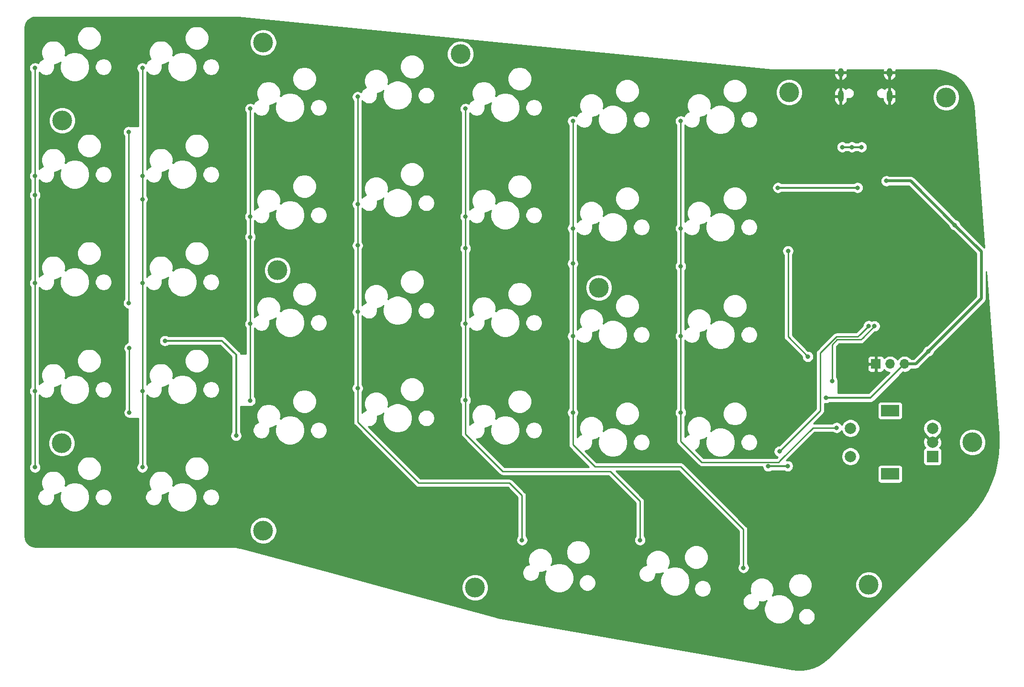
<source format=gtl>
G04 #@! TF.GenerationSoftware,KiCad,Pcbnew,(5.1.6)-1*
G04 #@! TF.CreationDate,2020-08-03T21:44:11+03:00*
G04 #@! TF.ProjectId,ergo33,6572676f-3333-42e6-9b69-6361645f7063,rev?*
G04 #@! TF.SameCoordinates,Original*
G04 #@! TF.FileFunction,Copper,L1,Top*
G04 #@! TF.FilePolarity,Positive*
%FSLAX46Y46*%
G04 Gerber Fmt 4.6, Leading zero omitted, Abs format (unit mm)*
G04 Created by KiCad (PCBNEW (5.1.6)-1) date 2020-08-03 21:44:11*
%MOMM*%
%LPD*%
G01*
G04 APERTURE LIST*
G04 #@! TA.AperFunction,ComponentPad*
%ADD10C,3.500000*%
G04 #@! TD*
G04 #@! TA.AperFunction,ComponentPad*
%ADD11O,1.000000X2.100000*%
G04 #@! TD*
G04 #@! TA.AperFunction,ComponentPad*
%ADD12O,1.000000X1.600000*%
G04 #@! TD*
G04 #@! TA.AperFunction,ComponentPad*
%ADD13C,2.000000*%
G04 #@! TD*
G04 #@! TA.AperFunction,ComponentPad*
%ADD14R,3.200000X2.000000*%
G04 #@! TD*
G04 #@! TA.AperFunction,ComponentPad*
%ADD15R,2.000000X2.000000*%
G04 #@! TD*
G04 #@! TA.AperFunction,ComponentPad*
%ADD16R,1.700000X1.700000*%
G04 #@! TD*
G04 #@! TA.AperFunction,ComponentPad*
%ADD17O,1.700000X1.700000*%
G04 #@! TD*
G04 #@! TA.AperFunction,ViaPad*
%ADD18C,0.800000*%
G04 #@! TD*
G04 #@! TA.AperFunction,Conductor*
%ADD19C,0.375000*%
G04 #@! TD*
G04 #@! TA.AperFunction,Conductor*
%ADD20C,0.500000*%
G04 #@! TD*
G04 #@! TA.AperFunction,Conductor*
%ADD21C,0.250000*%
G04 #@! TD*
G04 #@! TA.AperFunction,Conductor*
%ADD22C,0.254000*%
G04 #@! TD*
G04 APERTURE END LIST*
D10*
X159800000Y-32800000D03*
X126100000Y-67400000D03*
X101600000Y-26000000D03*
X66700000Y-24000000D03*
X69200000Y-64300000D03*
X31100000Y-37800000D03*
X31050000Y-94950000D03*
X66700000Y-110400000D03*
X104200000Y-120500000D03*
X173900000Y-120000000D03*
X192250000Y-94790000D03*
X187600000Y-33700000D03*
D11*
X168934999Y-33480000D03*
X177574999Y-33480000D03*
D12*
X168934999Y-29300000D03*
X177574999Y-29300000D03*
D13*
X170667500Y-92291250D03*
X170667500Y-97291250D03*
D14*
X177667500Y-89191250D03*
X177667500Y-100391250D03*
D13*
X185167500Y-92291250D03*
X185167500Y-94791250D03*
D15*
X185167500Y-97291250D03*
D16*
X175142500Y-80900000D03*
D17*
X177682500Y-80900000D03*
X180222500Y-80900000D03*
D18*
X182200000Y-64600000D03*
X183800000Y-66300000D03*
X191200000Y-65700000D03*
X191500000Y-63900000D03*
X192000000Y-66900000D03*
X167600000Y-63000000D03*
X169800000Y-37000000D03*
X176700000Y-37000000D03*
X174100000Y-58900000D03*
X167600000Y-69400000D03*
X178900000Y-73500000D03*
X182800000Y-38200000D03*
X189400000Y-42700000D03*
X165700000Y-36100000D03*
X180800000Y-36100000D03*
X170900000Y-48500000D03*
X165700000Y-40900000D03*
X166200000Y-70600000D03*
X164600000Y-62800000D03*
X147800000Y-45200000D03*
X112200000Y-43100000D03*
X74100000Y-43100000D03*
X48600000Y-36600000D03*
X48600000Y-74800000D03*
X49600000Y-93600000D03*
X87800000Y-102400000D03*
X125900000Y-104600000D03*
X157500000Y-100200000D03*
X158700000Y-43900000D03*
X123200000Y-41800000D03*
X85000000Y-41800000D03*
X39900000Y-33400000D03*
X39900000Y-71600000D03*
X38800000Y-94900000D03*
X76800000Y-103700000D03*
X115000000Y-105900000D03*
X160200000Y-109300000D03*
X161400000Y-89700000D03*
X160200000Y-78800000D03*
X175000000Y-53500000D03*
X177700000Y-53500000D03*
X181100000Y-50400000D03*
X183900000Y-57800000D03*
X183200000Y-74000000D03*
X180500000Y-73900000D03*
X25100000Y-92400000D03*
X27500000Y-92400000D03*
X44100000Y-31300000D03*
X46500000Y-32100000D03*
X41700000Y-41800000D03*
X46500000Y-41800000D03*
X46500000Y-79700000D03*
X41800000Y-79700000D03*
X46500000Y-97100000D03*
X44100000Y-97100000D03*
X65600000Y-80600000D03*
X60600000Y-80500000D03*
X62900000Y-77900000D03*
X65600000Y-61500000D03*
X63200000Y-61500000D03*
X63200000Y-45000000D03*
X65600000Y-45000000D03*
X87900000Y-97500000D03*
X89700000Y-95700000D03*
X82100000Y-81000000D03*
X84700000Y-81000000D03*
X82100000Y-61900000D03*
X84700000Y-61900000D03*
X27500000Y-35300000D03*
X25100000Y-35300000D03*
X25100000Y-56900000D03*
X27500000Y-56900000D03*
X25100000Y-75900000D03*
X27500000Y-75900000D03*
X41700000Y-56900000D03*
X46500000Y-56900000D03*
X82200000Y-39200000D03*
X84600000Y-39200000D03*
X101300000Y-40100000D03*
X103700000Y-40100000D03*
X101300000Y-64100000D03*
X103700000Y-64100000D03*
X101300000Y-83100000D03*
X103700000Y-83100000D03*
X106100000Y-98600000D03*
X107800000Y-96900000D03*
X111300000Y-105000000D03*
X113700000Y-105000000D03*
X122700000Y-49700000D03*
X120300000Y-49700000D03*
X120300000Y-66200000D03*
X122700000Y-66200000D03*
X120300000Y-85300000D03*
X122700000Y-85300000D03*
X123000000Y-98700000D03*
X123000000Y-101100000D03*
X129200000Y-102700000D03*
X130900000Y-101000000D03*
X132200000Y-109300000D03*
X134600000Y-109300000D03*
X141200000Y-101400000D03*
X142900000Y-99700000D03*
X139400000Y-85300000D03*
X141800000Y-85300000D03*
X139400000Y-66200000D03*
X141800000Y-66200000D03*
X139400000Y-45900000D03*
X141800000Y-45900000D03*
X168900000Y-78000000D03*
X165700000Y-76800000D03*
X160800000Y-74500000D03*
X158400000Y-74500000D03*
X169100000Y-85600000D03*
X169100000Y-88200000D03*
X163700000Y-51000000D03*
X163700000Y-48400000D03*
X186400000Y-55600000D03*
X188400000Y-53600000D03*
X188900000Y-72300000D03*
X190800000Y-74200000D03*
X171100000Y-68600000D03*
X171100000Y-63800000D03*
X171100000Y-66200000D03*
X178700000Y-66200000D03*
X178700000Y-63800000D03*
X178700000Y-68600000D03*
X174900000Y-63700000D03*
X174900000Y-68600000D03*
X174900000Y-66200000D03*
X61900000Y-93600000D03*
X49300000Y-76800000D03*
X166300000Y-86900000D03*
X156100000Y-99025000D03*
X159525000Y-99000000D03*
X171900000Y-49700000D03*
X157800000Y-49700000D03*
X177000000Y-48500000D03*
X189100000Y-56300000D03*
X184450000Y-78650000D03*
X158075000Y-96400000D03*
X173874528Y-74174528D03*
X174900000Y-74200000D03*
X167400000Y-83932000D03*
X42900000Y-39800000D03*
X42900000Y-70125000D03*
X43000000Y-78100000D03*
X43000000Y-89500000D03*
X26300000Y-28500000D03*
X26300000Y-99200000D03*
X26300000Y-47600000D03*
X26300000Y-85700000D03*
X26300000Y-66600000D03*
X26300000Y-51000000D03*
X45300000Y-85700000D03*
X45300000Y-28500000D03*
X45300000Y-47600000D03*
X45300000Y-66600000D03*
X45300000Y-99200000D03*
X45300000Y-51725000D03*
X64400000Y-35700000D03*
X64400000Y-87400000D03*
X64400000Y-54800000D03*
X64400000Y-73800000D03*
X64387347Y-58412653D03*
X83400000Y-33600000D03*
X83400000Y-85200000D03*
X83400000Y-52600000D03*
X83400000Y-71700000D03*
X112500000Y-112100000D03*
X83400000Y-59925000D03*
X102500000Y-35700000D03*
X102500000Y-87300000D03*
X102500000Y-54800000D03*
X102500000Y-73800000D03*
X133400000Y-112100000D03*
X102500000Y-60425000D03*
X121500000Y-37900000D03*
X121500000Y-89500000D03*
X121500000Y-56900000D03*
X121500000Y-76000000D03*
X151700000Y-117000000D03*
X121500000Y-63125000D03*
X140600000Y-37900000D03*
X140600000Y-89500000D03*
X140600000Y-76000000D03*
X140600000Y-56900000D03*
X168200000Y-92200000D03*
X140600000Y-63625000D03*
X159600000Y-60900000D03*
X163100000Y-79600000D03*
X170900000Y-42500000D03*
X172600000Y-42500000D03*
X169200000Y-42500000D03*
D19*
X175142500Y-80900000D02*
X175142500Y-81220000D01*
X175142500Y-80900000D02*
X175142500Y-81620000D01*
X61900000Y-93600000D02*
X61900000Y-79300000D01*
X61900000Y-79300000D02*
X59400000Y-76800000D01*
X59400000Y-76800000D02*
X49300000Y-76800000D01*
X174222500Y-86900000D02*
X180222500Y-80900000D01*
X166300000Y-86900000D02*
X174222500Y-86900000D01*
X156100000Y-99025000D02*
X159500000Y-99025000D01*
X159500000Y-99025000D02*
X159525000Y-99000000D01*
X171900000Y-49700000D02*
X157800000Y-49700000D01*
D20*
X182200000Y-80900000D02*
X180222500Y-80900000D01*
X181300000Y-48500000D02*
X177000000Y-48500000D01*
X193800000Y-69300000D02*
X193800000Y-61000000D01*
X184450000Y-78650000D02*
X182200000Y-80900000D01*
X193800000Y-61000000D02*
X189100000Y-56300000D01*
X189100000Y-56300000D02*
X181300000Y-48500000D01*
X193800000Y-69300000D02*
X184450000Y-78650000D01*
D21*
X158075000Y-96400000D02*
X165300000Y-89175000D01*
X165300000Y-78963590D02*
X168163590Y-76100000D01*
X165300000Y-89175000D02*
X165300000Y-78963590D01*
X168163590Y-76100000D02*
X171949056Y-76100000D01*
X171949056Y-76100000D02*
X172324528Y-75724528D01*
X172324528Y-75724528D02*
X173874528Y-74174528D01*
X167400000Y-83932000D02*
X167400000Y-77500000D01*
X167400000Y-77500000D02*
X168300000Y-76600000D01*
X172500000Y-76600000D02*
X172800000Y-76300000D01*
X168300000Y-76600000D02*
X172500000Y-76600000D01*
X172800000Y-76300000D02*
X174900000Y-74200000D01*
X42900000Y-39800000D02*
X42900000Y-70125000D01*
X43000000Y-78100000D02*
X43000000Y-89500000D01*
X26300000Y-28500000D02*
X26300000Y-47600000D01*
X26300000Y-85700000D02*
X26300000Y-99200000D01*
X26300000Y-66600000D02*
X26300000Y-85700000D01*
X26300000Y-51000000D02*
X26300000Y-66600000D01*
X26300000Y-47600000D02*
X26300000Y-51000000D01*
X45300000Y-66700000D02*
X45300000Y-85700000D01*
X45300000Y-29300000D02*
X45300000Y-28500000D01*
X45300000Y-28700000D02*
X45300000Y-29300000D01*
X45300000Y-29300000D02*
X45300000Y-47600000D01*
X45300000Y-66600000D02*
X45300000Y-66700000D01*
X45300000Y-98500000D02*
X45300000Y-99200000D01*
X45300000Y-98500000D02*
X45300000Y-99000000D01*
X45300000Y-85700000D02*
X45300000Y-98500000D01*
X45300000Y-51600000D02*
X45300000Y-66600000D01*
X45300000Y-51600000D02*
X45300000Y-51725000D01*
X45300000Y-51400000D02*
X45300000Y-51725000D01*
X45300000Y-47600000D02*
X45300000Y-51400000D01*
X64400000Y-35700000D02*
X64400000Y-54800000D01*
X64400000Y-73800000D02*
X64400000Y-87400000D01*
X64400000Y-58400000D02*
X64387347Y-58412653D01*
X64400000Y-58200000D02*
X64400000Y-58400000D01*
X64400000Y-58200000D02*
X64400000Y-73800000D01*
X64400000Y-54800000D02*
X64400000Y-58200000D01*
X83400000Y-33600000D02*
X83400000Y-52600000D01*
X83400000Y-71700000D02*
X83400000Y-85200000D01*
X112500000Y-104200000D02*
X112500000Y-112100000D01*
X94200000Y-102000000D02*
X110300000Y-102000000D01*
X83400000Y-91200000D02*
X94200000Y-102000000D01*
X83400000Y-85200000D02*
X83400000Y-91200000D01*
X110300000Y-102000000D02*
X112500000Y-104200000D01*
X83400000Y-59800000D02*
X83400000Y-59925000D01*
X83400000Y-59800000D02*
X83400000Y-71700000D01*
X83400000Y-52600000D02*
X83400000Y-59800000D01*
X102500000Y-35700000D02*
X102500000Y-54800000D01*
X102500000Y-73800000D02*
X102500000Y-87300000D01*
X102500000Y-87300000D02*
X102500000Y-93300000D01*
X102500000Y-93300000D02*
X109100000Y-99900000D01*
X109100000Y-99900000D02*
X128100000Y-99900000D01*
X133400000Y-105200000D02*
X133400000Y-112100000D01*
X128100000Y-99900000D02*
X133400000Y-105200000D01*
X102500000Y-60700000D02*
X102500000Y-60650000D01*
X102500000Y-60700000D02*
X102500000Y-73800000D01*
X102500000Y-60100000D02*
X102500000Y-60425000D01*
X102500000Y-60100000D02*
X102500000Y-60700000D01*
X102500000Y-54800000D02*
X102500000Y-60100000D01*
X121500000Y-37900000D02*
X121500000Y-56900000D01*
X121500000Y-76000000D02*
X121500000Y-89500000D01*
X121500000Y-89500000D02*
X121500000Y-95200000D01*
X125400000Y-99100000D02*
X125250000Y-98950000D01*
X121500000Y-95200000D02*
X125250000Y-98950000D01*
X140600000Y-99100000D02*
X151700000Y-110200000D01*
X138100000Y-99100000D02*
X140600000Y-99100000D01*
X138100000Y-99100000D02*
X125400000Y-99100000D01*
X151700000Y-117000000D02*
X151700000Y-110200000D01*
X121500000Y-63100000D02*
X121500000Y-63125000D01*
X121500000Y-63100000D02*
X121500000Y-76000000D01*
X121500000Y-56900000D02*
X121500000Y-63100000D01*
X140600000Y-76000000D02*
X140600000Y-89500000D01*
X140600000Y-37900000D02*
X140600000Y-56900000D01*
X140600000Y-89500000D02*
X140600000Y-94606002D01*
X164000000Y-92200000D02*
X168200000Y-92200000D01*
X140600000Y-63700000D02*
X140600000Y-63850000D01*
X140600000Y-63700000D02*
X140600000Y-76000000D01*
X140600000Y-63300000D02*
X140600000Y-63625000D01*
X140600000Y-63300000D02*
X140600000Y-63700000D01*
X140600000Y-56900000D02*
X140600000Y-63300000D01*
X140600000Y-94606002D02*
X144293998Y-98300000D01*
X157900000Y-98300000D02*
X158450000Y-97750000D01*
X144293998Y-98300000D02*
X157900000Y-98300000D01*
X158150000Y-98050000D02*
X158450000Y-97750000D01*
X158450000Y-97750000D02*
X164000000Y-92200000D01*
X159600000Y-60900000D02*
X159600000Y-76100000D01*
X159600000Y-76100000D02*
X163100000Y-79600000D01*
D19*
X170900000Y-42500000D02*
X172600000Y-42500000D01*
X170900000Y-42500000D02*
X169200000Y-42500000D01*
D22*
G36*
X62235423Y-19531441D02*
G01*
X156748119Y-28809066D01*
X156766105Y-28809060D01*
X157487103Y-28844362D01*
X157505009Y-28846126D01*
X167805716Y-28846126D01*
X167799999Y-28873000D01*
X167799999Y-29173000D01*
X168807999Y-29173000D01*
X168807999Y-29153000D01*
X169061999Y-29153000D01*
X169061999Y-29173000D01*
X170069999Y-29173000D01*
X170069999Y-28873000D01*
X170064282Y-28846126D01*
X176445716Y-28846126D01*
X176439999Y-28873000D01*
X176439999Y-29173000D01*
X177447999Y-29173000D01*
X177447999Y-29153000D01*
X177701999Y-29153000D01*
X177701999Y-29173000D01*
X178709999Y-29173000D01*
X178709999Y-28873000D01*
X178704282Y-28846126D01*
X185451203Y-28846126D01*
X186465363Y-28917933D01*
X187433803Y-29126432D01*
X188363208Y-29469307D01*
X189235038Y-29939721D01*
X190031879Y-30528277D01*
X190737844Y-31223240D01*
X191338848Y-32010743D01*
X191822893Y-32875070D01*
X192180327Y-33798980D01*
X192406512Y-34774807D01*
X192473238Y-35345510D01*
X194367127Y-60315548D01*
X190106535Y-56054957D01*
X190095226Y-55998102D01*
X190017205Y-55809744D01*
X189903937Y-55640226D01*
X189759774Y-55496063D01*
X189590256Y-55382795D01*
X189401898Y-55304774D01*
X189345044Y-55293465D01*
X181956534Y-47904956D01*
X181928817Y-47871183D01*
X181794059Y-47760589D01*
X181640313Y-47678411D01*
X181473490Y-47627805D01*
X181343477Y-47615000D01*
X181343469Y-47615000D01*
X181300000Y-47610719D01*
X181256531Y-47615000D01*
X177538454Y-47615000D01*
X177490256Y-47582795D01*
X177301898Y-47504774D01*
X177101939Y-47465000D01*
X176898061Y-47465000D01*
X176698102Y-47504774D01*
X176509744Y-47582795D01*
X176340226Y-47696063D01*
X176196063Y-47840226D01*
X176082795Y-48009744D01*
X176004774Y-48198102D01*
X175965000Y-48398061D01*
X175965000Y-48601939D01*
X176004774Y-48801898D01*
X176082795Y-48990256D01*
X176196063Y-49159774D01*
X176340226Y-49303937D01*
X176509744Y-49417205D01*
X176698102Y-49495226D01*
X176898061Y-49535000D01*
X177101939Y-49535000D01*
X177301898Y-49495226D01*
X177490256Y-49417205D01*
X177538454Y-49385000D01*
X180933422Y-49385000D01*
X188093465Y-56545044D01*
X188104774Y-56601898D01*
X188182795Y-56790256D01*
X188296063Y-56959774D01*
X188440226Y-57103937D01*
X188609744Y-57217205D01*
X188798102Y-57295226D01*
X188854957Y-57306535D01*
X192915001Y-61366580D01*
X192915000Y-68933421D01*
X184204957Y-77643465D01*
X184148102Y-77654774D01*
X183959744Y-77732795D01*
X183790226Y-77846063D01*
X183646063Y-77990226D01*
X183532795Y-78159744D01*
X183454774Y-78348102D01*
X183443465Y-78404956D01*
X181833422Y-80015000D01*
X181417156Y-80015000D01*
X181375975Y-79953368D01*
X181169132Y-79746525D01*
X180925911Y-79584010D01*
X180655658Y-79472068D01*
X180368760Y-79415000D01*
X180076240Y-79415000D01*
X179789342Y-79472068D01*
X179519089Y-79584010D01*
X179275868Y-79746525D01*
X179069025Y-79953368D01*
X178952500Y-80127760D01*
X178835975Y-79953368D01*
X178629132Y-79746525D01*
X178385911Y-79584010D01*
X178115658Y-79472068D01*
X177828760Y-79415000D01*
X177536240Y-79415000D01*
X177249342Y-79472068D01*
X176979089Y-79584010D01*
X176735868Y-79746525D01*
X176604013Y-79878380D01*
X176582002Y-79805820D01*
X176523037Y-79695506D01*
X176443685Y-79598815D01*
X176346994Y-79519463D01*
X176236680Y-79460498D01*
X176116982Y-79424188D01*
X175992500Y-79411928D01*
X175428250Y-79415000D01*
X175269500Y-79573750D01*
X175269500Y-80773000D01*
X175289500Y-80773000D01*
X175289500Y-81027000D01*
X175269500Y-81027000D01*
X175269500Y-82226250D01*
X175428250Y-82385000D01*
X175992500Y-82388072D01*
X176116982Y-82375812D01*
X176236680Y-82339502D01*
X176346994Y-82280537D01*
X176443685Y-82201185D01*
X176523037Y-82104494D01*
X176582002Y-81994180D01*
X176604013Y-81921620D01*
X176735868Y-82053475D01*
X176979089Y-82215990D01*
X177249342Y-82327932D01*
X177536240Y-82385000D01*
X177574310Y-82385000D01*
X173881810Y-86077500D01*
X168427000Y-86077500D01*
X168427000Y-84074158D01*
X168435000Y-84033939D01*
X168435000Y-83830061D01*
X168395226Y-83630102D01*
X168317205Y-83441744D01*
X168203937Y-83272226D01*
X168160000Y-83228289D01*
X168160000Y-81750000D01*
X173654428Y-81750000D01*
X173666688Y-81874482D01*
X173702998Y-81994180D01*
X173761963Y-82104494D01*
X173841315Y-82201185D01*
X173938006Y-82280537D01*
X174048320Y-82339502D01*
X174168018Y-82375812D01*
X174292500Y-82388072D01*
X174856750Y-82385000D01*
X175015500Y-82226250D01*
X175015500Y-81027000D01*
X173816250Y-81027000D01*
X173657500Y-81185750D01*
X173654428Y-81750000D01*
X168160000Y-81750000D01*
X168160000Y-80050000D01*
X173654428Y-80050000D01*
X173657500Y-80614250D01*
X173816250Y-80773000D01*
X175015500Y-80773000D01*
X175015500Y-79573750D01*
X174856750Y-79415000D01*
X174292500Y-79411928D01*
X174168018Y-79424188D01*
X174048320Y-79460498D01*
X173938006Y-79519463D01*
X173841315Y-79598815D01*
X173761963Y-79695506D01*
X173702998Y-79805820D01*
X173666688Y-79925518D01*
X173654428Y-80050000D01*
X168160000Y-80050000D01*
X168160000Y-77814801D01*
X168614802Y-77360000D01*
X172462678Y-77360000D01*
X172500000Y-77363676D01*
X172537322Y-77360000D01*
X172537333Y-77360000D01*
X172648986Y-77349003D01*
X172792247Y-77305546D01*
X172924276Y-77234974D01*
X173040001Y-77140001D01*
X173063804Y-77110997D01*
X173363799Y-76811002D01*
X174939803Y-75235000D01*
X175001939Y-75235000D01*
X175201898Y-75195226D01*
X175390256Y-75117205D01*
X175559774Y-75003937D01*
X175703937Y-74859774D01*
X175817205Y-74690256D01*
X175895226Y-74501898D01*
X175935000Y-74301939D01*
X175935000Y-74098061D01*
X175895226Y-73898102D01*
X175817205Y-73709744D01*
X175703937Y-73540226D01*
X175559774Y-73396063D01*
X175390256Y-73282795D01*
X175201898Y-73204774D01*
X175001939Y-73165000D01*
X174798061Y-73165000D01*
X174598102Y-73204774D01*
X174409744Y-73282795D01*
X174406325Y-73285080D01*
X174364784Y-73257323D01*
X174176426Y-73179302D01*
X173976467Y-73139528D01*
X173772589Y-73139528D01*
X173572630Y-73179302D01*
X173384272Y-73257323D01*
X173214754Y-73370591D01*
X173070591Y-73514754D01*
X172957323Y-73684272D01*
X172879302Y-73872630D01*
X172839528Y-74072589D01*
X172839528Y-74134726D01*
X171813526Y-75160729D01*
X171634255Y-75340000D01*
X168200913Y-75340000D01*
X168163590Y-75336324D01*
X168126267Y-75340000D01*
X168126257Y-75340000D01*
X168014604Y-75350997D01*
X167871343Y-75394454D01*
X167739314Y-75465026D01*
X167623589Y-75559999D01*
X167599791Y-75588997D01*
X164788998Y-78399791D01*
X164760000Y-78423589D01*
X164736202Y-78452587D01*
X164736201Y-78452588D01*
X164665026Y-78539314D01*
X164594454Y-78671344D01*
X164571514Y-78746970D01*
X164550998Y-78814604D01*
X164548415Y-78840833D01*
X164536324Y-78963590D01*
X164540001Y-79000922D01*
X164540000Y-88860198D01*
X158035199Y-95365000D01*
X157973061Y-95365000D01*
X157773102Y-95404774D01*
X157584744Y-95482795D01*
X157415226Y-95596063D01*
X157271063Y-95740226D01*
X157157795Y-95909744D01*
X157079774Y-96098102D01*
X157040000Y-96298061D01*
X157040000Y-96501939D01*
X157079774Y-96701898D01*
X157157795Y-96890256D01*
X157271063Y-97059774D01*
X157415226Y-97203937D01*
X157584744Y-97317205D01*
X157742604Y-97382593D01*
X157585198Y-97540000D01*
X144608800Y-97540000D01*
X143217380Y-96148580D01*
X143272753Y-96125644D01*
X143520069Y-95960393D01*
X143730393Y-95750069D01*
X143895644Y-95502753D01*
X144009471Y-95227951D01*
X144067500Y-94936222D01*
X144067500Y-94638778D01*
X144016523Y-94382500D01*
X144037779Y-94382500D01*
X144450256Y-94300453D01*
X144838802Y-94139512D01*
X145145208Y-93934779D01*
X145109627Y-94020678D01*
X145008600Y-94528576D01*
X145008600Y-95046424D01*
X145109627Y-95554322D01*
X145307799Y-96032751D01*
X145595500Y-96463326D01*
X145961674Y-96829500D01*
X146392249Y-97117201D01*
X146870678Y-97315373D01*
X147378576Y-97416400D01*
X147896424Y-97416400D01*
X148404322Y-97315373D01*
X148882751Y-97117201D01*
X149313326Y-96829500D01*
X149679500Y-96463326D01*
X149967201Y-96032751D01*
X150165373Y-95554322D01*
X150266400Y-95046424D01*
X150266400Y-94638778D01*
X151207500Y-94638778D01*
X151207500Y-94936222D01*
X151265529Y-95227951D01*
X151379356Y-95502753D01*
X151544607Y-95750069D01*
X151754931Y-95960393D01*
X152002247Y-96125644D01*
X152277049Y-96239471D01*
X152568778Y-96297500D01*
X152866222Y-96297500D01*
X153157951Y-96239471D01*
X153432753Y-96125644D01*
X153680069Y-95960393D01*
X153890393Y-95750069D01*
X154055644Y-95502753D01*
X154169471Y-95227951D01*
X154227500Y-94936222D01*
X154227500Y-94638778D01*
X154169471Y-94347049D01*
X154055644Y-94072247D01*
X153890393Y-93824931D01*
X153680069Y-93614607D01*
X153432753Y-93449356D01*
X153157951Y-93335529D01*
X152866222Y-93277500D01*
X152568778Y-93277500D01*
X152277049Y-93335529D01*
X152002247Y-93449356D01*
X151754931Y-93614607D01*
X151544607Y-93824931D01*
X151379356Y-94072247D01*
X151265529Y-94347049D01*
X151207500Y-94638778D01*
X150266400Y-94638778D01*
X150266400Y-94528576D01*
X150165373Y-94020678D01*
X149967201Y-93542249D01*
X149679500Y-93111674D01*
X149313326Y-92745500D01*
X148882751Y-92457799D01*
X148404322Y-92259627D01*
X147896424Y-92158600D01*
X147378576Y-92158600D01*
X146870678Y-92259627D01*
X146392249Y-92457799D01*
X145961674Y-92745500D01*
X145891263Y-92815911D01*
X145962500Y-92457779D01*
X145962500Y-92037221D01*
X145880453Y-91624744D01*
X145719512Y-91236198D01*
X145485863Y-90886517D01*
X145188483Y-90589137D01*
X144838802Y-90355488D01*
X144450256Y-90194547D01*
X144037779Y-90112500D01*
X143617221Y-90112500D01*
X143204744Y-90194547D01*
X142816198Y-90355488D01*
X142466517Y-90589137D01*
X142169137Y-90886517D01*
X141935488Y-91236198D01*
X141774547Y-91624744D01*
X141692500Y-92037221D01*
X141692500Y-92457779D01*
X141774547Y-92870256D01*
X141935488Y-93258802D01*
X142014999Y-93377799D01*
X141842247Y-93449356D01*
X141594931Y-93614607D01*
X141384607Y-93824931D01*
X141360000Y-93861758D01*
X141360000Y-90203711D01*
X141403937Y-90159774D01*
X141517205Y-89990256D01*
X141595226Y-89801898D01*
X141635000Y-89601939D01*
X141635000Y-89497221D01*
X148042500Y-89497221D01*
X148042500Y-89917779D01*
X148124547Y-90330256D01*
X148285488Y-90718802D01*
X148519137Y-91068483D01*
X148816517Y-91365863D01*
X149166198Y-91599512D01*
X149554744Y-91760453D01*
X149967221Y-91842500D01*
X150387779Y-91842500D01*
X150800256Y-91760453D01*
X151188802Y-91599512D01*
X151538483Y-91365863D01*
X151835863Y-91068483D01*
X152069512Y-90718802D01*
X152230453Y-90330256D01*
X152312500Y-89917779D01*
X152312500Y-89497221D01*
X152230453Y-89084744D01*
X152069512Y-88696198D01*
X151835863Y-88346517D01*
X151538483Y-88049137D01*
X151188802Y-87815488D01*
X150800256Y-87654547D01*
X150387779Y-87572500D01*
X149967221Y-87572500D01*
X149554744Y-87654547D01*
X149166198Y-87815488D01*
X148816517Y-88049137D01*
X148519137Y-88346517D01*
X148285488Y-88696198D01*
X148124547Y-89084744D01*
X148042500Y-89497221D01*
X141635000Y-89497221D01*
X141635000Y-89398061D01*
X141595226Y-89198102D01*
X141517205Y-89009744D01*
X141403937Y-88840226D01*
X141360000Y-88796289D01*
X141360000Y-76703711D01*
X141376210Y-76687501D01*
X141384607Y-76700069D01*
X141594931Y-76910393D01*
X141842247Y-77075644D01*
X142117049Y-77189471D01*
X142408778Y-77247500D01*
X142706222Y-77247500D01*
X142997951Y-77189471D01*
X143272753Y-77075644D01*
X143520069Y-76910393D01*
X143730393Y-76700069D01*
X143895644Y-76452753D01*
X144009471Y-76177951D01*
X144067500Y-75886222D01*
X144067500Y-75588778D01*
X144016523Y-75332500D01*
X144037779Y-75332500D01*
X144450256Y-75250453D01*
X144838802Y-75089512D01*
X145145208Y-74884779D01*
X145109627Y-74970678D01*
X145008600Y-75478576D01*
X145008600Y-75996424D01*
X145109627Y-76504322D01*
X145307799Y-76982751D01*
X145595500Y-77413326D01*
X145961674Y-77779500D01*
X146392249Y-78067201D01*
X146870678Y-78265373D01*
X147378576Y-78366400D01*
X147896424Y-78366400D01*
X148404322Y-78265373D01*
X148882751Y-78067201D01*
X149313326Y-77779500D01*
X149679500Y-77413326D01*
X149967201Y-76982751D01*
X150165373Y-76504322D01*
X150266400Y-75996424D01*
X150266400Y-75588778D01*
X151207500Y-75588778D01*
X151207500Y-75886222D01*
X151265529Y-76177951D01*
X151379356Y-76452753D01*
X151544607Y-76700069D01*
X151754931Y-76910393D01*
X152002247Y-77075644D01*
X152277049Y-77189471D01*
X152568778Y-77247500D01*
X152866222Y-77247500D01*
X153157951Y-77189471D01*
X153432753Y-77075644D01*
X153680069Y-76910393D01*
X153890393Y-76700069D01*
X154055644Y-76452753D01*
X154169471Y-76177951D01*
X154227500Y-75886222D01*
X154227500Y-75588778D01*
X154169471Y-75297049D01*
X154055644Y-75022247D01*
X153890393Y-74774931D01*
X153680069Y-74564607D01*
X153432753Y-74399356D01*
X153157951Y-74285529D01*
X152866222Y-74227500D01*
X152568778Y-74227500D01*
X152277049Y-74285529D01*
X152002247Y-74399356D01*
X151754931Y-74564607D01*
X151544607Y-74774931D01*
X151379356Y-75022247D01*
X151265529Y-75297049D01*
X151207500Y-75588778D01*
X150266400Y-75588778D01*
X150266400Y-75478576D01*
X150165373Y-74970678D01*
X149967201Y-74492249D01*
X149679500Y-74061674D01*
X149313326Y-73695500D01*
X148882751Y-73407799D01*
X148404322Y-73209627D01*
X147896424Y-73108600D01*
X147378576Y-73108600D01*
X146870678Y-73209627D01*
X146392249Y-73407799D01*
X145961674Y-73695500D01*
X145891263Y-73765911D01*
X145962500Y-73407779D01*
X145962500Y-72987221D01*
X145880453Y-72574744D01*
X145719512Y-72186198D01*
X145485863Y-71836517D01*
X145188483Y-71539137D01*
X144838802Y-71305488D01*
X144450256Y-71144547D01*
X144037779Y-71062500D01*
X143617221Y-71062500D01*
X143204744Y-71144547D01*
X142816198Y-71305488D01*
X142466517Y-71539137D01*
X142169137Y-71836517D01*
X141935488Y-72186198D01*
X141774547Y-72574744D01*
X141692500Y-72987221D01*
X141692500Y-73407779D01*
X141774547Y-73820256D01*
X141935488Y-74208802D01*
X142014999Y-74327799D01*
X141842247Y-74399356D01*
X141594931Y-74564607D01*
X141384607Y-74774931D01*
X141360000Y-74811758D01*
X141360000Y-70447221D01*
X148042500Y-70447221D01*
X148042500Y-70867779D01*
X148124547Y-71280256D01*
X148285488Y-71668802D01*
X148519137Y-72018483D01*
X148816517Y-72315863D01*
X149166198Y-72549512D01*
X149554744Y-72710453D01*
X149967221Y-72792500D01*
X150387779Y-72792500D01*
X150800256Y-72710453D01*
X151188802Y-72549512D01*
X151538483Y-72315863D01*
X151835863Y-72018483D01*
X152069512Y-71668802D01*
X152230453Y-71280256D01*
X152312500Y-70867779D01*
X152312500Y-70447221D01*
X152230453Y-70034744D01*
X152069512Y-69646198D01*
X151835863Y-69296517D01*
X151538483Y-68999137D01*
X151188802Y-68765488D01*
X150800256Y-68604547D01*
X150387779Y-68522500D01*
X149967221Y-68522500D01*
X149554744Y-68604547D01*
X149166198Y-68765488D01*
X148816517Y-68999137D01*
X148519137Y-69296517D01*
X148285488Y-69646198D01*
X148124547Y-70034744D01*
X148042500Y-70447221D01*
X141360000Y-70447221D01*
X141360000Y-64328711D01*
X141403937Y-64284774D01*
X141517205Y-64115256D01*
X141595226Y-63926898D01*
X141635000Y-63726939D01*
X141635000Y-63523061D01*
X141595226Y-63323102D01*
X141517205Y-63134744D01*
X141403937Y-62965226D01*
X141360000Y-62921289D01*
X141360000Y-60798061D01*
X158565000Y-60798061D01*
X158565000Y-61001939D01*
X158604774Y-61201898D01*
X158682795Y-61390256D01*
X158796063Y-61559774D01*
X158840000Y-61603711D01*
X158840001Y-76062667D01*
X158836324Y-76100000D01*
X158840001Y-76137333D01*
X158845173Y-76189839D01*
X158850998Y-76248985D01*
X158894454Y-76392246D01*
X158965026Y-76524276D01*
X159020809Y-76592247D01*
X159060000Y-76640001D01*
X159088998Y-76663799D01*
X162065000Y-79639803D01*
X162065000Y-79701939D01*
X162104774Y-79901898D01*
X162182795Y-80090256D01*
X162296063Y-80259774D01*
X162440226Y-80403937D01*
X162609744Y-80517205D01*
X162798102Y-80595226D01*
X162998061Y-80635000D01*
X163201939Y-80635000D01*
X163401898Y-80595226D01*
X163590256Y-80517205D01*
X163759774Y-80403937D01*
X163903937Y-80259774D01*
X164017205Y-80090256D01*
X164095226Y-79901898D01*
X164135000Y-79701939D01*
X164135000Y-79498061D01*
X164095226Y-79298102D01*
X164017205Y-79109744D01*
X163903937Y-78940226D01*
X163759774Y-78796063D01*
X163590256Y-78682795D01*
X163401898Y-78604774D01*
X163201939Y-78565000D01*
X163139803Y-78565000D01*
X160360000Y-75785199D01*
X160360000Y-61603711D01*
X160403937Y-61559774D01*
X160517205Y-61390256D01*
X160595226Y-61201898D01*
X160635000Y-61001939D01*
X160635000Y-60798061D01*
X160595226Y-60598102D01*
X160517205Y-60409744D01*
X160403937Y-60240226D01*
X160259774Y-60096063D01*
X160090256Y-59982795D01*
X159901898Y-59904774D01*
X159701939Y-59865000D01*
X159498061Y-59865000D01*
X159298102Y-59904774D01*
X159109744Y-59982795D01*
X158940226Y-60096063D01*
X158796063Y-60240226D01*
X158682795Y-60409744D01*
X158604774Y-60598102D01*
X158565000Y-60798061D01*
X141360000Y-60798061D01*
X141360000Y-57613242D01*
X141384607Y-57650069D01*
X141594931Y-57860393D01*
X141842247Y-58025644D01*
X142117049Y-58139471D01*
X142408778Y-58197500D01*
X142706222Y-58197500D01*
X142997951Y-58139471D01*
X143272753Y-58025644D01*
X143520069Y-57860393D01*
X143730393Y-57650069D01*
X143895644Y-57402753D01*
X144009471Y-57127951D01*
X144067500Y-56836222D01*
X144067500Y-56538778D01*
X144016523Y-56282500D01*
X144037779Y-56282500D01*
X144450256Y-56200453D01*
X144838802Y-56039512D01*
X145145208Y-55834779D01*
X145109627Y-55920678D01*
X145008600Y-56428576D01*
X145008600Y-56946424D01*
X145109627Y-57454322D01*
X145307799Y-57932751D01*
X145595500Y-58363326D01*
X145961674Y-58729500D01*
X146392249Y-59017201D01*
X146870678Y-59215373D01*
X147378576Y-59316400D01*
X147896424Y-59316400D01*
X148404322Y-59215373D01*
X148882751Y-59017201D01*
X149313326Y-58729500D01*
X149679500Y-58363326D01*
X149967201Y-57932751D01*
X150165373Y-57454322D01*
X150266400Y-56946424D01*
X150266400Y-56538778D01*
X151207500Y-56538778D01*
X151207500Y-56836222D01*
X151265529Y-57127951D01*
X151379356Y-57402753D01*
X151544607Y-57650069D01*
X151754931Y-57860393D01*
X152002247Y-58025644D01*
X152277049Y-58139471D01*
X152568778Y-58197500D01*
X152866222Y-58197500D01*
X153157951Y-58139471D01*
X153432753Y-58025644D01*
X153680069Y-57860393D01*
X153890393Y-57650069D01*
X154055644Y-57402753D01*
X154169471Y-57127951D01*
X154227500Y-56836222D01*
X154227500Y-56538778D01*
X154169471Y-56247049D01*
X154055644Y-55972247D01*
X153890393Y-55724931D01*
X153680069Y-55514607D01*
X153432753Y-55349356D01*
X153157951Y-55235529D01*
X152866222Y-55177500D01*
X152568778Y-55177500D01*
X152277049Y-55235529D01*
X152002247Y-55349356D01*
X151754931Y-55514607D01*
X151544607Y-55724931D01*
X151379356Y-55972247D01*
X151265529Y-56247049D01*
X151207500Y-56538778D01*
X150266400Y-56538778D01*
X150266400Y-56428576D01*
X150165373Y-55920678D01*
X149967201Y-55442249D01*
X149679500Y-55011674D01*
X149313326Y-54645500D01*
X148882751Y-54357799D01*
X148404322Y-54159627D01*
X147896424Y-54058600D01*
X147378576Y-54058600D01*
X146870678Y-54159627D01*
X146392249Y-54357799D01*
X145961674Y-54645500D01*
X145891263Y-54715911D01*
X145962500Y-54357779D01*
X145962500Y-53937221D01*
X145880453Y-53524744D01*
X145719512Y-53136198D01*
X145485863Y-52786517D01*
X145188483Y-52489137D01*
X144838802Y-52255488D01*
X144450256Y-52094547D01*
X144037779Y-52012500D01*
X143617221Y-52012500D01*
X143204744Y-52094547D01*
X142816198Y-52255488D01*
X142466517Y-52489137D01*
X142169137Y-52786517D01*
X141935488Y-53136198D01*
X141774547Y-53524744D01*
X141692500Y-53937221D01*
X141692500Y-54357779D01*
X141774547Y-54770256D01*
X141935488Y-55158802D01*
X142014999Y-55277799D01*
X141842247Y-55349356D01*
X141594931Y-55514607D01*
X141384607Y-55724931D01*
X141360000Y-55761758D01*
X141360000Y-51397221D01*
X148042500Y-51397221D01*
X148042500Y-51817779D01*
X148124547Y-52230256D01*
X148285488Y-52618802D01*
X148519137Y-52968483D01*
X148816517Y-53265863D01*
X149166198Y-53499512D01*
X149554744Y-53660453D01*
X149967221Y-53742500D01*
X150387779Y-53742500D01*
X150800256Y-53660453D01*
X151188802Y-53499512D01*
X151538483Y-53265863D01*
X151835863Y-52968483D01*
X152069512Y-52618802D01*
X152230453Y-52230256D01*
X152312500Y-51817779D01*
X152312500Y-51397221D01*
X152230453Y-50984744D01*
X152069512Y-50596198D01*
X151835863Y-50246517D01*
X151538483Y-49949137D01*
X151188802Y-49715488D01*
X150905309Y-49598061D01*
X156765000Y-49598061D01*
X156765000Y-49801939D01*
X156804774Y-50001898D01*
X156882795Y-50190256D01*
X156996063Y-50359774D01*
X157140226Y-50503937D01*
X157309744Y-50617205D01*
X157498102Y-50695226D01*
X157698061Y-50735000D01*
X157901939Y-50735000D01*
X158101898Y-50695226D01*
X158290256Y-50617205D01*
X158431992Y-50522500D01*
X171268008Y-50522500D01*
X171409744Y-50617205D01*
X171598102Y-50695226D01*
X171798061Y-50735000D01*
X172001939Y-50735000D01*
X172201898Y-50695226D01*
X172390256Y-50617205D01*
X172559774Y-50503937D01*
X172703937Y-50359774D01*
X172817205Y-50190256D01*
X172895226Y-50001898D01*
X172935000Y-49801939D01*
X172935000Y-49598061D01*
X172895226Y-49398102D01*
X172817205Y-49209744D01*
X172703937Y-49040226D01*
X172559774Y-48896063D01*
X172390256Y-48782795D01*
X172201898Y-48704774D01*
X172001939Y-48665000D01*
X171798061Y-48665000D01*
X171598102Y-48704774D01*
X171409744Y-48782795D01*
X171268008Y-48877500D01*
X158431992Y-48877500D01*
X158290256Y-48782795D01*
X158101898Y-48704774D01*
X157901939Y-48665000D01*
X157698061Y-48665000D01*
X157498102Y-48704774D01*
X157309744Y-48782795D01*
X157140226Y-48896063D01*
X156996063Y-49040226D01*
X156882795Y-49209744D01*
X156804774Y-49398102D01*
X156765000Y-49598061D01*
X150905309Y-49598061D01*
X150800256Y-49554547D01*
X150387779Y-49472500D01*
X149967221Y-49472500D01*
X149554744Y-49554547D01*
X149166198Y-49715488D01*
X148816517Y-49949137D01*
X148519137Y-50246517D01*
X148285488Y-50596198D01*
X148124547Y-50984744D01*
X148042500Y-51397221D01*
X141360000Y-51397221D01*
X141360000Y-42398061D01*
X168165000Y-42398061D01*
X168165000Y-42601939D01*
X168204774Y-42801898D01*
X168282795Y-42990256D01*
X168396063Y-43159774D01*
X168540226Y-43303937D01*
X168709744Y-43417205D01*
X168898102Y-43495226D01*
X169098061Y-43535000D01*
X169301939Y-43535000D01*
X169501898Y-43495226D01*
X169690256Y-43417205D01*
X169831992Y-43322500D01*
X170268008Y-43322500D01*
X170409744Y-43417205D01*
X170598102Y-43495226D01*
X170798061Y-43535000D01*
X171001939Y-43535000D01*
X171201898Y-43495226D01*
X171390256Y-43417205D01*
X171531992Y-43322500D01*
X171968008Y-43322500D01*
X172109744Y-43417205D01*
X172298102Y-43495226D01*
X172498061Y-43535000D01*
X172701939Y-43535000D01*
X172901898Y-43495226D01*
X173090256Y-43417205D01*
X173259774Y-43303937D01*
X173403937Y-43159774D01*
X173517205Y-42990256D01*
X173595226Y-42801898D01*
X173635000Y-42601939D01*
X173635000Y-42398061D01*
X173595226Y-42198102D01*
X173517205Y-42009744D01*
X173403937Y-41840226D01*
X173259774Y-41696063D01*
X173090256Y-41582795D01*
X172901898Y-41504774D01*
X172701939Y-41465000D01*
X172498061Y-41465000D01*
X172298102Y-41504774D01*
X172109744Y-41582795D01*
X171968008Y-41677500D01*
X171531992Y-41677500D01*
X171390256Y-41582795D01*
X171201898Y-41504774D01*
X171001939Y-41465000D01*
X170798061Y-41465000D01*
X170598102Y-41504774D01*
X170409744Y-41582795D01*
X170268008Y-41677500D01*
X169831992Y-41677500D01*
X169690256Y-41582795D01*
X169501898Y-41504774D01*
X169301939Y-41465000D01*
X169098061Y-41465000D01*
X168898102Y-41504774D01*
X168709744Y-41582795D01*
X168540226Y-41696063D01*
X168396063Y-41840226D01*
X168282795Y-42009744D01*
X168204774Y-42198102D01*
X168165000Y-42398061D01*
X141360000Y-42398061D01*
X141360000Y-38603711D01*
X141376210Y-38587501D01*
X141384607Y-38600069D01*
X141594931Y-38810393D01*
X141842247Y-38975644D01*
X142117049Y-39089471D01*
X142408778Y-39147500D01*
X142706222Y-39147500D01*
X142997951Y-39089471D01*
X143272753Y-38975644D01*
X143520069Y-38810393D01*
X143730393Y-38600069D01*
X143895644Y-38352753D01*
X144009471Y-38077951D01*
X144067500Y-37786222D01*
X144067500Y-37488778D01*
X144016523Y-37232500D01*
X144037779Y-37232500D01*
X144450256Y-37150453D01*
X144838802Y-36989512D01*
X145145208Y-36784779D01*
X145109627Y-36870678D01*
X145008600Y-37378576D01*
X145008600Y-37896424D01*
X145109627Y-38404322D01*
X145307799Y-38882751D01*
X145595500Y-39313326D01*
X145961674Y-39679500D01*
X146392249Y-39967201D01*
X146870678Y-40165373D01*
X147378576Y-40266400D01*
X147896424Y-40266400D01*
X148404322Y-40165373D01*
X148882751Y-39967201D01*
X149313326Y-39679500D01*
X149679500Y-39313326D01*
X149967201Y-38882751D01*
X150165373Y-38404322D01*
X150266400Y-37896424D01*
X150266400Y-37488778D01*
X151207500Y-37488778D01*
X151207500Y-37786222D01*
X151265529Y-38077951D01*
X151379356Y-38352753D01*
X151544607Y-38600069D01*
X151754931Y-38810393D01*
X152002247Y-38975644D01*
X152277049Y-39089471D01*
X152568778Y-39147500D01*
X152866222Y-39147500D01*
X153157951Y-39089471D01*
X153432753Y-38975644D01*
X153680069Y-38810393D01*
X153890393Y-38600069D01*
X154055644Y-38352753D01*
X154169471Y-38077951D01*
X154227500Y-37786222D01*
X154227500Y-37488778D01*
X154169471Y-37197049D01*
X154055644Y-36922247D01*
X153890393Y-36674931D01*
X153680069Y-36464607D01*
X153432753Y-36299356D01*
X153157951Y-36185529D01*
X152866222Y-36127500D01*
X152568778Y-36127500D01*
X152277049Y-36185529D01*
X152002247Y-36299356D01*
X151754931Y-36464607D01*
X151544607Y-36674931D01*
X151379356Y-36922247D01*
X151265529Y-37197049D01*
X151207500Y-37488778D01*
X150266400Y-37488778D01*
X150266400Y-37378576D01*
X150165373Y-36870678D01*
X149967201Y-36392249D01*
X149679500Y-35961674D01*
X149313326Y-35595500D01*
X148882751Y-35307799D01*
X148404322Y-35109627D01*
X147896424Y-35008600D01*
X147378576Y-35008600D01*
X146870678Y-35109627D01*
X146392249Y-35307799D01*
X145961674Y-35595500D01*
X145891263Y-35665911D01*
X145962500Y-35307779D01*
X145962500Y-34887221D01*
X145880453Y-34474744D01*
X145719512Y-34086198D01*
X145485863Y-33736517D01*
X145188483Y-33439137D01*
X144838802Y-33205488D01*
X144450256Y-33044547D01*
X144037779Y-32962500D01*
X143617221Y-32962500D01*
X143204744Y-33044547D01*
X142816198Y-33205488D01*
X142466517Y-33439137D01*
X142169137Y-33736517D01*
X141935488Y-34086198D01*
X141774547Y-34474744D01*
X141692500Y-34887221D01*
X141692500Y-35307779D01*
X141774547Y-35720256D01*
X141935488Y-36108802D01*
X142014999Y-36227799D01*
X141842247Y-36299356D01*
X141594931Y-36464607D01*
X141384607Y-36674931D01*
X141219356Y-36922247D01*
X141171727Y-37037232D01*
X141090256Y-36982795D01*
X140901898Y-36904774D01*
X140701939Y-36865000D01*
X140498061Y-36865000D01*
X140298102Y-36904774D01*
X140109744Y-36982795D01*
X139940226Y-37096063D01*
X139796063Y-37240226D01*
X139682795Y-37409744D01*
X139604774Y-37598102D01*
X139565000Y-37798061D01*
X139565000Y-38001939D01*
X139604774Y-38201898D01*
X139682795Y-38390256D01*
X139796063Y-38559774D01*
X139840000Y-38603711D01*
X139840001Y-56196288D01*
X139796063Y-56240226D01*
X139682795Y-56409744D01*
X139604774Y-56598102D01*
X139565000Y-56798061D01*
X139565000Y-57001939D01*
X139604774Y-57201898D01*
X139682795Y-57390256D01*
X139796063Y-57559774D01*
X139840000Y-57603711D01*
X139840001Y-62921288D01*
X139796063Y-62965226D01*
X139682795Y-63134744D01*
X139604774Y-63323102D01*
X139565000Y-63523061D01*
X139565000Y-63726939D01*
X139604774Y-63926898D01*
X139682795Y-64115256D01*
X139796063Y-64284774D01*
X139840000Y-64328711D01*
X139840001Y-75296288D01*
X139796063Y-75340226D01*
X139682795Y-75509744D01*
X139604774Y-75698102D01*
X139565000Y-75898061D01*
X139565000Y-76101939D01*
X139604774Y-76301898D01*
X139682795Y-76490256D01*
X139796063Y-76659774D01*
X139840000Y-76703711D01*
X139840001Y-88796288D01*
X139796063Y-88840226D01*
X139682795Y-89009744D01*
X139604774Y-89198102D01*
X139565000Y-89398061D01*
X139565000Y-89601939D01*
X139604774Y-89801898D01*
X139682795Y-89990256D01*
X139796063Y-90159774D01*
X139840000Y-90203711D01*
X139840001Y-94568670D01*
X139836324Y-94606002D01*
X139840001Y-94643335D01*
X139850998Y-94754988D01*
X139861998Y-94791250D01*
X139894454Y-94898248D01*
X139965026Y-95030278D01*
X140006037Y-95080249D01*
X140060000Y-95146003D01*
X140088998Y-95169801D01*
X143730199Y-98811003D01*
X143753997Y-98840001D01*
X143782995Y-98863799D01*
X143869721Y-98934974D01*
X143969288Y-98988194D01*
X144001751Y-99005546D01*
X144145012Y-99049003D01*
X144256665Y-99060000D01*
X144256674Y-99060000D01*
X144293997Y-99063676D01*
X144331320Y-99060000D01*
X155065000Y-99060000D01*
X155065000Y-99126939D01*
X155104774Y-99326898D01*
X155182795Y-99515256D01*
X155296063Y-99684774D01*
X155440226Y-99828937D01*
X155609744Y-99942205D01*
X155798102Y-100020226D01*
X155998061Y-100060000D01*
X156201939Y-100060000D01*
X156401898Y-100020226D01*
X156590256Y-99942205D01*
X156731992Y-99847500D01*
X158930423Y-99847500D01*
X159034744Y-99917205D01*
X159223102Y-99995226D01*
X159423061Y-100035000D01*
X159626939Y-100035000D01*
X159826898Y-99995226D01*
X160015256Y-99917205D01*
X160184774Y-99803937D01*
X160328937Y-99659774D01*
X160442205Y-99490256D01*
X160483214Y-99391250D01*
X175429428Y-99391250D01*
X175429428Y-101391250D01*
X175441688Y-101515732D01*
X175477998Y-101635430D01*
X175536963Y-101745744D01*
X175616315Y-101842435D01*
X175713006Y-101921787D01*
X175823320Y-101980752D01*
X175943018Y-102017062D01*
X176067500Y-102029322D01*
X179267500Y-102029322D01*
X179391982Y-102017062D01*
X179511680Y-101980752D01*
X179621994Y-101921787D01*
X179718685Y-101842435D01*
X179798037Y-101745744D01*
X179857002Y-101635430D01*
X179893312Y-101515732D01*
X179905572Y-101391250D01*
X179905572Y-99391250D01*
X179893312Y-99266768D01*
X179857002Y-99147070D01*
X179798037Y-99036756D01*
X179718685Y-98940065D01*
X179621994Y-98860713D01*
X179511680Y-98801748D01*
X179391982Y-98765438D01*
X179267500Y-98753178D01*
X176067500Y-98753178D01*
X175943018Y-98765438D01*
X175823320Y-98801748D01*
X175713006Y-98860713D01*
X175616315Y-98940065D01*
X175536963Y-99036756D01*
X175477998Y-99147070D01*
X175441688Y-99266768D01*
X175429428Y-99391250D01*
X160483214Y-99391250D01*
X160520226Y-99301898D01*
X160560000Y-99101939D01*
X160560000Y-98898061D01*
X160520226Y-98698102D01*
X160442205Y-98509744D01*
X160328937Y-98340226D01*
X160184774Y-98196063D01*
X160015256Y-98082795D01*
X159826898Y-98004774D01*
X159626939Y-97965000D01*
X159423061Y-97965000D01*
X159281679Y-97993122D01*
X160144584Y-97130217D01*
X169032500Y-97130217D01*
X169032500Y-97452283D01*
X169095332Y-97768162D01*
X169218582Y-98065713D01*
X169397513Y-98333502D01*
X169625248Y-98561237D01*
X169893037Y-98740168D01*
X170190588Y-98863418D01*
X170506467Y-98926250D01*
X170828533Y-98926250D01*
X171144412Y-98863418D01*
X171441963Y-98740168D01*
X171709752Y-98561237D01*
X171937487Y-98333502D01*
X172116418Y-98065713D01*
X172239668Y-97768162D01*
X172302500Y-97452283D01*
X172302500Y-97130217D01*
X172239668Y-96814338D01*
X172116418Y-96516787D01*
X171937487Y-96248998D01*
X171709752Y-96021263D01*
X171441963Y-95842332D01*
X171144412Y-95719082D01*
X170828533Y-95656250D01*
X170506467Y-95656250D01*
X170190588Y-95719082D01*
X169893037Y-95842332D01*
X169625248Y-96021263D01*
X169397513Y-96248998D01*
X169218582Y-96516787D01*
X169095332Y-96814338D01*
X169032500Y-97130217D01*
X160144584Y-97130217D01*
X162420956Y-94853845D01*
X183525782Y-94853845D01*
X183569539Y-95172925D01*
X183674705Y-95477338D01*
X183767686Y-95651294D01*
X183916723Y-95705274D01*
X183813006Y-95760713D01*
X183716315Y-95840065D01*
X183636963Y-95936756D01*
X183577998Y-96047070D01*
X183541688Y-96166768D01*
X183529428Y-96291250D01*
X183529428Y-98291250D01*
X183541688Y-98415732D01*
X183577998Y-98535430D01*
X183636963Y-98645744D01*
X183716315Y-98742435D01*
X183813006Y-98821787D01*
X183923320Y-98880752D01*
X184043018Y-98917062D01*
X184167500Y-98929322D01*
X186167500Y-98929322D01*
X186291982Y-98917062D01*
X186411680Y-98880752D01*
X186521994Y-98821787D01*
X186618685Y-98742435D01*
X186698037Y-98645744D01*
X186757002Y-98535430D01*
X186793312Y-98415732D01*
X186805572Y-98291250D01*
X186805572Y-96291250D01*
X186793312Y-96166768D01*
X186757002Y-96047070D01*
X186698037Y-95936756D01*
X186618685Y-95840065D01*
X186521994Y-95760713D01*
X186418277Y-95705274D01*
X186567314Y-95651294D01*
X186708204Y-95361679D01*
X186789884Y-95050142D01*
X186809218Y-94728655D01*
X186785418Y-94555098D01*
X189865000Y-94555098D01*
X189865000Y-95024902D01*
X189956654Y-95485679D01*
X190136440Y-95919721D01*
X190397450Y-96310349D01*
X190729651Y-96642550D01*
X191120279Y-96903560D01*
X191554321Y-97083346D01*
X192015098Y-97175000D01*
X192484902Y-97175000D01*
X192945679Y-97083346D01*
X193379721Y-96903560D01*
X193770349Y-96642550D01*
X194102550Y-96310349D01*
X194363560Y-95919721D01*
X194543346Y-95485679D01*
X194635000Y-95024902D01*
X194635000Y-94555098D01*
X194543346Y-94094321D01*
X194363560Y-93660279D01*
X194102550Y-93269651D01*
X193770349Y-92937450D01*
X193379721Y-92676440D01*
X192945679Y-92496654D01*
X192484902Y-92405000D01*
X192015098Y-92405000D01*
X191554321Y-92496654D01*
X191120279Y-92676440D01*
X190729651Y-92937450D01*
X190397450Y-93269651D01*
X190136440Y-93660279D01*
X189956654Y-94094321D01*
X189865000Y-94555098D01*
X186785418Y-94555098D01*
X186765461Y-94409575D01*
X186660295Y-94105162D01*
X186567314Y-93931206D01*
X186302913Y-93835442D01*
X185347105Y-94791250D01*
X185361248Y-94805393D01*
X185181643Y-94984998D01*
X185167500Y-94970855D01*
X185153358Y-94984998D01*
X184973753Y-94805393D01*
X184987895Y-94791250D01*
X184032087Y-93835442D01*
X183767686Y-93931206D01*
X183626796Y-94220821D01*
X183545116Y-94532358D01*
X183525782Y-94853845D01*
X162420956Y-94853845D01*
X164314802Y-92960000D01*
X167496289Y-92960000D01*
X167540226Y-93003937D01*
X167709744Y-93117205D01*
X167898102Y-93195226D01*
X168098061Y-93235000D01*
X168301939Y-93235000D01*
X168501898Y-93195226D01*
X168690256Y-93117205D01*
X168859774Y-93003937D01*
X169003937Y-92859774D01*
X169088408Y-92733354D01*
X169095332Y-92768162D01*
X169218582Y-93065713D01*
X169397513Y-93333502D01*
X169625248Y-93561237D01*
X169893037Y-93740168D01*
X170190588Y-93863418D01*
X170506467Y-93926250D01*
X170828533Y-93926250D01*
X171144412Y-93863418D01*
X171441963Y-93740168D01*
X171709752Y-93561237D01*
X171937487Y-93333502D01*
X172116418Y-93065713D01*
X172239668Y-92768162D01*
X172302500Y-92452283D01*
X172302500Y-92130217D01*
X183532500Y-92130217D01*
X183532500Y-92452283D01*
X183595332Y-92768162D01*
X183718582Y-93065713D01*
X183897513Y-93333502D01*
X184125248Y-93561237D01*
X184222435Y-93626175D01*
X184211692Y-93655837D01*
X185167500Y-94611645D01*
X186123308Y-93655837D01*
X186112565Y-93626175D01*
X186209752Y-93561237D01*
X186437487Y-93333502D01*
X186616418Y-93065713D01*
X186739668Y-92768162D01*
X186802500Y-92452283D01*
X186802500Y-92130217D01*
X186739668Y-91814338D01*
X186616418Y-91516787D01*
X186437487Y-91248998D01*
X186209752Y-91021263D01*
X185941963Y-90842332D01*
X185644412Y-90719082D01*
X185328533Y-90656250D01*
X185006467Y-90656250D01*
X184690588Y-90719082D01*
X184393037Y-90842332D01*
X184125248Y-91021263D01*
X183897513Y-91248998D01*
X183718582Y-91516787D01*
X183595332Y-91814338D01*
X183532500Y-92130217D01*
X172302500Y-92130217D01*
X172239668Y-91814338D01*
X172116418Y-91516787D01*
X171937487Y-91248998D01*
X171709752Y-91021263D01*
X171441963Y-90842332D01*
X171144412Y-90719082D01*
X170828533Y-90656250D01*
X170506467Y-90656250D01*
X170190588Y-90719082D01*
X169893037Y-90842332D01*
X169625248Y-91021263D01*
X169397513Y-91248998D01*
X169218582Y-91516787D01*
X169127931Y-91735638D01*
X169117205Y-91709744D01*
X169003937Y-91540226D01*
X168859774Y-91396063D01*
X168690256Y-91282795D01*
X168501898Y-91204774D01*
X168301939Y-91165000D01*
X168098061Y-91165000D01*
X167898102Y-91204774D01*
X167709744Y-91282795D01*
X167540226Y-91396063D01*
X167496289Y-91440000D01*
X164109802Y-91440000D01*
X165811004Y-89738798D01*
X165840001Y-89715001D01*
X165894178Y-89648986D01*
X165934974Y-89599277D01*
X166005546Y-89467247D01*
X166010926Y-89449512D01*
X166049003Y-89323986D01*
X166060000Y-89212333D01*
X166060000Y-89212323D01*
X166063676Y-89175000D01*
X166060000Y-89137678D01*
X166060000Y-88191250D01*
X175429428Y-88191250D01*
X175429428Y-90191250D01*
X175441688Y-90315732D01*
X175477998Y-90435430D01*
X175536963Y-90545744D01*
X175616315Y-90642435D01*
X175713006Y-90721787D01*
X175823320Y-90780752D01*
X175943018Y-90817062D01*
X176067500Y-90829322D01*
X179267500Y-90829322D01*
X179391982Y-90817062D01*
X179511680Y-90780752D01*
X179621994Y-90721787D01*
X179718685Y-90642435D01*
X179798037Y-90545744D01*
X179857002Y-90435430D01*
X179893312Y-90315732D01*
X179905572Y-90191250D01*
X179905572Y-88191250D01*
X179893312Y-88066768D01*
X179857002Y-87947070D01*
X179798037Y-87836756D01*
X179718685Y-87740065D01*
X179621994Y-87660713D01*
X179511680Y-87601748D01*
X179391982Y-87565438D01*
X179267500Y-87553178D01*
X176067500Y-87553178D01*
X175943018Y-87565438D01*
X175823320Y-87601748D01*
X175713006Y-87660713D01*
X175616315Y-87740065D01*
X175536963Y-87836756D01*
X175477998Y-87947070D01*
X175441688Y-88066768D01*
X175429428Y-88191250D01*
X166060000Y-88191250D01*
X166060000Y-87907538D01*
X166198061Y-87935000D01*
X166401939Y-87935000D01*
X166601898Y-87895226D01*
X166790256Y-87817205D01*
X166931992Y-87722500D01*
X174182102Y-87722500D01*
X174222500Y-87726479D01*
X174262898Y-87722500D01*
X174383738Y-87710598D01*
X174538780Y-87663567D01*
X174681667Y-87587192D01*
X174806909Y-87484409D01*
X174832665Y-87453025D01*
X179929816Y-82355874D01*
X180076240Y-82385000D01*
X180368760Y-82385000D01*
X180655658Y-82327932D01*
X180925911Y-82215990D01*
X181169132Y-82053475D01*
X181375975Y-81846632D01*
X181417156Y-81785000D01*
X182156531Y-81785000D01*
X182200000Y-81789281D01*
X182243469Y-81785000D01*
X182243477Y-81785000D01*
X182373490Y-81772195D01*
X182540313Y-81721589D01*
X182694059Y-81639411D01*
X182828817Y-81528817D01*
X182856534Y-81495044D01*
X184695044Y-79656535D01*
X184751898Y-79645226D01*
X184940256Y-79567205D01*
X185109774Y-79453937D01*
X185253937Y-79309774D01*
X185367205Y-79140256D01*
X185445226Y-78951898D01*
X185456535Y-78895043D01*
X194395051Y-69956528D01*
X194428817Y-69928817D01*
X194478333Y-69868483D01*
X194539411Y-69794059D01*
X194556721Y-69761674D01*
X194621589Y-69640313D01*
X194672195Y-69473490D01*
X194685000Y-69343477D01*
X194685000Y-69343469D01*
X194689281Y-69300000D01*
X194685000Y-69256531D01*
X194685000Y-64506551D01*
X196870235Y-93317839D01*
X196924211Y-95047525D01*
X196825158Y-96758856D01*
X196574371Y-98454593D01*
X196173838Y-100121315D01*
X195626724Y-101745845D01*
X194937367Y-103315306D01*
X194111227Y-104817264D01*
X193154835Y-106239850D01*
X192072481Y-107575843D01*
X191267541Y-108430041D01*
X166622668Y-133043718D01*
X165854356Y-133709572D01*
X165021792Y-134246406D01*
X164121887Y-134660578D01*
X163172604Y-134943819D01*
X162192882Y-135090480D01*
X161196676Y-135097673D01*
X160408832Y-135003475D01*
X108275285Y-125810925D01*
X108085835Y-125768630D01*
X87787062Y-120265098D01*
X101815000Y-120265098D01*
X101815000Y-120734902D01*
X101906654Y-121195679D01*
X102086440Y-121629721D01*
X102347450Y-122020349D01*
X102679651Y-122352550D01*
X103070279Y-122613560D01*
X103504321Y-122793346D01*
X103965098Y-122885000D01*
X104434902Y-122885000D01*
X104584581Y-122855227D01*
X151566847Y-122855227D01*
X151566847Y-123152671D01*
X151624876Y-123444400D01*
X151738703Y-123719202D01*
X151903954Y-123966518D01*
X152114278Y-124176842D01*
X152361594Y-124342093D01*
X152636396Y-124455920D01*
X152928125Y-124513949D01*
X153225569Y-124513949D01*
X153517298Y-124455920D01*
X153792100Y-124342093D01*
X154039416Y-124176842D01*
X154249740Y-123966518D01*
X154414991Y-123719202D01*
X154528818Y-123444400D01*
X154586847Y-123152671D01*
X154586847Y-122981607D01*
X154750694Y-123014198D01*
X155171252Y-123014198D01*
X155583729Y-122932151D01*
X155811548Y-122837785D01*
X155654049Y-123073499D01*
X155455877Y-123551928D01*
X155354850Y-124059826D01*
X155354850Y-124577674D01*
X155455877Y-125085572D01*
X155654049Y-125564001D01*
X155941750Y-125994576D01*
X156307924Y-126360750D01*
X156738499Y-126648451D01*
X157216928Y-126846623D01*
X157724826Y-126947650D01*
X158242674Y-126947650D01*
X158750572Y-126846623D01*
X159229001Y-126648451D01*
X159659576Y-126360750D01*
X160025750Y-125994576D01*
X160313451Y-125564001D01*
X160346245Y-125484829D01*
X161380653Y-125484829D01*
X161380653Y-125782273D01*
X161438682Y-126074002D01*
X161552509Y-126348804D01*
X161717760Y-126596120D01*
X161928084Y-126806444D01*
X162175400Y-126971695D01*
X162450202Y-127085522D01*
X162741931Y-127143551D01*
X163039375Y-127143551D01*
X163331104Y-127085522D01*
X163605906Y-126971695D01*
X163853222Y-126806444D01*
X164063546Y-126596120D01*
X164228797Y-126348804D01*
X164342624Y-126074002D01*
X164400653Y-125782273D01*
X164400653Y-125484829D01*
X164342624Y-125193100D01*
X164228797Y-124918298D01*
X164063546Y-124670982D01*
X163853222Y-124460658D01*
X163605906Y-124295407D01*
X163331104Y-124181580D01*
X163039375Y-124123551D01*
X162741931Y-124123551D01*
X162450202Y-124181580D01*
X162175400Y-124295407D01*
X161928084Y-124460658D01*
X161717760Y-124670982D01*
X161552509Y-124918298D01*
X161438682Y-125193100D01*
X161380653Y-125484829D01*
X160346245Y-125484829D01*
X160511623Y-125085572D01*
X160612650Y-124577674D01*
X160612650Y-124059826D01*
X160511623Y-123551928D01*
X160313451Y-123073499D01*
X160025750Y-122642924D01*
X159659576Y-122276750D01*
X159229001Y-121989049D01*
X158750572Y-121790877D01*
X158242674Y-121689850D01*
X157724826Y-121689850D01*
X157216928Y-121790877D01*
X156805750Y-121961193D01*
X156852985Y-121890500D01*
X157013926Y-121501954D01*
X157095973Y-121089477D01*
X157095973Y-120668919D01*
X157013926Y-120256442D01*
X156852985Y-119867896D01*
X156847020Y-119858968D01*
X159617002Y-119858968D01*
X159617002Y-120279526D01*
X159699049Y-120692003D01*
X159859990Y-121080549D01*
X160093639Y-121430230D01*
X160391019Y-121727610D01*
X160740700Y-121961259D01*
X161129246Y-122122200D01*
X161541723Y-122204247D01*
X161962281Y-122204247D01*
X162374758Y-122122200D01*
X162763304Y-121961259D01*
X163112985Y-121727610D01*
X163410365Y-121430230D01*
X163644014Y-121080549D01*
X163804955Y-120692003D01*
X163887002Y-120279526D01*
X163887002Y-119858968D01*
X163868331Y-119765098D01*
X171515000Y-119765098D01*
X171515000Y-120234902D01*
X171606654Y-120695679D01*
X171786440Y-121129721D01*
X172047450Y-121520349D01*
X172379651Y-121852550D01*
X172770279Y-122113560D01*
X173204321Y-122293346D01*
X173665098Y-122385000D01*
X174134902Y-122385000D01*
X174595679Y-122293346D01*
X175029721Y-122113560D01*
X175420349Y-121852550D01*
X175752550Y-121520349D01*
X176013560Y-121129721D01*
X176193346Y-120695679D01*
X176285000Y-120234902D01*
X176285000Y-119765098D01*
X176193346Y-119304321D01*
X176013560Y-118870279D01*
X175752550Y-118479651D01*
X175420349Y-118147450D01*
X175029721Y-117886440D01*
X174595679Y-117706654D01*
X174134902Y-117615000D01*
X173665098Y-117615000D01*
X173204321Y-117706654D01*
X172770279Y-117886440D01*
X172379651Y-118147450D01*
X172047450Y-118479651D01*
X171786440Y-118870279D01*
X171606654Y-119304321D01*
X171515000Y-119765098D01*
X163868331Y-119765098D01*
X163804955Y-119446491D01*
X163644014Y-119057945D01*
X163410365Y-118708264D01*
X163112985Y-118410884D01*
X162763304Y-118177235D01*
X162374758Y-118016294D01*
X161962281Y-117934247D01*
X161541723Y-117934247D01*
X161129246Y-118016294D01*
X160740700Y-118177235D01*
X160391019Y-118410884D01*
X160093639Y-118708264D01*
X159859990Y-119057945D01*
X159699049Y-119446491D01*
X159617002Y-119858968D01*
X156847020Y-119858968D01*
X156619336Y-119518215D01*
X156321956Y-119220835D01*
X155972275Y-118987186D01*
X155583729Y-118826245D01*
X155171252Y-118744198D01*
X154750694Y-118744198D01*
X154338217Y-118826245D01*
X153949671Y-118987186D01*
X153599990Y-119220835D01*
X153302610Y-119518215D01*
X153068961Y-119867896D01*
X152908020Y-120256442D01*
X152825973Y-120668919D01*
X152825973Y-121089477D01*
X152907254Y-121498101D01*
X152636396Y-121551978D01*
X152361594Y-121665805D01*
X152114278Y-121831056D01*
X151903954Y-122041380D01*
X151738703Y-122288696D01*
X151624876Y-122563498D01*
X151566847Y-122855227D01*
X104584581Y-122855227D01*
X104895679Y-122793346D01*
X105329721Y-122613560D01*
X105720349Y-122352550D01*
X106052550Y-122020349D01*
X106313560Y-121629721D01*
X106493346Y-121195679D01*
X106585000Y-120734902D01*
X106585000Y-120265098D01*
X106493346Y-119804321D01*
X106313560Y-119370279D01*
X106052550Y-118979651D01*
X105720349Y-118647450D01*
X105329721Y-118386440D01*
X104895679Y-118206654D01*
X104434902Y-118115000D01*
X103965098Y-118115000D01*
X103504321Y-118206654D01*
X103070279Y-118386440D01*
X102679651Y-118647450D01*
X102347450Y-118979651D01*
X102086440Y-119370279D01*
X101906654Y-119804321D01*
X101815000Y-120265098D01*
X87787062Y-120265098D01*
X78535092Y-117756645D01*
X112549677Y-117756645D01*
X112549677Y-118054089D01*
X112607706Y-118345818D01*
X112721533Y-118620620D01*
X112886784Y-118867936D01*
X113097108Y-119078260D01*
X113344424Y-119243511D01*
X113619226Y-119357338D01*
X113910955Y-119415367D01*
X114208399Y-119415367D01*
X114500128Y-119357338D01*
X114774930Y-119243511D01*
X115022246Y-119078260D01*
X115232570Y-118867936D01*
X115397821Y-118620620D01*
X115511648Y-118345818D01*
X115569677Y-118054089D01*
X115569677Y-117759489D01*
X115961728Y-117759489D01*
X116374205Y-117677442D01*
X116745125Y-117523802D01*
X116732799Y-117542249D01*
X116534627Y-118020678D01*
X116433600Y-118528576D01*
X116433600Y-119046424D01*
X116534627Y-119554322D01*
X116732799Y-120032751D01*
X117020500Y-120463326D01*
X117386674Y-120829500D01*
X117817249Y-121117201D01*
X118295678Y-121315373D01*
X118803576Y-121416400D01*
X119321424Y-121416400D01*
X119829322Y-121315373D01*
X120307751Y-121117201D01*
X120738326Y-120829500D01*
X121104500Y-120463326D01*
X121392201Y-120032751D01*
X121590373Y-119554322D01*
X121597018Y-119520911D01*
X122555323Y-119520911D01*
X122555323Y-119818355D01*
X122613352Y-120110084D01*
X122727179Y-120384886D01*
X122892430Y-120632202D01*
X123102754Y-120842526D01*
X123350070Y-121007777D01*
X123624872Y-121121604D01*
X123916601Y-121179633D01*
X124214045Y-121179633D01*
X124505774Y-121121604D01*
X124780576Y-121007777D01*
X125027892Y-120842526D01*
X125238216Y-120632202D01*
X125403467Y-120384886D01*
X125517294Y-120110084D01*
X125575323Y-119818355D01*
X125575323Y-119520911D01*
X125517294Y-119229182D01*
X125403467Y-118954380D01*
X125238216Y-118707064D01*
X125027892Y-118496740D01*
X124780576Y-118331489D01*
X124505774Y-118217662D01*
X124214045Y-118159633D01*
X123916601Y-118159633D01*
X123624872Y-118217662D01*
X123350070Y-118331489D01*
X123102754Y-118496740D01*
X122892430Y-118707064D01*
X122727179Y-118954380D01*
X122613352Y-119229182D01*
X122555323Y-119520911D01*
X121597018Y-119520911D01*
X121691400Y-119046424D01*
X121691400Y-118528576D01*
X121590373Y-118020678D01*
X121550319Y-117923977D01*
X133166847Y-117923977D01*
X133166847Y-118221421D01*
X133224876Y-118513150D01*
X133338703Y-118787952D01*
X133503954Y-119035268D01*
X133714278Y-119245592D01*
X133961594Y-119410843D01*
X134236396Y-119524670D01*
X134528125Y-119582699D01*
X134825569Y-119582699D01*
X135117298Y-119524670D01*
X135392100Y-119410843D01*
X135639416Y-119245592D01*
X135849740Y-119035268D01*
X136014991Y-118787952D01*
X136128818Y-118513150D01*
X136186847Y-118221421D01*
X136186847Y-118050357D01*
X136350694Y-118082948D01*
X136771252Y-118082948D01*
X137183729Y-118000901D01*
X137411548Y-117906535D01*
X137254049Y-118142249D01*
X137055877Y-118620678D01*
X136954850Y-119128576D01*
X136954850Y-119646424D01*
X137055877Y-120154322D01*
X137254049Y-120632751D01*
X137541750Y-121063326D01*
X137907924Y-121429500D01*
X138338499Y-121717201D01*
X138816928Y-121915373D01*
X139324826Y-122016400D01*
X139842674Y-122016400D01*
X140350572Y-121915373D01*
X140829001Y-121717201D01*
X141259576Y-121429500D01*
X141625750Y-121063326D01*
X141913451Y-120632751D01*
X141946245Y-120553579D01*
X142980653Y-120553579D01*
X142980653Y-120851023D01*
X143038682Y-121142752D01*
X143152509Y-121417554D01*
X143317760Y-121664870D01*
X143528084Y-121875194D01*
X143775400Y-122040445D01*
X144050202Y-122154272D01*
X144341931Y-122212301D01*
X144639375Y-122212301D01*
X144931104Y-122154272D01*
X145205906Y-122040445D01*
X145453222Y-121875194D01*
X145663546Y-121664870D01*
X145828797Y-121417554D01*
X145942624Y-121142752D01*
X146000653Y-120851023D01*
X146000653Y-120553579D01*
X145942624Y-120261850D01*
X145828797Y-119987048D01*
X145663546Y-119739732D01*
X145453222Y-119529408D01*
X145205906Y-119364157D01*
X144931104Y-119250330D01*
X144639375Y-119192301D01*
X144341931Y-119192301D01*
X144050202Y-119250330D01*
X143775400Y-119364157D01*
X143528084Y-119529408D01*
X143317760Y-119739732D01*
X143152509Y-119987048D01*
X143038682Y-120261850D01*
X142980653Y-120553579D01*
X141946245Y-120553579D01*
X142111623Y-120154322D01*
X142212650Y-119646424D01*
X142212650Y-119128576D01*
X142111623Y-118620678D01*
X141913451Y-118142249D01*
X141625750Y-117711674D01*
X141259576Y-117345500D01*
X140829001Y-117057799D01*
X140350572Y-116859627D01*
X139842674Y-116758600D01*
X139324826Y-116758600D01*
X138816928Y-116859627D01*
X138405750Y-117029943D01*
X138452985Y-116959250D01*
X138613926Y-116570704D01*
X138695973Y-116158227D01*
X138695973Y-115737669D01*
X138613926Y-115325192D01*
X138452985Y-114936646D01*
X138447020Y-114927718D01*
X141217002Y-114927718D01*
X141217002Y-115348276D01*
X141299049Y-115760753D01*
X141459990Y-116149299D01*
X141693639Y-116498980D01*
X141991019Y-116796360D01*
X142340700Y-117030009D01*
X142729246Y-117190950D01*
X143141723Y-117272997D01*
X143562281Y-117272997D01*
X143974758Y-117190950D01*
X144363304Y-117030009D01*
X144712985Y-116796360D01*
X145010365Y-116498980D01*
X145244014Y-116149299D01*
X145404955Y-115760753D01*
X145487002Y-115348276D01*
X145487002Y-114927718D01*
X145404955Y-114515241D01*
X145244014Y-114126695D01*
X145010365Y-113777014D01*
X144712985Y-113479634D01*
X144363304Y-113245985D01*
X143974758Y-113085044D01*
X143562281Y-113002997D01*
X143141723Y-113002997D01*
X142729246Y-113085044D01*
X142340700Y-113245985D01*
X141991019Y-113479634D01*
X141693639Y-113777014D01*
X141459990Y-114126695D01*
X141299049Y-114515241D01*
X141217002Y-114927718D01*
X138447020Y-114927718D01*
X138219336Y-114586965D01*
X137921956Y-114289585D01*
X137572275Y-114055936D01*
X137183729Y-113894995D01*
X136771252Y-113812948D01*
X136350694Y-113812948D01*
X135938217Y-113894995D01*
X135549671Y-114055936D01*
X135199990Y-114289585D01*
X134902610Y-114586965D01*
X134668961Y-114936646D01*
X134508020Y-115325192D01*
X134425973Y-115737669D01*
X134425973Y-116158227D01*
X134507254Y-116566851D01*
X134236396Y-116620728D01*
X133961594Y-116734555D01*
X133714278Y-116899806D01*
X133503954Y-117110130D01*
X133338703Y-117357446D01*
X133224876Y-117632248D01*
X133166847Y-117923977D01*
X121550319Y-117923977D01*
X121392201Y-117542249D01*
X121104500Y-117111674D01*
X120738326Y-116745500D01*
X120307751Y-116457799D01*
X119829322Y-116259627D01*
X119321424Y-116158600D01*
X118803576Y-116158600D01*
X118295678Y-116259627D01*
X117817249Y-116457799D01*
X117678896Y-116550244D01*
X117804402Y-116247245D01*
X117886449Y-115834768D01*
X117886449Y-115414210D01*
X117804402Y-115001733D01*
X117643461Y-114613187D01*
X117409812Y-114263506D01*
X117161770Y-114015464D01*
X120311044Y-114015464D01*
X120311044Y-114436022D01*
X120393091Y-114848499D01*
X120554032Y-115237045D01*
X120787681Y-115586726D01*
X121085061Y-115884106D01*
X121434742Y-116117755D01*
X121823288Y-116278696D01*
X122235765Y-116360743D01*
X122656323Y-116360743D01*
X123068800Y-116278696D01*
X123457346Y-116117755D01*
X123807027Y-115884106D01*
X124104407Y-115586726D01*
X124338056Y-115237045D01*
X124498997Y-114848499D01*
X124581044Y-114436022D01*
X124581044Y-114015464D01*
X124498997Y-113602987D01*
X124338056Y-113214441D01*
X124104407Y-112864760D01*
X123807027Y-112567380D01*
X123457346Y-112333731D01*
X123068800Y-112172790D01*
X122656323Y-112090743D01*
X122235765Y-112090743D01*
X121823288Y-112172790D01*
X121434742Y-112333731D01*
X121085061Y-112567380D01*
X120787681Y-112864760D01*
X120554032Y-113214441D01*
X120393091Y-113602987D01*
X120311044Y-114015464D01*
X117161770Y-114015464D01*
X117112432Y-113966126D01*
X116762751Y-113732477D01*
X116374205Y-113571536D01*
X115961728Y-113489489D01*
X115541170Y-113489489D01*
X115128693Y-113571536D01*
X114740147Y-113732477D01*
X114390466Y-113966126D01*
X114093086Y-114263506D01*
X113859437Y-114613187D01*
X113698496Y-115001733D01*
X113616449Y-115414210D01*
X113616449Y-115834768D01*
X113698496Y-116247245D01*
X113771352Y-116423136D01*
X113619226Y-116453396D01*
X113344424Y-116567223D01*
X113097108Y-116732474D01*
X112886784Y-116942798D01*
X112721533Y-117190114D01*
X112607706Y-117464916D01*
X112549677Y-117756645D01*
X78535092Y-117756645D01*
X63065159Y-113562339D01*
X63042804Y-113558580D01*
X62119875Y-113368545D01*
X62083103Y-113363649D01*
X62046560Y-113357271D01*
X62023556Y-113355278D01*
X60941621Y-113278673D01*
X60915765Y-113276126D01*
X26367593Y-113276126D01*
X25985626Y-113238674D01*
X25652779Y-113138181D01*
X25345790Y-112974953D01*
X25076359Y-112755209D01*
X24854736Y-112487314D01*
X24689370Y-112181478D01*
X24586557Y-111849338D01*
X24546646Y-111469623D01*
X24546646Y-110165098D01*
X64315000Y-110165098D01*
X64315000Y-110634902D01*
X64406654Y-111095679D01*
X64586440Y-111529721D01*
X64847450Y-111920349D01*
X65179651Y-112252550D01*
X65570279Y-112513560D01*
X66004321Y-112693346D01*
X66465098Y-112785000D01*
X66934902Y-112785000D01*
X67395679Y-112693346D01*
X67829721Y-112513560D01*
X68220349Y-112252550D01*
X68552550Y-111920349D01*
X68813560Y-111529721D01*
X68993346Y-111095679D01*
X69085000Y-110634902D01*
X69085000Y-110165098D01*
X68993346Y-109704321D01*
X68813560Y-109270279D01*
X68552550Y-108879651D01*
X68220349Y-108547450D01*
X67829721Y-108286440D01*
X67395679Y-108106654D01*
X66934902Y-108015000D01*
X66465098Y-108015000D01*
X66004321Y-108106654D01*
X65570279Y-108286440D01*
X65179651Y-108547450D01*
X64847450Y-108879651D01*
X64586440Y-109270279D01*
X64406654Y-109704321D01*
X64315000Y-110165098D01*
X24546646Y-110165098D01*
X24546646Y-104338778D01*
X26747500Y-104338778D01*
X26747500Y-104636222D01*
X26805529Y-104927951D01*
X26919356Y-105202753D01*
X27084607Y-105450069D01*
X27294931Y-105660393D01*
X27542247Y-105825644D01*
X27817049Y-105939471D01*
X28108778Y-105997500D01*
X28406222Y-105997500D01*
X28697951Y-105939471D01*
X28972753Y-105825644D01*
X29220069Y-105660393D01*
X29430393Y-105450069D01*
X29595644Y-105202753D01*
X29709471Y-104927951D01*
X29767500Y-104636222D01*
X29767500Y-104338778D01*
X29716523Y-104082500D01*
X29737779Y-104082500D01*
X30150256Y-104000453D01*
X30538802Y-103839512D01*
X30845208Y-103634779D01*
X30809627Y-103720678D01*
X30708600Y-104228576D01*
X30708600Y-104746424D01*
X30809627Y-105254322D01*
X31007799Y-105732751D01*
X31295500Y-106163326D01*
X31661674Y-106529500D01*
X32092249Y-106817201D01*
X32570678Y-107015373D01*
X33078576Y-107116400D01*
X33596424Y-107116400D01*
X34104322Y-107015373D01*
X34582751Y-106817201D01*
X35013326Y-106529500D01*
X35379500Y-106163326D01*
X35667201Y-105732751D01*
X35865373Y-105254322D01*
X35966400Y-104746424D01*
X35966400Y-104338778D01*
X36907500Y-104338778D01*
X36907500Y-104636222D01*
X36965529Y-104927951D01*
X37079356Y-105202753D01*
X37244607Y-105450069D01*
X37454931Y-105660393D01*
X37702247Y-105825644D01*
X37977049Y-105939471D01*
X38268778Y-105997500D01*
X38566222Y-105997500D01*
X38857951Y-105939471D01*
X39132753Y-105825644D01*
X39380069Y-105660393D01*
X39590393Y-105450069D01*
X39755644Y-105202753D01*
X39869471Y-104927951D01*
X39927500Y-104636222D01*
X39927500Y-104338778D01*
X45797500Y-104338778D01*
X45797500Y-104636222D01*
X45855529Y-104927951D01*
X45969356Y-105202753D01*
X46134607Y-105450069D01*
X46344931Y-105660393D01*
X46592247Y-105825644D01*
X46867049Y-105939471D01*
X47158778Y-105997500D01*
X47456222Y-105997500D01*
X47747951Y-105939471D01*
X48022753Y-105825644D01*
X48270069Y-105660393D01*
X48480393Y-105450069D01*
X48645644Y-105202753D01*
X48759471Y-104927951D01*
X48817500Y-104636222D01*
X48817500Y-104338778D01*
X48766523Y-104082500D01*
X48787779Y-104082500D01*
X49200256Y-104000453D01*
X49588802Y-103839512D01*
X49895208Y-103634779D01*
X49859627Y-103720678D01*
X49758600Y-104228576D01*
X49758600Y-104746424D01*
X49859627Y-105254322D01*
X50057799Y-105732751D01*
X50345500Y-106163326D01*
X50711674Y-106529500D01*
X51142249Y-106817201D01*
X51620678Y-107015373D01*
X52128576Y-107116400D01*
X52646424Y-107116400D01*
X53154322Y-107015373D01*
X53632751Y-106817201D01*
X54063326Y-106529500D01*
X54429500Y-106163326D01*
X54717201Y-105732751D01*
X54915373Y-105254322D01*
X55016400Y-104746424D01*
X55016400Y-104338778D01*
X55957500Y-104338778D01*
X55957500Y-104636222D01*
X56015529Y-104927951D01*
X56129356Y-105202753D01*
X56294607Y-105450069D01*
X56504931Y-105660393D01*
X56752247Y-105825644D01*
X57027049Y-105939471D01*
X57318778Y-105997500D01*
X57616222Y-105997500D01*
X57907951Y-105939471D01*
X58182753Y-105825644D01*
X58430069Y-105660393D01*
X58640393Y-105450069D01*
X58805644Y-105202753D01*
X58919471Y-104927951D01*
X58977500Y-104636222D01*
X58977500Y-104338778D01*
X58919471Y-104047049D01*
X58805644Y-103772247D01*
X58640393Y-103524931D01*
X58430069Y-103314607D01*
X58182753Y-103149356D01*
X57907951Y-103035529D01*
X57616222Y-102977500D01*
X57318778Y-102977500D01*
X57027049Y-103035529D01*
X56752247Y-103149356D01*
X56504931Y-103314607D01*
X56294607Y-103524931D01*
X56129356Y-103772247D01*
X56015529Y-104047049D01*
X55957500Y-104338778D01*
X55016400Y-104338778D01*
X55016400Y-104228576D01*
X54915373Y-103720678D01*
X54717201Y-103242249D01*
X54429500Y-102811674D01*
X54063326Y-102445500D01*
X53632751Y-102157799D01*
X53154322Y-101959627D01*
X52646424Y-101858600D01*
X52128576Y-101858600D01*
X51620678Y-101959627D01*
X51142249Y-102157799D01*
X50711674Y-102445500D01*
X50641263Y-102515911D01*
X50712500Y-102157779D01*
X50712500Y-101737221D01*
X50630453Y-101324744D01*
X50469512Y-100936198D01*
X50235863Y-100586517D01*
X49938483Y-100289137D01*
X49588802Y-100055488D01*
X49200256Y-99894547D01*
X48787779Y-99812500D01*
X48367221Y-99812500D01*
X47954744Y-99894547D01*
X47566198Y-100055488D01*
X47216517Y-100289137D01*
X46919137Y-100586517D01*
X46685488Y-100936198D01*
X46524547Y-101324744D01*
X46442500Y-101737221D01*
X46442500Y-102157779D01*
X46524547Y-102570256D01*
X46685488Y-102958802D01*
X46764999Y-103077799D01*
X46592247Y-103149356D01*
X46344931Y-103314607D01*
X46134607Y-103524931D01*
X45969356Y-103772247D01*
X45855529Y-104047049D01*
X45797500Y-104338778D01*
X39927500Y-104338778D01*
X39869471Y-104047049D01*
X39755644Y-103772247D01*
X39590393Y-103524931D01*
X39380069Y-103314607D01*
X39132753Y-103149356D01*
X38857951Y-103035529D01*
X38566222Y-102977500D01*
X38268778Y-102977500D01*
X37977049Y-103035529D01*
X37702247Y-103149356D01*
X37454931Y-103314607D01*
X37244607Y-103524931D01*
X37079356Y-103772247D01*
X36965529Y-104047049D01*
X36907500Y-104338778D01*
X35966400Y-104338778D01*
X35966400Y-104228576D01*
X35865373Y-103720678D01*
X35667201Y-103242249D01*
X35379500Y-102811674D01*
X35013326Y-102445500D01*
X34582751Y-102157799D01*
X34104322Y-101959627D01*
X33596424Y-101858600D01*
X33078576Y-101858600D01*
X32570678Y-101959627D01*
X32092249Y-102157799D01*
X31661674Y-102445500D01*
X31591263Y-102515911D01*
X31662500Y-102157779D01*
X31662500Y-101737221D01*
X31580453Y-101324744D01*
X31419512Y-100936198D01*
X31185863Y-100586517D01*
X30888483Y-100289137D01*
X30538802Y-100055488D01*
X30150256Y-99894547D01*
X29737779Y-99812500D01*
X29317221Y-99812500D01*
X28904744Y-99894547D01*
X28516198Y-100055488D01*
X28166517Y-100289137D01*
X27869137Y-100586517D01*
X27635488Y-100936198D01*
X27474547Y-101324744D01*
X27392500Y-101737221D01*
X27392500Y-102157779D01*
X27474547Y-102570256D01*
X27635488Y-102958802D01*
X27714999Y-103077799D01*
X27542247Y-103149356D01*
X27294931Y-103314607D01*
X27084607Y-103524931D01*
X26919356Y-103772247D01*
X26805529Y-104047049D01*
X26747500Y-104338778D01*
X24546646Y-104338778D01*
X24546646Y-28398061D01*
X25265000Y-28398061D01*
X25265000Y-28601939D01*
X25304774Y-28801898D01*
X25382795Y-28990256D01*
X25496063Y-29159774D01*
X25540000Y-29203711D01*
X25540001Y-46896288D01*
X25496063Y-46940226D01*
X25382795Y-47109744D01*
X25304774Y-47298102D01*
X25265000Y-47498061D01*
X25265000Y-47701939D01*
X25304774Y-47901898D01*
X25382795Y-48090256D01*
X25496063Y-48259774D01*
X25540000Y-48303711D01*
X25540001Y-50296288D01*
X25496063Y-50340226D01*
X25382795Y-50509744D01*
X25304774Y-50698102D01*
X25265000Y-50898061D01*
X25265000Y-51101939D01*
X25304774Y-51301898D01*
X25382795Y-51490256D01*
X25496063Y-51659774D01*
X25540000Y-51703711D01*
X25540001Y-65896288D01*
X25496063Y-65940226D01*
X25382795Y-66109744D01*
X25304774Y-66298102D01*
X25265000Y-66498061D01*
X25265000Y-66701939D01*
X25304774Y-66901898D01*
X25382795Y-67090256D01*
X25496063Y-67259774D01*
X25540000Y-67303711D01*
X25540001Y-84996288D01*
X25496063Y-85040226D01*
X25382795Y-85209744D01*
X25304774Y-85398102D01*
X25265000Y-85598061D01*
X25265000Y-85801939D01*
X25304774Y-86001898D01*
X25382795Y-86190256D01*
X25496063Y-86359774D01*
X25540000Y-86403711D01*
X25540001Y-98496288D01*
X25496063Y-98540226D01*
X25382795Y-98709744D01*
X25304774Y-98898102D01*
X25265000Y-99098061D01*
X25265000Y-99301939D01*
X25304774Y-99501898D01*
X25382795Y-99690256D01*
X25496063Y-99859774D01*
X25640226Y-100003937D01*
X25809744Y-100117205D01*
X25998102Y-100195226D01*
X26198061Y-100235000D01*
X26401939Y-100235000D01*
X26601898Y-100195226D01*
X26790256Y-100117205D01*
X26959774Y-100003937D01*
X27103937Y-99859774D01*
X27217205Y-99690256D01*
X27295226Y-99501898D01*
X27335000Y-99301939D01*
X27335000Y-99197221D01*
X33742500Y-99197221D01*
X33742500Y-99617779D01*
X33824547Y-100030256D01*
X33985488Y-100418802D01*
X34219137Y-100768483D01*
X34516517Y-101065863D01*
X34866198Y-101299512D01*
X35254744Y-101460453D01*
X35667221Y-101542500D01*
X36087779Y-101542500D01*
X36500256Y-101460453D01*
X36888802Y-101299512D01*
X37238483Y-101065863D01*
X37535863Y-100768483D01*
X37769512Y-100418802D01*
X37930453Y-100030256D01*
X38012500Y-99617779D01*
X38012500Y-99197221D01*
X37930453Y-98784744D01*
X37769512Y-98396198D01*
X37535863Y-98046517D01*
X37238483Y-97749137D01*
X36888802Y-97515488D01*
X36500256Y-97354547D01*
X36087779Y-97272500D01*
X35667221Y-97272500D01*
X35254744Y-97354547D01*
X34866198Y-97515488D01*
X34516517Y-97749137D01*
X34219137Y-98046517D01*
X33985488Y-98396198D01*
X33824547Y-98784744D01*
X33742500Y-99197221D01*
X27335000Y-99197221D01*
X27335000Y-99098061D01*
X27295226Y-98898102D01*
X27217205Y-98709744D01*
X27103937Y-98540226D01*
X27060000Y-98496289D01*
X27060000Y-94715098D01*
X28665000Y-94715098D01*
X28665000Y-95184902D01*
X28756654Y-95645679D01*
X28936440Y-96079721D01*
X29197450Y-96470349D01*
X29529651Y-96802550D01*
X29920279Y-97063560D01*
X30354321Y-97243346D01*
X30815098Y-97335000D01*
X31284902Y-97335000D01*
X31745679Y-97243346D01*
X32179721Y-97063560D01*
X32570349Y-96802550D01*
X32902550Y-96470349D01*
X33163560Y-96079721D01*
X33343346Y-95645679D01*
X33435000Y-95184902D01*
X33435000Y-94715098D01*
X33343346Y-94254321D01*
X33163560Y-93820279D01*
X32902550Y-93429651D01*
X32570349Y-93097450D01*
X32179721Y-92836440D01*
X31745679Y-92656654D01*
X31284902Y-92565000D01*
X30815098Y-92565000D01*
X30354321Y-92656654D01*
X29920279Y-92836440D01*
X29529651Y-93097450D01*
X29197450Y-93429651D01*
X28936440Y-93820279D01*
X28756654Y-94254321D01*
X28665000Y-94715098D01*
X27060000Y-94715098D01*
X27060000Y-86403711D01*
X27076210Y-86387501D01*
X27084607Y-86400069D01*
X27294931Y-86610393D01*
X27542247Y-86775644D01*
X27817049Y-86889471D01*
X28108778Y-86947500D01*
X28406222Y-86947500D01*
X28697951Y-86889471D01*
X28972753Y-86775644D01*
X29220069Y-86610393D01*
X29430393Y-86400069D01*
X29595644Y-86152753D01*
X29709471Y-85877951D01*
X29767500Y-85586222D01*
X29767500Y-85288778D01*
X29716523Y-85032500D01*
X29737779Y-85032500D01*
X30150256Y-84950453D01*
X30538802Y-84789512D01*
X30845208Y-84584779D01*
X30809627Y-84670678D01*
X30708600Y-85178576D01*
X30708600Y-85696424D01*
X30809627Y-86204322D01*
X31007799Y-86682751D01*
X31295500Y-87113326D01*
X31661674Y-87479500D01*
X32092249Y-87767201D01*
X32570678Y-87965373D01*
X33078576Y-88066400D01*
X33596424Y-88066400D01*
X34104322Y-87965373D01*
X34582751Y-87767201D01*
X35013326Y-87479500D01*
X35379500Y-87113326D01*
X35667201Y-86682751D01*
X35865373Y-86204322D01*
X35966400Y-85696424D01*
X35966400Y-85288778D01*
X36907500Y-85288778D01*
X36907500Y-85586222D01*
X36965529Y-85877951D01*
X37079356Y-86152753D01*
X37244607Y-86400069D01*
X37454931Y-86610393D01*
X37702247Y-86775644D01*
X37977049Y-86889471D01*
X38268778Y-86947500D01*
X38566222Y-86947500D01*
X38857951Y-86889471D01*
X39132753Y-86775644D01*
X39380069Y-86610393D01*
X39590393Y-86400069D01*
X39755644Y-86152753D01*
X39869471Y-85877951D01*
X39927500Y-85586222D01*
X39927500Y-85288778D01*
X39869471Y-84997049D01*
X39755644Y-84722247D01*
X39590393Y-84474931D01*
X39380069Y-84264607D01*
X39132753Y-84099356D01*
X38857951Y-83985529D01*
X38566222Y-83927500D01*
X38268778Y-83927500D01*
X37977049Y-83985529D01*
X37702247Y-84099356D01*
X37454931Y-84264607D01*
X37244607Y-84474931D01*
X37079356Y-84722247D01*
X36965529Y-84997049D01*
X36907500Y-85288778D01*
X35966400Y-85288778D01*
X35966400Y-85178576D01*
X35865373Y-84670678D01*
X35667201Y-84192249D01*
X35379500Y-83761674D01*
X35013326Y-83395500D01*
X34582751Y-83107799D01*
X34104322Y-82909627D01*
X33596424Y-82808600D01*
X33078576Y-82808600D01*
X32570678Y-82909627D01*
X32092249Y-83107799D01*
X31661674Y-83395500D01*
X31591263Y-83465911D01*
X31662500Y-83107779D01*
X31662500Y-82687221D01*
X31580453Y-82274744D01*
X31419512Y-81886198D01*
X31185863Y-81536517D01*
X30888483Y-81239137D01*
X30538802Y-81005488D01*
X30150256Y-80844547D01*
X29737779Y-80762500D01*
X29317221Y-80762500D01*
X28904744Y-80844547D01*
X28516198Y-81005488D01*
X28166517Y-81239137D01*
X27869137Y-81536517D01*
X27635488Y-81886198D01*
X27474547Y-82274744D01*
X27392500Y-82687221D01*
X27392500Y-83107779D01*
X27474547Y-83520256D01*
X27635488Y-83908802D01*
X27714999Y-84027799D01*
X27542247Y-84099356D01*
X27294931Y-84264607D01*
X27084607Y-84474931D01*
X27060000Y-84511758D01*
X27060000Y-80147221D01*
X33742500Y-80147221D01*
X33742500Y-80567779D01*
X33824547Y-80980256D01*
X33985488Y-81368802D01*
X34219137Y-81718483D01*
X34516517Y-82015863D01*
X34866198Y-82249512D01*
X35254744Y-82410453D01*
X35667221Y-82492500D01*
X36087779Y-82492500D01*
X36500256Y-82410453D01*
X36888802Y-82249512D01*
X37238483Y-82015863D01*
X37535863Y-81718483D01*
X37769512Y-81368802D01*
X37930453Y-80980256D01*
X38012500Y-80567779D01*
X38012500Y-80147221D01*
X37930453Y-79734744D01*
X37769512Y-79346198D01*
X37535863Y-78996517D01*
X37238483Y-78699137D01*
X36888802Y-78465488D01*
X36500256Y-78304547D01*
X36087779Y-78222500D01*
X35667221Y-78222500D01*
X35254744Y-78304547D01*
X34866198Y-78465488D01*
X34516517Y-78699137D01*
X34219137Y-78996517D01*
X33985488Y-79346198D01*
X33824547Y-79734744D01*
X33742500Y-80147221D01*
X27060000Y-80147221D01*
X27060000Y-67313242D01*
X27084607Y-67350069D01*
X27294931Y-67560393D01*
X27542247Y-67725644D01*
X27817049Y-67839471D01*
X28108778Y-67897500D01*
X28406222Y-67897500D01*
X28697951Y-67839471D01*
X28972753Y-67725644D01*
X29220069Y-67560393D01*
X29430393Y-67350069D01*
X29595644Y-67102753D01*
X29709471Y-66827951D01*
X29767500Y-66536222D01*
X29767500Y-66238778D01*
X29716523Y-65982500D01*
X29737779Y-65982500D01*
X30150256Y-65900453D01*
X30538802Y-65739512D01*
X30845208Y-65534779D01*
X30809627Y-65620678D01*
X30708600Y-66128576D01*
X30708600Y-66646424D01*
X30809627Y-67154322D01*
X31007799Y-67632751D01*
X31295500Y-68063326D01*
X31661674Y-68429500D01*
X32092249Y-68717201D01*
X32570678Y-68915373D01*
X33078576Y-69016400D01*
X33596424Y-69016400D01*
X34104322Y-68915373D01*
X34582751Y-68717201D01*
X35013326Y-68429500D01*
X35379500Y-68063326D01*
X35667201Y-67632751D01*
X35865373Y-67154322D01*
X35966400Y-66646424D01*
X35966400Y-66238778D01*
X36907500Y-66238778D01*
X36907500Y-66536222D01*
X36965529Y-66827951D01*
X37079356Y-67102753D01*
X37244607Y-67350069D01*
X37454931Y-67560393D01*
X37702247Y-67725644D01*
X37977049Y-67839471D01*
X38268778Y-67897500D01*
X38566222Y-67897500D01*
X38857951Y-67839471D01*
X39132753Y-67725644D01*
X39380069Y-67560393D01*
X39590393Y-67350069D01*
X39755644Y-67102753D01*
X39869471Y-66827951D01*
X39927500Y-66536222D01*
X39927500Y-66238778D01*
X39869471Y-65947049D01*
X39755644Y-65672247D01*
X39590393Y-65424931D01*
X39380069Y-65214607D01*
X39132753Y-65049356D01*
X38857951Y-64935529D01*
X38566222Y-64877500D01*
X38268778Y-64877500D01*
X37977049Y-64935529D01*
X37702247Y-65049356D01*
X37454931Y-65214607D01*
X37244607Y-65424931D01*
X37079356Y-65672247D01*
X36965529Y-65947049D01*
X36907500Y-66238778D01*
X35966400Y-66238778D01*
X35966400Y-66128576D01*
X35865373Y-65620678D01*
X35667201Y-65142249D01*
X35379500Y-64711674D01*
X35013326Y-64345500D01*
X34582751Y-64057799D01*
X34104322Y-63859627D01*
X33596424Y-63758600D01*
X33078576Y-63758600D01*
X32570678Y-63859627D01*
X32092249Y-64057799D01*
X31661674Y-64345500D01*
X31591263Y-64415911D01*
X31662500Y-64057779D01*
X31662500Y-63637221D01*
X31580453Y-63224744D01*
X31419512Y-62836198D01*
X31185863Y-62486517D01*
X30888483Y-62189137D01*
X30538802Y-61955488D01*
X30150256Y-61794547D01*
X29737779Y-61712500D01*
X29317221Y-61712500D01*
X28904744Y-61794547D01*
X28516198Y-61955488D01*
X28166517Y-62189137D01*
X27869137Y-62486517D01*
X27635488Y-62836198D01*
X27474547Y-63224744D01*
X27392500Y-63637221D01*
X27392500Y-64057779D01*
X27474547Y-64470256D01*
X27635488Y-64858802D01*
X27714999Y-64977799D01*
X27542247Y-65049356D01*
X27294931Y-65214607D01*
X27084607Y-65424931D01*
X27060000Y-65461758D01*
X27060000Y-61097221D01*
X33742500Y-61097221D01*
X33742500Y-61517779D01*
X33824547Y-61930256D01*
X33985488Y-62318802D01*
X34219137Y-62668483D01*
X34516517Y-62965863D01*
X34866198Y-63199512D01*
X35254744Y-63360453D01*
X35667221Y-63442500D01*
X36087779Y-63442500D01*
X36500256Y-63360453D01*
X36888802Y-63199512D01*
X37238483Y-62965863D01*
X37535863Y-62668483D01*
X37769512Y-62318802D01*
X37930453Y-61930256D01*
X38012500Y-61517779D01*
X38012500Y-61097221D01*
X37930453Y-60684744D01*
X37769512Y-60296198D01*
X37535863Y-59946517D01*
X37238483Y-59649137D01*
X36888802Y-59415488D01*
X36500256Y-59254547D01*
X36087779Y-59172500D01*
X35667221Y-59172500D01*
X35254744Y-59254547D01*
X34866198Y-59415488D01*
X34516517Y-59649137D01*
X34219137Y-59946517D01*
X33985488Y-60296198D01*
X33824547Y-60684744D01*
X33742500Y-61097221D01*
X27060000Y-61097221D01*
X27060000Y-51703711D01*
X27103937Y-51659774D01*
X27217205Y-51490256D01*
X27295226Y-51301898D01*
X27335000Y-51101939D01*
X27335000Y-50898061D01*
X27295226Y-50698102D01*
X27217205Y-50509744D01*
X27103937Y-50340226D01*
X27060000Y-50296289D01*
X27060000Y-48303711D01*
X27076210Y-48287501D01*
X27084607Y-48300069D01*
X27294931Y-48510393D01*
X27542247Y-48675644D01*
X27817049Y-48789471D01*
X28108778Y-48847500D01*
X28406222Y-48847500D01*
X28697951Y-48789471D01*
X28972753Y-48675644D01*
X29220069Y-48510393D01*
X29430393Y-48300069D01*
X29595644Y-48052753D01*
X29709471Y-47777951D01*
X29767500Y-47486222D01*
X29767500Y-47188778D01*
X29716523Y-46932500D01*
X29737779Y-46932500D01*
X30150256Y-46850453D01*
X30538802Y-46689512D01*
X30845208Y-46484779D01*
X30809627Y-46570678D01*
X30708600Y-47078576D01*
X30708600Y-47596424D01*
X30809627Y-48104322D01*
X31007799Y-48582751D01*
X31295500Y-49013326D01*
X31661674Y-49379500D01*
X32092249Y-49667201D01*
X32570678Y-49865373D01*
X33078576Y-49966400D01*
X33596424Y-49966400D01*
X34104322Y-49865373D01*
X34582751Y-49667201D01*
X35013326Y-49379500D01*
X35379500Y-49013326D01*
X35667201Y-48582751D01*
X35865373Y-48104322D01*
X35966400Y-47596424D01*
X35966400Y-47188778D01*
X36907500Y-47188778D01*
X36907500Y-47486222D01*
X36965529Y-47777951D01*
X37079356Y-48052753D01*
X37244607Y-48300069D01*
X37454931Y-48510393D01*
X37702247Y-48675644D01*
X37977049Y-48789471D01*
X38268778Y-48847500D01*
X38566222Y-48847500D01*
X38857951Y-48789471D01*
X39132753Y-48675644D01*
X39380069Y-48510393D01*
X39590393Y-48300069D01*
X39755644Y-48052753D01*
X39869471Y-47777951D01*
X39927500Y-47486222D01*
X39927500Y-47188778D01*
X39869471Y-46897049D01*
X39755644Y-46622247D01*
X39590393Y-46374931D01*
X39380069Y-46164607D01*
X39132753Y-45999356D01*
X38857951Y-45885529D01*
X38566222Y-45827500D01*
X38268778Y-45827500D01*
X37977049Y-45885529D01*
X37702247Y-45999356D01*
X37454931Y-46164607D01*
X37244607Y-46374931D01*
X37079356Y-46622247D01*
X36965529Y-46897049D01*
X36907500Y-47188778D01*
X35966400Y-47188778D01*
X35966400Y-47078576D01*
X35865373Y-46570678D01*
X35667201Y-46092249D01*
X35379500Y-45661674D01*
X35013326Y-45295500D01*
X34582751Y-45007799D01*
X34104322Y-44809627D01*
X33596424Y-44708600D01*
X33078576Y-44708600D01*
X32570678Y-44809627D01*
X32092249Y-45007799D01*
X31661674Y-45295500D01*
X31591263Y-45365911D01*
X31662500Y-45007779D01*
X31662500Y-44587221D01*
X31580453Y-44174744D01*
X31419512Y-43786198D01*
X31185863Y-43436517D01*
X30888483Y-43139137D01*
X30538802Y-42905488D01*
X30150256Y-42744547D01*
X29737779Y-42662500D01*
X29317221Y-42662500D01*
X28904744Y-42744547D01*
X28516198Y-42905488D01*
X28166517Y-43139137D01*
X27869137Y-43436517D01*
X27635488Y-43786198D01*
X27474547Y-44174744D01*
X27392500Y-44587221D01*
X27392500Y-45007779D01*
X27474547Y-45420256D01*
X27635488Y-45808802D01*
X27714999Y-45927799D01*
X27542247Y-45999356D01*
X27294931Y-46164607D01*
X27084607Y-46374931D01*
X27060000Y-46411758D01*
X27060000Y-42047221D01*
X33742500Y-42047221D01*
X33742500Y-42467779D01*
X33824547Y-42880256D01*
X33985488Y-43268802D01*
X34219137Y-43618483D01*
X34516517Y-43915863D01*
X34866198Y-44149512D01*
X35254744Y-44310453D01*
X35667221Y-44392500D01*
X36087779Y-44392500D01*
X36500256Y-44310453D01*
X36888802Y-44149512D01*
X37238483Y-43915863D01*
X37535863Y-43618483D01*
X37769512Y-43268802D01*
X37930453Y-42880256D01*
X38012500Y-42467779D01*
X38012500Y-42047221D01*
X37930453Y-41634744D01*
X37769512Y-41246198D01*
X37535863Y-40896517D01*
X37238483Y-40599137D01*
X36888802Y-40365488D01*
X36500256Y-40204547D01*
X36087779Y-40122500D01*
X35667221Y-40122500D01*
X35254744Y-40204547D01*
X34866198Y-40365488D01*
X34516517Y-40599137D01*
X34219137Y-40896517D01*
X33985488Y-41246198D01*
X33824547Y-41634744D01*
X33742500Y-42047221D01*
X27060000Y-42047221D01*
X27060000Y-37565098D01*
X28715000Y-37565098D01*
X28715000Y-38034902D01*
X28806654Y-38495679D01*
X28986440Y-38929721D01*
X29247450Y-39320349D01*
X29579651Y-39652550D01*
X29970279Y-39913560D01*
X30404321Y-40093346D01*
X30865098Y-40185000D01*
X31334902Y-40185000D01*
X31795679Y-40093346D01*
X32229721Y-39913560D01*
X32552237Y-39698061D01*
X41865000Y-39698061D01*
X41865000Y-39901939D01*
X41904774Y-40101898D01*
X41982795Y-40290256D01*
X42096063Y-40459774D01*
X42140000Y-40503711D01*
X42140001Y-69421288D01*
X42096063Y-69465226D01*
X41982795Y-69634744D01*
X41904774Y-69823102D01*
X41865000Y-70023061D01*
X41865000Y-70226939D01*
X41904774Y-70426898D01*
X41982795Y-70615256D01*
X42096063Y-70784774D01*
X42240226Y-70928937D01*
X42409744Y-71042205D01*
X42598102Y-71120226D01*
X42735616Y-71147579D01*
X42747165Y-77095015D01*
X42698102Y-77104774D01*
X42509744Y-77182795D01*
X42340226Y-77296063D01*
X42196063Y-77440226D01*
X42082795Y-77609744D01*
X42004774Y-77798102D01*
X41965000Y-77998061D01*
X41965000Y-78201939D01*
X42004774Y-78401898D01*
X42082795Y-78590256D01*
X42196063Y-78759774D01*
X42240000Y-78803711D01*
X42240001Y-88796288D01*
X42196063Y-88840226D01*
X42082795Y-89009744D01*
X42004774Y-89198102D01*
X41965000Y-89398061D01*
X41965000Y-89601939D01*
X42004774Y-89801898D01*
X42082795Y-89990256D01*
X42196063Y-90159774D01*
X42340226Y-90303937D01*
X42509744Y-90417205D01*
X42698102Y-90495226D01*
X42898061Y-90535000D01*
X43101939Y-90535000D01*
X43142158Y-90527000D01*
X44540000Y-90527000D01*
X44540001Y-98462658D01*
X44540000Y-98462668D01*
X44540000Y-98496289D01*
X44496063Y-98540226D01*
X44382795Y-98709744D01*
X44304774Y-98898102D01*
X44265000Y-99098061D01*
X44265000Y-99301939D01*
X44304774Y-99501898D01*
X44382795Y-99690256D01*
X44496063Y-99859774D01*
X44640226Y-100003937D01*
X44809744Y-100117205D01*
X44998102Y-100195226D01*
X45198061Y-100235000D01*
X45401939Y-100235000D01*
X45601898Y-100195226D01*
X45790256Y-100117205D01*
X45959774Y-100003937D01*
X46103937Y-99859774D01*
X46217205Y-99690256D01*
X46295226Y-99501898D01*
X46335000Y-99301939D01*
X46335000Y-99197221D01*
X52792500Y-99197221D01*
X52792500Y-99617779D01*
X52874547Y-100030256D01*
X53035488Y-100418802D01*
X53269137Y-100768483D01*
X53566517Y-101065863D01*
X53916198Y-101299512D01*
X54304744Y-101460453D01*
X54717221Y-101542500D01*
X55137779Y-101542500D01*
X55550256Y-101460453D01*
X55938802Y-101299512D01*
X56288483Y-101065863D01*
X56585863Y-100768483D01*
X56819512Y-100418802D01*
X56980453Y-100030256D01*
X57062500Y-99617779D01*
X57062500Y-99197221D01*
X56980453Y-98784744D01*
X56819512Y-98396198D01*
X56585863Y-98046517D01*
X56288483Y-97749137D01*
X55938802Y-97515488D01*
X55550256Y-97354547D01*
X55137779Y-97272500D01*
X54717221Y-97272500D01*
X54304744Y-97354547D01*
X53916198Y-97515488D01*
X53566517Y-97749137D01*
X53269137Y-98046517D01*
X53035488Y-98396198D01*
X52874547Y-98784744D01*
X52792500Y-99197221D01*
X46335000Y-99197221D01*
X46335000Y-99098061D01*
X46295226Y-98898102D01*
X46217205Y-98709744D01*
X46103937Y-98540226D01*
X46060000Y-98496289D01*
X46060000Y-86403711D01*
X46103937Y-86359774D01*
X46105810Y-86356971D01*
X46134607Y-86400069D01*
X46344931Y-86610393D01*
X46592247Y-86775644D01*
X46867049Y-86889471D01*
X47158778Y-86947500D01*
X47456222Y-86947500D01*
X47747951Y-86889471D01*
X48022753Y-86775644D01*
X48270069Y-86610393D01*
X48480393Y-86400069D01*
X48645644Y-86152753D01*
X48759471Y-85877951D01*
X48817500Y-85586222D01*
X48817500Y-85288778D01*
X48766523Y-85032500D01*
X48787779Y-85032500D01*
X49200256Y-84950453D01*
X49588802Y-84789512D01*
X49895208Y-84584779D01*
X49859627Y-84670678D01*
X49758600Y-85178576D01*
X49758600Y-85696424D01*
X49859627Y-86204322D01*
X50057799Y-86682751D01*
X50345500Y-87113326D01*
X50711674Y-87479500D01*
X51142249Y-87767201D01*
X51620678Y-87965373D01*
X52128576Y-88066400D01*
X52646424Y-88066400D01*
X53154322Y-87965373D01*
X53632751Y-87767201D01*
X54063326Y-87479500D01*
X54429500Y-87113326D01*
X54717201Y-86682751D01*
X54915373Y-86204322D01*
X55016400Y-85696424D01*
X55016400Y-85288778D01*
X55957500Y-85288778D01*
X55957500Y-85586222D01*
X56015529Y-85877951D01*
X56129356Y-86152753D01*
X56294607Y-86400069D01*
X56504931Y-86610393D01*
X56752247Y-86775644D01*
X57027049Y-86889471D01*
X57318778Y-86947500D01*
X57616222Y-86947500D01*
X57907951Y-86889471D01*
X58182753Y-86775644D01*
X58430069Y-86610393D01*
X58640393Y-86400069D01*
X58805644Y-86152753D01*
X58919471Y-85877951D01*
X58977500Y-85586222D01*
X58977500Y-85288778D01*
X58919471Y-84997049D01*
X58805644Y-84722247D01*
X58640393Y-84474931D01*
X58430069Y-84264607D01*
X58182753Y-84099356D01*
X57907951Y-83985529D01*
X57616222Y-83927500D01*
X57318778Y-83927500D01*
X57027049Y-83985529D01*
X56752247Y-84099356D01*
X56504931Y-84264607D01*
X56294607Y-84474931D01*
X56129356Y-84722247D01*
X56015529Y-84997049D01*
X55957500Y-85288778D01*
X55016400Y-85288778D01*
X55016400Y-85178576D01*
X54915373Y-84670678D01*
X54717201Y-84192249D01*
X54429500Y-83761674D01*
X54063326Y-83395500D01*
X53632751Y-83107799D01*
X53154322Y-82909627D01*
X52646424Y-82808600D01*
X52128576Y-82808600D01*
X51620678Y-82909627D01*
X51142249Y-83107799D01*
X50711674Y-83395500D01*
X50641263Y-83465911D01*
X50712500Y-83107779D01*
X50712500Y-82687221D01*
X50630453Y-82274744D01*
X50469512Y-81886198D01*
X50235863Y-81536517D01*
X49938483Y-81239137D01*
X49588802Y-81005488D01*
X49200256Y-80844547D01*
X48787779Y-80762500D01*
X48367221Y-80762500D01*
X47954744Y-80844547D01*
X47566198Y-81005488D01*
X47216517Y-81239137D01*
X46919137Y-81536517D01*
X46685488Y-81886198D01*
X46524547Y-82274744D01*
X46442500Y-82687221D01*
X46442500Y-83107779D01*
X46524547Y-83520256D01*
X46685488Y-83908802D01*
X46764999Y-84027799D01*
X46592247Y-84099356D01*
X46344931Y-84264607D01*
X46134607Y-84474931D01*
X46060000Y-84586588D01*
X46060000Y-80147221D01*
X52792500Y-80147221D01*
X52792500Y-80567779D01*
X52874547Y-80980256D01*
X53035488Y-81368802D01*
X53269137Y-81718483D01*
X53566517Y-82015863D01*
X53916198Y-82249512D01*
X54304744Y-82410453D01*
X54717221Y-82492500D01*
X55137779Y-82492500D01*
X55550256Y-82410453D01*
X55938802Y-82249512D01*
X56288483Y-82015863D01*
X56585863Y-81718483D01*
X56819512Y-81368802D01*
X56980453Y-80980256D01*
X57062500Y-80567779D01*
X57062500Y-80147221D01*
X56980453Y-79734744D01*
X56819512Y-79346198D01*
X56585863Y-78996517D01*
X56288483Y-78699137D01*
X55938802Y-78465488D01*
X55550256Y-78304547D01*
X55137779Y-78222500D01*
X54717221Y-78222500D01*
X54304744Y-78304547D01*
X53916198Y-78465488D01*
X53566517Y-78699137D01*
X53269137Y-78996517D01*
X53035488Y-79346198D01*
X52874547Y-79734744D01*
X52792500Y-80147221D01*
X46060000Y-80147221D01*
X46060000Y-76698061D01*
X48265000Y-76698061D01*
X48265000Y-76901939D01*
X48304774Y-77101898D01*
X48382795Y-77290256D01*
X48496063Y-77459774D01*
X48640226Y-77603937D01*
X48809744Y-77717205D01*
X48998102Y-77795226D01*
X49198061Y-77835000D01*
X49401939Y-77835000D01*
X49601898Y-77795226D01*
X49790256Y-77717205D01*
X49931992Y-77622500D01*
X59059310Y-77622500D01*
X61077501Y-79640692D01*
X61077500Y-92968007D01*
X60982795Y-93109744D01*
X60904774Y-93298102D01*
X60865000Y-93498061D01*
X60865000Y-93701939D01*
X60904774Y-93901898D01*
X60982795Y-94090256D01*
X61096063Y-94259774D01*
X61240226Y-94403937D01*
X61409744Y-94517205D01*
X61598102Y-94595226D01*
X61798061Y-94635000D01*
X62001939Y-94635000D01*
X62201898Y-94595226D01*
X62390256Y-94517205D01*
X62559774Y-94403937D01*
X62703937Y-94259774D01*
X62817205Y-94090256D01*
X62895226Y-93901898D01*
X62935000Y-93701939D01*
X62935000Y-93498061D01*
X62895226Y-93298102D01*
X62817205Y-93109744D01*
X62722500Y-92968008D01*
X62722500Y-92488778D01*
X64847500Y-92488778D01*
X64847500Y-92786222D01*
X64905529Y-93077951D01*
X65019356Y-93352753D01*
X65184607Y-93600069D01*
X65394931Y-93810393D01*
X65642247Y-93975644D01*
X65917049Y-94089471D01*
X66208778Y-94147500D01*
X66506222Y-94147500D01*
X66797951Y-94089471D01*
X67072753Y-93975644D01*
X67320069Y-93810393D01*
X67530393Y-93600069D01*
X67695644Y-93352753D01*
X67809471Y-93077951D01*
X67867500Y-92786222D01*
X67867500Y-92488778D01*
X67816523Y-92232500D01*
X67837779Y-92232500D01*
X68250256Y-92150453D01*
X68638802Y-91989512D01*
X68945208Y-91784779D01*
X68909627Y-91870678D01*
X68808600Y-92378576D01*
X68808600Y-92896424D01*
X68909627Y-93404322D01*
X69107799Y-93882751D01*
X69395500Y-94313326D01*
X69761674Y-94679500D01*
X70192249Y-94967201D01*
X70670678Y-95165373D01*
X71178576Y-95266400D01*
X71696424Y-95266400D01*
X72204322Y-95165373D01*
X72682751Y-94967201D01*
X73113326Y-94679500D01*
X73479500Y-94313326D01*
X73767201Y-93882751D01*
X73965373Y-93404322D01*
X74066400Y-92896424D01*
X74066400Y-92488778D01*
X75007500Y-92488778D01*
X75007500Y-92786222D01*
X75065529Y-93077951D01*
X75179356Y-93352753D01*
X75344607Y-93600069D01*
X75554931Y-93810393D01*
X75802247Y-93975644D01*
X76077049Y-94089471D01*
X76368778Y-94147500D01*
X76666222Y-94147500D01*
X76957951Y-94089471D01*
X77232753Y-93975644D01*
X77480069Y-93810393D01*
X77690393Y-93600069D01*
X77855644Y-93352753D01*
X77969471Y-93077951D01*
X78027500Y-92786222D01*
X78027500Y-92488778D01*
X77969471Y-92197049D01*
X77855644Y-91922247D01*
X77690393Y-91674931D01*
X77480069Y-91464607D01*
X77232753Y-91299356D01*
X76957951Y-91185529D01*
X76666222Y-91127500D01*
X76368778Y-91127500D01*
X76077049Y-91185529D01*
X75802247Y-91299356D01*
X75554931Y-91464607D01*
X75344607Y-91674931D01*
X75179356Y-91922247D01*
X75065529Y-92197049D01*
X75007500Y-92488778D01*
X74066400Y-92488778D01*
X74066400Y-92378576D01*
X73965373Y-91870678D01*
X73767201Y-91392249D01*
X73479500Y-90961674D01*
X73113326Y-90595500D01*
X72682751Y-90307799D01*
X72204322Y-90109627D01*
X71696424Y-90008600D01*
X71178576Y-90008600D01*
X70670678Y-90109627D01*
X70192249Y-90307799D01*
X69761674Y-90595500D01*
X69691263Y-90665911D01*
X69762500Y-90307779D01*
X69762500Y-89887221D01*
X69680453Y-89474744D01*
X69519512Y-89086198D01*
X69285863Y-88736517D01*
X68988483Y-88439137D01*
X68638802Y-88205488D01*
X68250256Y-88044547D01*
X67837779Y-87962500D01*
X67417221Y-87962500D01*
X67004744Y-88044547D01*
X66616198Y-88205488D01*
X66266517Y-88439137D01*
X65969137Y-88736517D01*
X65735488Y-89086198D01*
X65574547Y-89474744D01*
X65492500Y-89887221D01*
X65492500Y-90307779D01*
X65574547Y-90720256D01*
X65735488Y-91108802D01*
X65814999Y-91227799D01*
X65642247Y-91299356D01*
X65394931Y-91464607D01*
X65184607Y-91674931D01*
X65019356Y-91922247D01*
X64905529Y-92197049D01*
X64847500Y-92488778D01*
X62722500Y-92488778D01*
X62722500Y-88427000D01*
X64257842Y-88427000D01*
X64298061Y-88435000D01*
X64501939Y-88435000D01*
X64701898Y-88395226D01*
X64890256Y-88317205D01*
X65059774Y-88203937D01*
X65203937Y-88059774D01*
X65317205Y-87890256D01*
X65395226Y-87701898D01*
X65435000Y-87501939D01*
X65435000Y-87347221D01*
X71842500Y-87347221D01*
X71842500Y-87767779D01*
X71924547Y-88180256D01*
X72085488Y-88568802D01*
X72319137Y-88918483D01*
X72616517Y-89215863D01*
X72966198Y-89449512D01*
X73354744Y-89610453D01*
X73767221Y-89692500D01*
X74187779Y-89692500D01*
X74600256Y-89610453D01*
X74988802Y-89449512D01*
X75338483Y-89215863D01*
X75635863Y-88918483D01*
X75869512Y-88568802D01*
X76030453Y-88180256D01*
X76112500Y-87767779D01*
X76112500Y-87347221D01*
X76030453Y-86934744D01*
X75869512Y-86546198D01*
X75635863Y-86196517D01*
X75338483Y-85899137D01*
X74988802Y-85665488D01*
X74600256Y-85504547D01*
X74187779Y-85422500D01*
X73767221Y-85422500D01*
X73354744Y-85504547D01*
X72966198Y-85665488D01*
X72616517Y-85899137D01*
X72319137Y-86196517D01*
X72085488Y-86546198D01*
X71924547Y-86934744D01*
X71842500Y-87347221D01*
X65435000Y-87347221D01*
X65435000Y-87298061D01*
X65395226Y-87098102D01*
X65317205Y-86909744D01*
X65203937Y-86740226D01*
X65160000Y-86696289D01*
X65160000Y-74513242D01*
X65184607Y-74550069D01*
X65394931Y-74760393D01*
X65642247Y-74925644D01*
X65917049Y-75039471D01*
X66208778Y-75097500D01*
X66506222Y-75097500D01*
X66797951Y-75039471D01*
X67072753Y-74925644D01*
X67320069Y-74760393D01*
X67530393Y-74550069D01*
X67695644Y-74302753D01*
X67809471Y-74027951D01*
X67867500Y-73736222D01*
X67867500Y-73438778D01*
X67816523Y-73182500D01*
X67837779Y-73182500D01*
X68250256Y-73100453D01*
X68638802Y-72939512D01*
X68945208Y-72734779D01*
X68909627Y-72820678D01*
X68808600Y-73328576D01*
X68808600Y-73846424D01*
X68909627Y-74354322D01*
X69107799Y-74832751D01*
X69395500Y-75263326D01*
X69761674Y-75629500D01*
X70192249Y-75917201D01*
X70670678Y-76115373D01*
X71178576Y-76216400D01*
X71696424Y-76216400D01*
X72204322Y-76115373D01*
X72682751Y-75917201D01*
X73113326Y-75629500D01*
X73479500Y-75263326D01*
X73767201Y-74832751D01*
X73965373Y-74354322D01*
X74066400Y-73846424D01*
X74066400Y-73438778D01*
X75007500Y-73438778D01*
X75007500Y-73736222D01*
X75065529Y-74027951D01*
X75179356Y-74302753D01*
X75344607Y-74550069D01*
X75554931Y-74760393D01*
X75802247Y-74925644D01*
X76077049Y-75039471D01*
X76368778Y-75097500D01*
X76666222Y-75097500D01*
X76957951Y-75039471D01*
X77232753Y-74925644D01*
X77480069Y-74760393D01*
X77690393Y-74550069D01*
X77855644Y-74302753D01*
X77969471Y-74027951D01*
X78027500Y-73736222D01*
X78027500Y-73438778D01*
X77969471Y-73147049D01*
X77855644Y-72872247D01*
X77690393Y-72624931D01*
X77480069Y-72414607D01*
X77232753Y-72249356D01*
X76957951Y-72135529D01*
X76666222Y-72077500D01*
X76368778Y-72077500D01*
X76077049Y-72135529D01*
X75802247Y-72249356D01*
X75554931Y-72414607D01*
X75344607Y-72624931D01*
X75179356Y-72872247D01*
X75065529Y-73147049D01*
X75007500Y-73438778D01*
X74066400Y-73438778D01*
X74066400Y-73328576D01*
X73965373Y-72820678D01*
X73767201Y-72342249D01*
X73479500Y-71911674D01*
X73113326Y-71545500D01*
X72682751Y-71257799D01*
X72204322Y-71059627D01*
X71696424Y-70958600D01*
X71178576Y-70958600D01*
X70670678Y-71059627D01*
X70192249Y-71257799D01*
X69761674Y-71545500D01*
X69691263Y-71615911D01*
X69762500Y-71257779D01*
X69762500Y-70837221D01*
X69680453Y-70424744D01*
X69519512Y-70036198D01*
X69285863Y-69686517D01*
X68988483Y-69389137D01*
X68638802Y-69155488D01*
X68250256Y-68994547D01*
X67837779Y-68912500D01*
X67417221Y-68912500D01*
X67004744Y-68994547D01*
X66616198Y-69155488D01*
X66266517Y-69389137D01*
X65969137Y-69686517D01*
X65735488Y-70036198D01*
X65574547Y-70424744D01*
X65492500Y-70837221D01*
X65492500Y-71257779D01*
X65574547Y-71670256D01*
X65735488Y-72058802D01*
X65814999Y-72177799D01*
X65642247Y-72249356D01*
X65394931Y-72414607D01*
X65184607Y-72624931D01*
X65160000Y-72661758D01*
X65160000Y-68297221D01*
X71842500Y-68297221D01*
X71842500Y-68717779D01*
X71924547Y-69130256D01*
X72085488Y-69518802D01*
X72319137Y-69868483D01*
X72616517Y-70165863D01*
X72966198Y-70399512D01*
X73354744Y-70560453D01*
X73767221Y-70642500D01*
X74187779Y-70642500D01*
X74600256Y-70560453D01*
X74988802Y-70399512D01*
X75338483Y-70165863D01*
X75635863Y-69868483D01*
X75869512Y-69518802D01*
X76030453Y-69130256D01*
X76112500Y-68717779D01*
X76112500Y-68297221D01*
X76030453Y-67884744D01*
X75869512Y-67496198D01*
X75635863Y-67146517D01*
X75338483Y-66849137D01*
X74988802Y-66615488D01*
X74600256Y-66454547D01*
X74187779Y-66372500D01*
X73767221Y-66372500D01*
X73354744Y-66454547D01*
X72966198Y-66615488D01*
X72616517Y-66849137D01*
X72319137Y-67146517D01*
X72085488Y-67496198D01*
X71924547Y-67884744D01*
X71842500Y-68297221D01*
X65160000Y-68297221D01*
X65160000Y-64065098D01*
X66815000Y-64065098D01*
X66815000Y-64534902D01*
X66906654Y-64995679D01*
X67086440Y-65429721D01*
X67347450Y-65820349D01*
X67679651Y-66152550D01*
X68070279Y-66413560D01*
X68504321Y-66593346D01*
X68965098Y-66685000D01*
X69434902Y-66685000D01*
X69895679Y-66593346D01*
X70329721Y-66413560D01*
X70720349Y-66152550D01*
X71052550Y-65820349D01*
X71313560Y-65429721D01*
X71493346Y-64995679D01*
X71585000Y-64534902D01*
X71585000Y-64065098D01*
X71493346Y-63604321D01*
X71313560Y-63170279D01*
X71052550Y-62779651D01*
X70720349Y-62447450D01*
X70329721Y-62186440D01*
X69895679Y-62006654D01*
X69434902Y-61915000D01*
X68965098Y-61915000D01*
X68504321Y-62006654D01*
X68070279Y-62186440D01*
X67679651Y-62447450D01*
X67347450Y-62779651D01*
X67086440Y-63170279D01*
X66906654Y-63604321D01*
X66815000Y-64065098D01*
X65160000Y-64065098D01*
X65160000Y-59103711D01*
X65191284Y-59072427D01*
X65304552Y-58902909D01*
X65382573Y-58714551D01*
X65422347Y-58514592D01*
X65422347Y-58310714D01*
X65382573Y-58110755D01*
X65304552Y-57922397D01*
X65191284Y-57752879D01*
X65160000Y-57721595D01*
X65160000Y-55503711D01*
X65176210Y-55487501D01*
X65184607Y-55500069D01*
X65394931Y-55710393D01*
X65642247Y-55875644D01*
X65917049Y-55989471D01*
X66208778Y-56047500D01*
X66506222Y-56047500D01*
X66797951Y-55989471D01*
X67072753Y-55875644D01*
X67320069Y-55710393D01*
X67530393Y-55500069D01*
X67695644Y-55252753D01*
X67809471Y-54977951D01*
X67867500Y-54686222D01*
X67867500Y-54388778D01*
X67816523Y-54132500D01*
X67837779Y-54132500D01*
X68250256Y-54050453D01*
X68638802Y-53889512D01*
X68945208Y-53684779D01*
X68909627Y-53770678D01*
X68808600Y-54278576D01*
X68808600Y-54796424D01*
X68909627Y-55304322D01*
X69107799Y-55782751D01*
X69395500Y-56213326D01*
X69761674Y-56579500D01*
X70192249Y-56867201D01*
X70670678Y-57065373D01*
X71178576Y-57166400D01*
X71696424Y-57166400D01*
X72204322Y-57065373D01*
X72682751Y-56867201D01*
X73113326Y-56579500D01*
X73479500Y-56213326D01*
X73767201Y-55782751D01*
X73965373Y-55304322D01*
X74066400Y-54796424D01*
X74066400Y-54388778D01*
X75007500Y-54388778D01*
X75007500Y-54686222D01*
X75065529Y-54977951D01*
X75179356Y-55252753D01*
X75344607Y-55500069D01*
X75554931Y-55710393D01*
X75802247Y-55875644D01*
X76077049Y-55989471D01*
X76368778Y-56047500D01*
X76666222Y-56047500D01*
X76957951Y-55989471D01*
X77232753Y-55875644D01*
X77480069Y-55710393D01*
X77690393Y-55500069D01*
X77855644Y-55252753D01*
X77969471Y-54977951D01*
X78027500Y-54686222D01*
X78027500Y-54388778D01*
X77969471Y-54097049D01*
X77855644Y-53822247D01*
X77690393Y-53574931D01*
X77480069Y-53364607D01*
X77232753Y-53199356D01*
X76957951Y-53085529D01*
X76666222Y-53027500D01*
X76368778Y-53027500D01*
X76077049Y-53085529D01*
X75802247Y-53199356D01*
X75554931Y-53364607D01*
X75344607Y-53574931D01*
X75179356Y-53822247D01*
X75065529Y-54097049D01*
X75007500Y-54388778D01*
X74066400Y-54388778D01*
X74066400Y-54278576D01*
X73965373Y-53770678D01*
X73767201Y-53292249D01*
X73479500Y-52861674D01*
X73113326Y-52495500D01*
X72682751Y-52207799D01*
X72204322Y-52009627D01*
X71696424Y-51908600D01*
X71178576Y-51908600D01*
X70670678Y-52009627D01*
X70192249Y-52207799D01*
X69761674Y-52495500D01*
X69691263Y-52565911D01*
X69762500Y-52207779D01*
X69762500Y-51787221D01*
X69680453Y-51374744D01*
X69519512Y-50986198D01*
X69285863Y-50636517D01*
X68988483Y-50339137D01*
X68638802Y-50105488D01*
X68250256Y-49944547D01*
X67837779Y-49862500D01*
X67417221Y-49862500D01*
X67004744Y-49944547D01*
X66616198Y-50105488D01*
X66266517Y-50339137D01*
X65969137Y-50636517D01*
X65735488Y-50986198D01*
X65574547Y-51374744D01*
X65492500Y-51787221D01*
X65492500Y-52207779D01*
X65574547Y-52620256D01*
X65735488Y-53008802D01*
X65814999Y-53127799D01*
X65642247Y-53199356D01*
X65394931Y-53364607D01*
X65184607Y-53574931D01*
X65160000Y-53611758D01*
X65160000Y-49247221D01*
X71842500Y-49247221D01*
X71842500Y-49667779D01*
X71924547Y-50080256D01*
X72085488Y-50468802D01*
X72319137Y-50818483D01*
X72616517Y-51115863D01*
X72966198Y-51349512D01*
X73354744Y-51510453D01*
X73767221Y-51592500D01*
X74187779Y-51592500D01*
X74600256Y-51510453D01*
X74988802Y-51349512D01*
X75338483Y-51115863D01*
X75635863Y-50818483D01*
X75869512Y-50468802D01*
X76030453Y-50080256D01*
X76112500Y-49667779D01*
X76112500Y-49247221D01*
X76030453Y-48834744D01*
X75869512Y-48446198D01*
X75635863Y-48096517D01*
X75338483Y-47799137D01*
X74988802Y-47565488D01*
X74600256Y-47404547D01*
X74187779Y-47322500D01*
X73767221Y-47322500D01*
X73354744Y-47404547D01*
X72966198Y-47565488D01*
X72616517Y-47799137D01*
X72319137Y-48096517D01*
X72085488Y-48446198D01*
X71924547Y-48834744D01*
X71842500Y-49247221D01*
X65160000Y-49247221D01*
X65160000Y-36413242D01*
X65184607Y-36450069D01*
X65394931Y-36660393D01*
X65642247Y-36825644D01*
X65917049Y-36939471D01*
X66208778Y-36997500D01*
X66506222Y-36997500D01*
X66797951Y-36939471D01*
X67072753Y-36825644D01*
X67320069Y-36660393D01*
X67530393Y-36450069D01*
X67695644Y-36202753D01*
X67809471Y-35927951D01*
X67867500Y-35636222D01*
X67867500Y-35338778D01*
X67816523Y-35082500D01*
X67837779Y-35082500D01*
X68250256Y-35000453D01*
X68638802Y-34839512D01*
X68945208Y-34634779D01*
X68909627Y-34720678D01*
X68808600Y-35228576D01*
X68808600Y-35746424D01*
X68909627Y-36254322D01*
X69107799Y-36732751D01*
X69395500Y-37163326D01*
X69761674Y-37529500D01*
X70192249Y-37817201D01*
X70670678Y-38015373D01*
X71178576Y-38116400D01*
X71696424Y-38116400D01*
X72204322Y-38015373D01*
X72682751Y-37817201D01*
X73113326Y-37529500D01*
X73479500Y-37163326D01*
X73767201Y-36732751D01*
X73965373Y-36254322D01*
X74066400Y-35746424D01*
X74066400Y-35338778D01*
X75007500Y-35338778D01*
X75007500Y-35636222D01*
X75065529Y-35927951D01*
X75179356Y-36202753D01*
X75344607Y-36450069D01*
X75554931Y-36660393D01*
X75802247Y-36825644D01*
X76077049Y-36939471D01*
X76368778Y-36997500D01*
X76666222Y-36997500D01*
X76957951Y-36939471D01*
X77232753Y-36825644D01*
X77480069Y-36660393D01*
X77690393Y-36450069D01*
X77855644Y-36202753D01*
X77969471Y-35927951D01*
X78027500Y-35636222D01*
X78027500Y-35338778D01*
X77969471Y-35047049D01*
X77855644Y-34772247D01*
X77690393Y-34524931D01*
X77480069Y-34314607D01*
X77232753Y-34149356D01*
X76957951Y-34035529D01*
X76666222Y-33977500D01*
X76368778Y-33977500D01*
X76077049Y-34035529D01*
X75802247Y-34149356D01*
X75554931Y-34314607D01*
X75344607Y-34524931D01*
X75179356Y-34772247D01*
X75065529Y-35047049D01*
X75007500Y-35338778D01*
X74066400Y-35338778D01*
X74066400Y-35228576D01*
X73965373Y-34720678D01*
X73767201Y-34242249D01*
X73479500Y-33811674D01*
X73165887Y-33498061D01*
X82365000Y-33498061D01*
X82365000Y-33701939D01*
X82404774Y-33901898D01*
X82482795Y-34090256D01*
X82596063Y-34259774D01*
X82640000Y-34303711D01*
X82640001Y-51896288D01*
X82596063Y-51940226D01*
X82482795Y-52109744D01*
X82404774Y-52298102D01*
X82365000Y-52498061D01*
X82365000Y-52701939D01*
X82404774Y-52901898D01*
X82482795Y-53090256D01*
X82596063Y-53259774D01*
X82640000Y-53303711D01*
X82640001Y-59221288D01*
X82596063Y-59265226D01*
X82482795Y-59434744D01*
X82404774Y-59623102D01*
X82365000Y-59823061D01*
X82365000Y-60026939D01*
X82404774Y-60226898D01*
X82482795Y-60415256D01*
X82596063Y-60584774D01*
X82640000Y-60628711D01*
X82640001Y-70996288D01*
X82596063Y-71040226D01*
X82482795Y-71209744D01*
X82404774Y-71398102D01*
X82365000Y-71598061D01*
X82365000Y-71801939D01*
X82404774Y-72001898D01*
X82482795Y-72190256D01*
X82596063Y-72359774D01*
X82640000Y-72403711D01*
X82640001Y-84496288D01*
X82596063Y-84540226D01*
X82482795Y-84709744D01*
X82404774Y-84898102D01*
X82365000Y-85098061D01*
X82365000Y-85301939D01*
X82404774Y-85501898D01*
X82482795Y-85690256D01*
X82596063Y-85859774D01*
X82640000Y-85903711D01*
X82640001Y-91162668D01*
X82636324Y-91200000D01*
X82640001Y-91237333D01*
X82650998Y-91348986D01*
X82664121Y-91392249D01*
X82694454Y-91492246D01*
X82765026Y-91624276D01*
X82794667Y-91660393D01*
X82860000Y-91740001D01*
X82888998Y-91763799D01*
X93636205Y-102511008D01*
X93659999Y-102540001D01*
X93688992Y-102563795D01*
X93688996Y-102563799D01*
X93756804Y-102619447D01*
X93775724Y-102634974D01*
X93907753Y-102705546D01*
X94051014Y-102749003D01*
X94162667Y-102760000D01*
X94162676Y-102760000D01*
X94199999Y-102763676D01*
X94237322Y-102760000D01*
X109985199Y-102760000D01*
X111740000Y-104514802D01*
X111740001Y-111396288D01*
X111696063Y-111440226D01*
X111582795Y-111609744D01*
X111504774Y-111798102D01*
X111465000Y-111998061D01*
X111465000Y-112201939D01*
X111504774Y-112401898D01*
X111582795Y-112590256D01*
X111696063Y-112759774D01*
X111840226Y-112903937D01*
X112009744Y-113017205D01*
X112198102Y-113095226D01*
X112398061Y-113135000D01*
X112601939Y-113135000D01*
X112801898Y-113095226D01*
X112990256Y-113017205D01*
X113159774Y-112903937D01*
X113303937Y-112759774D01*
X113417205Y-112590256D01*
X113495226Y-112401898D01*
X113535000Y-112201939D01*
X113535000Y-111998061D01*
X113495226Y-111798102D01*
X113417205Y-111609744D01*
X113303937Y-111440226D01*
X113260000Y-111396289D01*
X113260000Y-104237323D01*
X113263676Y-104200000D01*
X113260000Y-104162677D01*
X113260000Y-104162667D01*
X113249003Y-104051014D01*
X113205546Y-103907753D01*
X113134974Y-103775724D01*
X113040001Y-103659999D01*
X113011004Y-103636202D01*
X110863804Y-101489003D01*
X110840001Y-101459999D01*
X110724276Y-101365026D01*
X110592247Y-101294454D01*
X110448986Y-101250997D01*
X110337333Y-101240000D01*
X110337322Y-101240000D01*
X110300000Y-101236324D01*
X110262678Y-101240000D01*
X94514803Y-101240000D01*
X85272301Y-91997500D01*
X85556222Y-91997500D01*
X85847951Y-91939471D01*
X86122753Y-91825644D01*
X86370069Y-91660393D01*
X86580393Y-91450069D01*
X86745644Y-91202753D01*
X86859471Y-90927951D01*
X86917500Y-90636222D01*
X86917500Y-90338778D01*
X86866523Y-90082500D01*
X86887779Y-90082500D01*
X87300256Y-90000453D01*
X87688802Y-89839512D01*
X87995208Y-89634779D01*
X87959627Y-89720678D01*
X87858600Y-90228576D01*
X87858600Y-90746424D01*
X87959627Y-91254322D01*
X88157799Y-91732751D01*
X88445500Y-92163326D01*
X88811674Y-92529500D01*
X89242249Y-92817201D01*
X89720678Y-93015373D01*
X90228576Y-93116400D01*
X90746424Y-93116400D01*
X91254322Y-93015373D01*
X91732751Y-92817201D01*
X92163326Y-92529500D01*
X92529500Y-92163326D01*
X92817201Y-91732751D01*
X93015373Y-91254322D01*
X93116400Y-90746424D01*
X93116400Y-90338778D01*
X94057500Y-90338778D01*
X94057500Y-90636222D01*
X94115529Y-90927951D01*
X94229356Y-91202753D01*
X94394607Y-91450069D01*
X94604931Y-91660393D01*
X94852247Y-91825644D01*
X95127049Y-91939471D01*
X95418778Y-91997500D01*
X95716222Y-91997500D01*
X96007951Y-91939471D01*
X96282753Y-91825644D01*
X96530069Y-91660393D01*
X96740393Y-91450069D01*
X96905644Y-91202753D01*
X97019471Y-90927951D01*
X97077500Y-90636222D01*
X97077500Y-90338778D01*
X97019471Y-90047049D01*
X96905644Y-89772247D01*
X96740393Y-89524931D01*
X96530069Y-89314607D01*
X96282753Y-89149356D01*
X96007951Y-89035529D01*
X95716222Y-88977500D01*
X95418778Y-88977500D01*
X95127049Y-89035529D01*
X94852247Y-89149356D01*
X94604931Y-89314607D01*
X94394607Y-89524931D01*
X94229356Y-89772247D01*
X94115529Y-90047049D01*
X94057500Y-90338778D01*
X93116400Y-90338778D01*
X93116400Y-90228576D01*
X93015373Y-89720678D01*
X92817201Y-89242249D01*
X92529500Y-88811674D01*
X92163326Y-88445500D01*
X91732751Y-88157799D01*
X91254322Y-87959627D01*
X90746424Y-87858600D01*
X90228576Y-87858600D01*
X89720678Y-87959627D01*
X89242249Y-88157799D01*
X88811674Y-88445500D01*
X88741263Y-88515911D01*
X88812500Y-88157779D01*
X88812500Y-87737221D01*
X88730453Y-87324744D01*
X88569512Y-86936198D01*
X88335863Y-86586517D01*
X88038483Y-86289137D01*
X87688802Y-86055488D01*
X87300256Y-85894547D01*
X86887779Y-85812500D01*
X86467221Y-85812500D01*
X86054744Y-85894547D01*
X85666198Y-86055488D01*
X85316517Y-86289137D01*
X85019137Y-86586517D01*
X84785488Y-86936198D01*
X84624547Y-87324744D01*
X84542500Y-87737221D01*
X84542500Y-88157779D01*
X84624547Y-88570256D01*
X84785488Y-88958802D01*
X84864999Y-89077799D01*
X84692247Y-89149356D01*
X84444931Y-89314607D01*
X84234607Y-89524931D01*
X84160000Y-89636588D01*
X84160000Y-85903711D01*
X84203937Y-85859774D01*
X84317205Y-85690256D01*
X84395226Y-85501898D01*
X84435000Y-85301939D01*
X84435000Y-85197221D01*
X90892500Y-85197221D01*
X90892500Y-85617779D01*
X90974547Y-86030256D01*
X91135488Y-86418802D01*
X91369137Y-86768483D01*
X91666517Y-87065863D01*
X92016198Y-87299512D01*
X92404744Y-87460453D01*
X92817221Y-87542500D01*
X93237779Y-87542500D01*
X93650256Y-87460453D01*
X94038802Y-87299512D01*
X94388483Y-87065863D01*
X94685863Y-86768483D01*
X94919512Y-86418802D01*
X95080453Y-86030256D01*
X95162500Y-85617779D01*
X95162500Y-85197221D01*
X95080453Y-84784744D01*
X94919512Y-84396198D01*
X94685863Y-84046517D01*
X94388483Y-83749137D01*
X94038802Y-83515488D01*
X93650256Y-83354547D01*
X93237779Y-83272500D01*
X92817221Y-83272500D01*
X92404744Y-83354547D01*
X92016198Y-83515488D01*
X91666517Y-83749137D01*
X91369137Y-84046517D01*
X91135488Y-84396198D01*
X90974547Y-84784744D01*
X90892500Y-85197221D01*
X84435000Y-85197221D01*
X84435000Y-85098061D01*
X84395226Y-84898102D01*
X84317205Y-84709744D01*
X84203937Y-84540226D01*
X84160000Y-84496289D01*
X84160000Y-72403711D01*
X84203937Y-72359774D01*
X84205810Y-72356971D01*
X84234607Y-72400069D01*
X84444931Y-72610393D01*
X84692247Y-72775644D01*
X84967049Y-72889471D01*
X85258778Y-72947500D01*
X85556222Y-72947500D01*
X85847951Y-72889471D01*
X86122753Y-72775644D01*
X86370069Y-72610393D01*
X86580393Y-72400069D01*
X86745644Y-72152753D01*
X86859471Y-71877951D01*
X86917500Y-71586222D01*
X86917500Y-71288778D01*
X86866523Y-71032500D01*
X86887779Y-71032500D01*
X87300256Y-70950453D01*
X87688802Y-70789512D01*
X87995208Y-70584779D01*
X87959627Y-70670678D01*
X87858600Y-71178576D01*
X87858600Y-71696424D01*
X87959627Y-72204322D01*
X88157799Y-72682751D01*
X88445500Y-73113326D01*
X88811674Y-73479500D01*
X89242249Y-73767201D01*
X89720678Y-73965373D01*
X90228576Y-74066400D01*
X90746424Y-74066400D01*
X91254322Y-73965373D01*
X91732751Y-73767201D01*
X92163326Y-73479500D01*
X92529500Y-73113326D01*
X92817201Y-72682751D01*
X93015373Y-72204322D01*
X93116400Y-71696424D01*
X93116400Y-71288778D01*
X94057500Y-71288778D01*
X94057500Y-71586222D01*
X94115529Y-71877951D01*
X94229356Y-72152753D01*
X94394607Y-72400069D01*
X94604931Y-72610393D01*
X94852247Y-72775644D01*
X95127049Y-72889471D01*
X95418778Y-72947500D01*
X95716222Y-72947500D01*
X96007951Y-72889471D01*
X96282753Y-72775644D01*
X96530069Y-72610393D01*
X96740393Y-72400069D01*
X96905644Y-72152753D01*
X97019471Y-71877951D01*
X97077500Y-71586222D01*
X97077500Y-71288778D01*
X97019471Y-70997049D01*
X96905644Y-70722247D01*
X96740393Y-70474931D01*
X96530069Y-70264607D01*
X96282753Y-70099356D01*
X96007951Y-69985529D01*
X95716222Y-69927500D01*
X95418778Y-69927500D01*
X95127049Y-69985529D01*
X94852247Y-70099356D01*
X94604931Y-70264607D01*
X94394607Y-70474931D01*
X94229356Y-70722247D01*
X94115529Y-70997049D01*
X94057500Y-71288778D01*
X93116400Y-71288778D01*
X93116400Y-71178576D01*
X93015373Y-70670678D01*
X92817201Y-70192249D01*
X92529500Y-69761674D01*
X92163326Y-69395500D01*
X91732751Y-69107799D01*
X91254322Y-68909627D01*
X90746424Y-68808600D01*
X90228576Y-68808600D01*
X89720678Y-68909627D01*
X89242249Y-69107799D01*
X88811674Y-69395500D01*
X88741263Y-69465911D01*
X88812500Y-69107779D01*
X88812500Y-68687221D01*
X88730453Y-68274744D01*
X88569512Y-67886198D01*
X88335863Y-67536517D01*
X88038483Y-67239137D01*
X87688802Y-67005488D01*
X87300256Y-66844547D01*
X86887779Y-66762500D01*
X86467221Y-66762500D01*
X86054744Y-66844547D01*
X85666198Y-67005488D01*
X85316517Y-67239137D01*
X85019137Y-67536517D01*
X84785488Y-67886198D01*
X84624547Y-68274744D01*
X84542500Y-68687221D01*
X84542500Y-69107779D01*
X84624547Y-69520256D01*
X84785488Y-69908802D01*
X84864999Y-70027799D01*
X84692247Y-70099356D01*
X84444931Y-70264607D01*
X84234607Y-70474931D01*
X84160000Y-70586588D01*
X84160000Y-66147221D01*
X90892500Y-66147221D01*
X90892500Y-66567779D01*
X90974547Y-66980256D01*
X91135488Y-67368802D01*
X91369137Y-67718483D01*
X91666517Y-68015863D01*
X92016198Y-68249512D01*
X92404744Y-68410453D01*
X92817221Y-68492500D01*
X93237779Y-68492500D01*
X93650256Y-68410453D01*
X94038802Y-68249512D01*
X94388483Y-68015863D01*
X94685863Y-67718483D01*
X94919512Y-67368802D01*
X95080453Y-66980256D01*
X95162500Y-66567779D01*
X95162500Y-66147221D01*
X95080453Y-65734744D01*
X94919512Y-65346198D01*
X94685863Y-64996517D01*
X94388483Y-64699137D01*
X94038802Y-64465488D01*
X93650256Y-64304547D01*
X93237779Y-64222500D01*
X92817221Y-64222500D01*
X92404744Y-64304547D01*
X92016198Y-64465488D01*
X91666517Y-64699137D01*
X91369137Y-64996517D01*
X91135488Y-65346198D01*
X90974547Y-65734744D01*
X90892500Y-66147221D01*
X84160000Y-66147221D01*
X84160000Y-60628711D01*
X84203937Y-60584774D01*
X84317205Y-60415256D01*
X84395226Y-60226898D01*
X84435000Y-60026939D01*
X84435000Y-59823061D01*
X84395226Y-59623102D01*
X84317205Y-59434744D01*
X84203937Y-59265226D01*
X84160000Y-59221289D01*
X84160000Y-53303711D01*
X84186155Y-53277556D01*
X84234607Y-53350069D01*
X84444931Y-53560393D01*
X84692247Y-53725644D01*
X84967049Y-53839471D01*
X85258778Y-53897500D01*
X85556222Y-53897500D01*
X85847951Y-53839471D01*
X86122753Y-53725644D01*
X86370069Y-53560393D01*
X86580393Y-53350069D01*
X86745644Y-53102753D01*
X86859471Y-52827951D01*
X86917500Y-52536222D01*
X86917500Y-52238778D01*
X86866523Y-51982500D01*
X86887779Y-51982500D01*
X87300256Y-51900453D01*
X87688802Y-51739512D01*
X87995208Y-51534779D01*
X87959627Y-51620678D01*
X87858600Y-52128576D01*
X87858600Y-52646424D01*
X87959627Y-53154322D01*
X88157799Y-53632751D01*
X88445500Y-54063326D01*
X88811674Y-54429500D01*
X89242249Y-54717201D01*
X89720678Y-54915373D01*
X90228576Y-55016400D01*
X90746424Y-55016400D01*
X91254322Y-54915373D01*
X91732751Y-54717201D01*
X92163326Y-54429500D01*
X92529500Y-54063326D01*
X92817201Y-53632751D01*
X93015373Y-53154322D01*
X93116400Y-52646424D01*
X93116400Y-52238778D01*
X94057500Y-52238778D01*
X94057500Y-52536222D01*
X94115529Y-52827951D01*
X94229356Y-53102753D01*
X94394607Y-53350069D01*
X94604931Y-53560393D01*
X94852247Y-53725644D01*
X95127049Y-53839471D01*
X95418778Y-53897500D01*
X95716222Y-53897500D01*
X96007951Y-53839471D01*
X96282753Y-53725644D01*
X96530069Y-53560393D01*
X96740393Y-53350069D01*
X96905644Y-53102753D01*
X97019471Y-52827951D01*
X97077500Y-52536222D01*
X97077500Y-52238778D01*
X97019471Y-51947049D01*
X96905644Y-51672247D01*
X96740393Y-51424931D01*
X96530069Y-51214607D01*
X96282753Y-51049356D01*
X96007951Y-50935529D01*
X95716222Y-50877500D01*
X95418778Y-50877500D01*
X95127049Y-50935529D01*
X94852247Y-51049356D01*
X94604931Y-51214607D01*
X94394607Y-51424931D01*
X94229356Y-51672247D01*
X94115529Y-51947049D01*
X94057500Y-52238778D01*
X93116400Y-52238778D01*
X93116400Y-52128576D01*
X93015373Y-51620678D01*
X92817201Y-51142249D01*
X92529500Y-50711674D01*
X92163326Y-50345500D01*
X91732751Y-50057799D01*
X91254322Y-49859627D01*
X90746424Y-49758600D01*
X90228576Y-49758600D01*
X89720678Y-49859627D01*
X89242249Y-50057799D01*
X88811674Y-50345500D01*
X88741263Y-50415911D01*
X88812500Y-50057779D01*
X88812500Y-49637221D01*
X88730453Y-49224744D01*
X88569512Y-48836198D01*
X88335863Y-48486517D01*
X88038483Y-48189137D01*
X87688802Y-47955488D01*
X87300256Y-47794547D01*
X86887779Y-47712500D01*
X86467221Y-47712500D01*
X86054744Y-47794547D01*
X85666198Y-47955488D01*
X85316517Y-48189137D01*
X85019137Y-48486517D01*
X84785488Y-48836198D01*
X84624547Y-49224744D01*
X84542500Y-49637221D01*
X84542500Y-50057779D01*
X84624547Y-50470256D01*
X84785488Y-50858802D01*
X84864999Y-50977799D01*
X84692247Y-51049356D01*
X84444931Y-51214607D01*
X84234607Y-51424931D01*
X84160000Y-51536588D01*
X84160000Y-47097221D01*
X90892500Y-47097221D01*
X90892500Y-47517779D01*
X90974547Y-47930256D01*
X91135488Y-48318802D01*
X91369137Y-48668483D01*
X91666517Y-48965863D01*
X92016198Y-49199512D01*
X92404744Y-49360453D01*
X92817221Y-49442500D01*
X93237779Y-49442500D01*
X93650256Y-49360453D01*
X94038802Y-49199512D01*
X94388483Y-48965863D01*
X94685863Y-48668483D01*
X94919512Y-48318802D01*
X95080453Y-47930256D01*
X95162500Y-47517779D01*
X95162500Y-47097221D01*
X95080453Y-46684744D01*
X94919512Y-46296198D01*
X94685863Y-45946517D01*
X94388483Y-45649137D01*
X94038802Y-45415488D01*
X93650256Y-45254547D01*
X93237779Y-45172500D01*
X92817221Y-45172500D01*
X92404744Y-45254547D01*
X92016198Y-45415488D01*
X91666517Y-45649137D01*
X91369137Y-45946517D01*
X91135488Y-46296198D01*
X90974547Y-46684744D01*
X90892500Y-47097221D01*
X84160000Y-47097221D01*
X84160000Y-34303711D01*
X84203937Y-34259774D01*
X84205810Y-34256971D01*
X84234607Y-34300069D01*
X84444931Y-34510393D01*
X84692247Y-34675644D01*
X84967049Y-34789471D01*
X85258778Y-34847500D01*
X85556222Y-34847500D01*
X85847951Y-34789471D01*
X86122753Y-34675644D01*
X86370069Y-34510393D01*
X86580393Y-34300069D01*
X86745644Y-34052753D01*
X86859471Y-33777951D01*
X86917500Y-33486222D01*
X86917500Y-33188778D01*
X86866523Y-32932500D01*
X86887779Y-32932500D01*
X87300256Y-32850453D01*
X87688802Y-32689512D01*
X87995208Y-32484779D01*
X87959627Y-32570678D01*
X87858600Y-33078576D01*
X87858600Y-33596424D01*
X87959627Y-34104322D01*
X88157799Y-34582751D01*
X88445500Y-35013326D01*
X88811674Y-35379500D01*
X89242249Y-35667201D01*
X89720678Y-35865373D01*
X90228576Y-35966400D01*
X90746424Y-35966400D01*
X91254322Y-35865373D01*
X91732751Y-35667201D01*
X91836226Y-35598061D01*
X101465000Y-35598061D01*
X101465000Y-35801939D01*
X101504774Y-36001898D01*
X101582795Y-36190256D01*
X101696063Y-36359774D01*
X101740000Y-36403711D01*
X101740001Y-54096288D01*
X101696063Y-54140226D01*
X101582795Y-54309744D01*
X101504774Y-54498102D01*
X101465000Y-54698061D01*
X101465000Y-54901939D01*
X101504774Y-55101898D01*
X101582795Y-55290256D01*
X101696063Y-55459774D01*
X101740000Y-55503711D01*
X101740001Y-59721288D01*
X101696063Y-59765226D01*
X101582795Y-59934744D01*
X101504774Y-60123102D01*
X101465000Y-60323061D01*
X101465000Y-60526939D01*
X101504774Y-60726898D01*
X101582795Y-60915256D01*
X101696063Y-61084774D01*
X101740000Y-61128711D01*
X101740001Y-73096288D01*
X101696063Y-73140226D01*
X101582795Y-73309744D01*
X101504774Y-73498102D01*
X101465000Y-73698061D01*
X101465000Y-73901939D01*
X101504774Y-74101898D01*
X101582795Y-74290256D01*
X101696063Y-74459774D01*
X101740000Y-74503711D01*
X101740001Y-86596288D01*
X101696063Y-86640226D01*
X101582795Y-86809744D01*
X101504774Y-86998102D01*
X101465000Y-87198061D01*
X101465000Y-87401939D01*
X101504774Y-87601898D01*
X101582795Y-87790256D01*
X101696063Y-87959774D01*
X101740000Y-88003711D01*
X101740001Y-93262668D01*
X101736324Y-93300000D01*
X101740001Y-93337333D01*
X101750998Y-93448986D01*
X101759495Y-93476996D01*
X101794454Y-93592246D01*
X101865026Y-93724276D01*
X101935701Y-93810393D01*
X101960000Y-93840001D01*
X101988998Y-93863799D01*
X108536200Y-100411002D01*
X108559999Y-100440001D01*
X108588997Y-100463799D01*
X108675724Y-100534974D01*
X108807753Y-100605546D01*
X108951014Y-100649003D01*
X109100000Y-100663677D01*
X109137333Y-100660000D01*
X127785199Y-100660000D01*
X132640000Y-105514802D01*
X132640001Y-111396288D01*
X132596063Y-111440226D01*
X132482795Y-111609744D01*
X132404774Y-111798102D01*
X132365000Y-111998061D01*
X132365000Y-112201939D01*
X132404774Y-112401898D01*
X132482795Y-112590256D01*
X132596063Y-112759774D01*
X132740226Y-112903937D01*
X132909744Y-113017205D01*
X133098102Y-113095226D01*
X133298061Y-113135000D01*
X133501939Y-113135000D01*
X133701898Y-113095226D01*
X133890256Y-113017205D01*
X134059774Y-112903937D01*
X134203937Y-112759774D01*
X134317205Y-112590256D01*
X134395226Y-112401898D01*
X134435000Y-112201939D01*
X134435000Y-111998061D01*
X134395226Y-111798102D01*
X134317205Y-111609744D01*
X134203937Y-111440226D01*
X134160000Y-111396289D01*
X134160000Y-105237323D01*
X134163676Y-105200000D01*
X134160000Y-105162677D01*
X134160000Y-105162667D01*
X134149003Y-105051014D01*
X134105546Y-104907753D01*
X134072511Y-104845950D01*
X134034974Y-104775723D01*
X133963799Y-104688997D01*
X133940001Y-104659999D01*
X133911004Y-104636202D01*
X129134801Y-99860000D01*
X140285199Y-99860000D01*
X150940001Y-110514803D01*
X150940000Y-116296289D01*
X150896063Y-116340226D01*
X150782795Y-116509744D01*
X150704774Y-116698102D01*
X150665000Y-116898061D01*
X150665000Y-117101939D01*
X150704774Y-117301898D01*
X150782795Y-117490256D01*
X150896063Y-117659774D01*
X151040226Y-117803937D01*
X151209744Y-117917205D01*
X151398102Y-117995226D01*
X151598061Y-118035000D01*
X151801939Y-118035000D01*
X152001898Y-117995226D01*
X152190256Y-117917205D01*
X152359774Y-117803937D01*
X152503937Y-117659774D01*
X152617205Y-117490256D01*
X152695226Y-117301898D01*
X152735000Y-117101939D01*
X152735000Y-116898061D01*
X152695226Y-116698102D01*
X152617205Y-116509744D01*
X152503937Y-116340226D01*
X152460000Y-116296289D01*
X152460000Y-110237333D01*
X152463677Y-110200000D01*
X152449003Y-110051014D01*
X152405546Y-109907753D01*
X152334974Y-109775724D01*
X152263799Y-109688997D01*
X152240001Y-109659999D01*
X152211003Y-109636201D01*
X141163804Y-98589003D01*
X141140001Y-98559999D01*
X141024276Y-98465026D01*
X140892247Y-98394454D01*
X140748986Y-98350997D01*
X140637333Y-98340000D01*
X140637322Y-98340000D01*
X140600000Y-98336324D01*
X140562678Y-98340000D01*
X125714802Y-98340000D01*
X123669634Y-96294832D01*
X123947951Y-96239471D01*
X124222753Y-96125644D01*
X124470069Y-95960393D01*
X124680393Y-95750069D01*
X124845644Y-95502753D01*
X124959471Y-95227951D01*
X125017500Y-94936222D01*
X125017500Y-94638778D01*
X124966523Y-94382500D01*
X124987779Y-94382500D01*
X125400256Y-94300453D01*
X125788802Y-94139512D01*
X126095208Y-93934779D01*
X126059627Y-94020678D01*
X125958600Y-94528576D01*
X125958600Y-95046424D01*
X126059627Y-95554322D01*
X126257799Y-96032751D01*
X126545500Y-96463326D01*
X126911674Y-96829500D01*
X127342249Y-97117201D01*
X127820678Y-97315373D01*
X128328576Y-97416400D01*
X128846424Y-97416400D01*
X129354322Y-97315373D01*
X129832751Y-97117201D01*
X130263326Y-96829500D01*
X130629500Y-96463326D01*
X130917201Y-96032751D01*
X131115373Y-95554322D01*
X131216400Y-95046424D01*
X131216400Y-94638778D01*
X132157500Y-94638778D01*
X132157500Y-94936222D01*
X132215529Y-95227951D01*
X132329356Y-95502753D01*
X132494607Y-95750069D01*
X132704931Y-95960393D01*
X132952247Y-96125644D01*
X133227049Y-96239471D01*
X133518778Y-96297500D01*
X133816222Y-96297500D01*
X134107951Y-96239471D01*
X134382753Y-96125644D01*
X134630069Y-95960393D01*
X134840393Y-95750069D01*
X135005644Y-95502753D01*
X135119471Y-95227951D01*
X135177500Y-94936222D01*
X135177500Y-94638778D01*
X135119471Y-94347049D01*
X135005644Y-94072247D01*
X134840393Y-93824931D01*
X134630069Y-93614607D01*
X134382753Y-93449356D01*
X134107951Y-93335529D01*
X133816222Y-93277500D01*
X133518778Y-93277500D01*
X133227049Y-93335529D01*
X132952247Y-93449356D01*
X132704931Y-93614607D01*
X132494607Y-93824931D01*
X132329356Y-94072247D01*
X132215529Y-94347049D01*
X132157500Y-94638778D01*
X131216400Y-94638778D01*
X131216400Y-94528576D01*
X131115373Y-94020678D01*
X130917201Y-93542249D01*
X130629500Y-93111674D01*
X130263326Y-92745500D01*
X129832751Y-92457799D01*
X129354322Y-92259627D01*
X128846424Y-92158600D01*
X128328576Y-92158600D01*
X127820678Y-92259627D01*
X127342249Y-92457799D01*
X126911674Y-92745500D01*
X126841263Y-92815911D01*
X126912500Y-92457779D01*
X126912500Y-92037221D01*
X126830453Y-91624744D01*
X126669512Y-91236198D01*
X126435863Y-90886517D01*
X126138483Y-90589137D01*
X125788802Y-90355488D01*
X125400256Y-90194547D01*
X124987779Y-90112500D01*
X124567221Y-90112500D01*
X124154744Y-90194547D01*
X123766198Y-90355488D01*
X123416517Y-90589137D01*
X123119137Y-90886517D01*
X122885488Y-91236198D01*
X122724547Y-91624744D01*
X122642500Y-92037221D01*
X122642500Y-92457779D01*
X122724547Y-92870256D01*
X122885488Y-93258802D01*
X122964999Y-93377799D01*
X122792247Y-93449356D01*
X122544931Y-93614607D01*
X122334607Y-93824931D01*
X122260000Y-93936588D01*
X122260000Y-90203711D01*
X122303937Y-90159774D01*
X122417205Y-89990256D01*
X122495226Y-89801898D01*
X122535000Y-89601939D01*
X122535000Y-89497221D01*
X128992500Y-89497221D01*
X128992500Y-89917779D01*
X129074547Y-90330256D01*
X129235488Y-90718802D01*
X129469137Y-91068483D01*
X129766517Y-91365863D01*
X130116198Y-91599512D01*
X130504744Y-91760453D01*
X130917221Y-91842500D01*
X131337779Y-91842500D01*
X131750256Y-91760453D01*
X132138802Y-91599512D01*
X132488483Y-91365863D01*
X132785863Y-91068483D01*
X133019512Y-90718802D01*
X133180453Y-90330256D01*
X133262500Y-89917779D01*
X133262500Y-89497221D01*
X133180453Y-89084744D01*
X133019512Y-88696198D01*
X132785863Y-88346517D01*
X132488483Y-88049137D01*
X132138802Y-87815488D01*
X131750256Y-87654547D01*
X131337779Y-87572500D01*
X130917221Y-87572500D01*
X130504744Y-87654547D01*
X130116198Y-87815488D01*
X129766517Y-88049137D01*
X129469137Y-88346517D01*
X129235488Y-88696198D01*
X129074547Y-89084744D01*
X128992500Y-89497221D01*
X122535000Y-89497221D01*
X122535000Y-89398061D01*
X122495226Y-89198102D01*
X122417205Y-89009744D01*
X122303937Y-88840226D01*
X122260000Y-88796289D01*
X122260000Y-76703711D01*
X122303937Y-76659774D01*
X122305810Y-76656971D01*
X122334607Y-76700069D01*
X122544931Y-76910393D01*
X122792247Y-77075644D01*
X123067049Y-77189471D01*
X123358778Y-77247500D01*
X123656222Y-77247500D01*
X123947951Y-77189471D01*
X124222753Y-77075644D01*
X124470069Y-76910393D01*
X124680393Y-76700069D01*
X124845644Y-76452753D01*
X124959471Y-76177951D01*
X125017500Y-75886222D01*
X125017500Y-75588778D01*
X124966523Y-75332500D01*
X124987779Y-75332500D01*
X125400256Y-75250453D01*
X125788802Y-75089512D01*
X126095208Y-74884779D01*
X126059627Y-74970678D01*
X125958600Y-75478576D01*
X125958600Y-75996424D01*
X126059627Y-76504322D01*
X126257799Y-76982751D01*
X126545500Y-77413326D01*
X126911674Y-77779500D01*
X127342249Y-78067201D01*
X127820678Y-78265373D01*
X128328576Y-78366400D01*
X128846424Y-78366400D01*
X129354322Y-78265373D01*
X129832751Y-78067201D01*
X130263326Y-77779500D01*
X130629500Y-77413326D01*
X130917201Y-76982751D01*
X131115373Y-76504322D01*
X131216400Y-75996424D01*
X131216400Y-75588778D01*
X132157500Y-75588778D01*
X132157500Y-75886222D01*
X132215529Y-76177951D01*
X132329356Y-76452753D01*
X132494607Y-76700069D01*
X132704931Y-76910393D01*
X132952247Y-77075644D01*
X133227049Y-77189471D01*
X133518778Y-77247500D01*
X133816222Y-77247500D01*
X134107951Y-77189471D01*
X134382753Y-77075644D01*
X134630069Y-76910393D01*
X134840393Y-76700069D01*
X135005644Y-76452753D01*
X135119471Y-76177951D01*
X135177500Y-75886222D01*
X135177500Y-75588778D01*
X135119471Y-75297049D01*
X135005644Y-75022247D01*
X134840393Y-74774931D01*
X134630069Y-74564607D01*
X134382753Y-74399356D01*
X134107951Y-74285529D01*
X133816222Y-74227500D01*
X133518778Y-74227500D01*
X133227049Y-74285529D01*
X132952247Y-74399356D01*
X132704931Y-74564607D01*
X132494607Y-74774931D01*
X132329356Y-75022247D01*
X132215529Y-75297049D01*
X132157500Y-75588778D01*
X131216400Y-75588778D01*
X131216400Y-75478576D01*
X131115373Y-74970678D01*
X130917201Y-74492249D01*
X130629500Y-74061674D01*
X130263326Y-73695500D01*
X129832751Y-73407799D01*
X129354322Y-73209627D01*
X128846424Y-73108600D01*
X128328576Y-73108600D01*
X127820678Y-73209627D01*
X127342249Y-73407799D01*
X126911674Y-73695500D01*
X126841263Y-73765911D01*
X126912500Y-73407779D01*
X126912500Y-72987221D01*
X126830453Y-72574744D01*
X126669512Y-72186198D01*
X126435863Y-71836517D01*
X126138483Y-71539137D01*
X125788802Y-71305488D01*
X125400256Y-71144547D01*
X124987779Y-71062500D01*
X124567221Y-71062500D01*
X124154744Y-71144547D01*
X123766198Y-71305488D01*
X123416517Y-71539137D01*
X123119137Y-71836517D01*
X122885488Y-72186198D01*
X122724547Y-72574744D01*
X122642500Y-72987221D01*
X122642500Y-73407779D01*
X122724547Y-73820256D01*
X122885488Y-74208802D01*
X122964999Y-74327799D01*
X122792247Y-74399356D01*
X122544931Y-74564607D01*
X122334607Y-74774931D01*
X122260000Y-74886588D01*
X122260000Y-70447221D01*
X128992500Y-70447221D01*
X128992500Y-70867779D01*
X129074547Y-71280256D01*
X129235488Y-71668802D01*
X129469137Y-72018483D01*
X129766517Y-72315863D01*
X130116198Y-72549512D01*
X130504744Y-72710453D01*
X130917221Y-72792500D01*
X131337779Y-72792500D01*
X131750256Y-72710453D01*
X132138802Y-72549512D01*
X132488483Y-72315863D01*
X132785863Y-72018483D01*
X133019512Y-71668802D01*
X133180453Y-71280256D01*
X133262500Y-70867779D01*
X133262500Y-70447221D01*
X133180453Y-70034744D01*
X133019512Y-69646198D01*
X132785863Y-69296517D01*
X132488483Y-68999137D01*
X132138802Y-68765488D01*
X131750256Y-68604547D01*
X131337779Y-68522500D01*
X130917221Y-68522500D01*
X130504744Y-68604547D01*
X130116198Y-68765488D01*
X129766517Y-68999137D01*
X129469137Y-69296517D01*
X129235488Y-69646198D01*
X129074547Y-70034744D01*
X128992500Y-70447221D01*
X122260000Y-70447221D01*
X122260000Y-67165098D01*
X123715000Y-67165098D01*
X123715000Y-67634902D01*
X123806654Y-68095679D01*
X123986440Y-68529721D01*
X124247450Y-68920349D01*
X124579651Y-69252550D01*
X124970279Y-69513560D01*
X125404321Y-69693346D01*
X125865098Y-69785000D01*
X126334902Y-69785000D01*
X126795679Y-69693346D01*
X127229721Y-69513560D01*
X127620349Y-69252550D01*
X127952550Y-68920349D01*
X128213560Y-68529721D01*
X128393346Y-68095679D01*
X128485000Y-67634902D01*
X128485000Y-67165098D01*
X128393346Y-66704321D01*
X128213560Y-66270279D01*
X127952550Y-65879651D01*
X127620349Y-65547450D01*
X127229721Y-65286440D01*
X126795679Y-65106654D01*
X126334902Y-65015000D01*
X125865098Y-65015000D01*
X125404321Y-65106654D01*
X124970279Y-65286440D01*
X124579651Y-65547450D01*
X124247450Y-65879651D01*
X123986440Y-66270279D01*
X123806654Y-66704321D01*
X123715000Y-67165098D01*
X122260000Y-67165098D01*
X122260000Y-63828711D01*
X122303937Y-63784774D01*
X122417205Y-63615256D01*
X122495226Y-63426898D01*
X122535000Y-63226939D01*
X122535000Y-63023061D01*
X122495226Y-62823102D01*
X122417205Y-62634744D01*
X122303937Y-62465226D01*
X122260000Y-62421289D01*
X122260000Y-57603711D01*
X122286155Y-57577556D01*
X122334607Y-57650069D01*
X122544931Y-57860393D01*
X122792247Y-58025644D01*
X123067049Y-58139471D01*
X123358778Y-58197500D01*
X123656222Y-58197500D01*
X123947951Y-58139471D01*
X124222753Y-58025644D01*
X124470069Y-57860393D01*
X124680393Y-57650069D01*
X124845644Y-57402753D01*
X124959471Y-57127951D01*
X125017500Y-56836222D01*
X125017500Y-56538778D01*
X124966523Y-56282500D01*
X124987779Y-56282500D01*
X125400256Y-56200453D01*
X125788802Y-56039512D01*
X126095208Y-55834779D01*
X126059627Y-55920678D01*
X125958600Y-56428576D01*
X125958600Y-56946424D01*
X126059627Y-57454322D01*
X126257799Y-57932751D01*
X126545500Y-58363326D01*
X126911674Y-58729500D01*
X127342249Y-59017201D01*
X127820678Y-59215373D01*
X128328576Y-59316400D01*
X128846424Y-59316400D01*
X129354322Y-59215373D01*
X129832751Y-59017201D01*
X130263326Y-58729500D01*
X130629500Y-58363326D01*
X130917201Y-57932751D01*
X131115373Y-57454322D01*
X131216400Y-56946424D01*
X131216400Y-56538778D01*
X132157500Y-56538778D01*
X132157500Y-56836222D01*
X132215529Y-57127951D01*
X132329356Y-57402753D01*
X132494607Y-57650069D01*
X132704931Y-57860393D01*
X132952247Y-58025644D01*
X133227049Y-58139471D01*
X133518778Y-58197500D01*
X133816222Y-58197500D01*
X134107951Y-58139471D01*
X134382753Y-58025644D01*
X134630069Y-57860393D01*
X134840393Y-57650069D01*
X135005644Y-57402753D01*
X135119471Y-57127951D01*
X135177500Y-56836222D01*
X135177500Y-56538778D01*
X135119471Y-56247049D01*
X135005644Y-55972247D01*
X134840393Y-55724931D01*
X134630069Y-55514607D01*
X134382753Y-55349356D01*
X134107951Y-55235529D01*
X133816222Y-55177500D01*
X133518778Y-55177500D01*
X133227049Y-55235529D01*
X132952247Y-55349356D01*
X132704931Y-55514607D01*
X132494607Y-55724931D01*
X132329356Y-55972247D01*
X132215529Y-56247049D01*
X132157500Y-56538778D01*
X131216400Y-56538778D01*
X131216400Y-56428576D01*
X131115373Y-55920678D01*
X130917201Y-55442249D01*
X130629500Y-55011674D01*
X130263326Y-54645500D01*
X129832751Y-54357799D01*
X129354322Y-54159627D01*
X128846424Y-54058600D01*
X128328576Y-54058600D01*
X127820678Y-54159627D01*
X127342249Y-54357799D01*
X126911674Y-54645500D01*
X126841263Y-54715911D01*
X126912500Y-54357779D01*
X126912500Y-53937221D01*
X126830453Y-53524744D01*
X126669512Y-53136198D01*
X126435863Y-52786517D01*
X126138483Y-52489137D01*
X125788802Y-52255488D01*
X125400256Y-52094547D01*
X124987779Y-52012500D01*
X124567221Y-52012500D01*
X124154744Y-52094547D01*
X123766198Y-52255488D01*
X123416517Y-52489137D01*
X123119137Y-52786517D01*
X122885488Y-53136198D01*
X122724547Y-53524744D01*
X122642500Y-53937221D01*
X122642500Y-54357779D01*
X122724547Y-54770256D01*
X122885488Y-55158802D01*
X122964999Y-55277799D01*
X122792247Y-55349356D01*
X122544931Y-55514607D01*
X122334607Y-55724931D01*
X122260000Y-55836588D01*
X122260000Y-51397221D01*
X128992500Y-51397221D01*
X128992500Y-51817779D01*
X129074547Y-52230256D01*
X129235488Y-52618802D01*
X129469137Y-52968483D01*
X129766517Y-53265863D01*
X130116198Y-53499512D01*
X130504744Y-53660453D01*
X130917221Y-53742500D01*
X131337779Y-53742500D01*
X131750256Y-53660453D01*
X132138802Y-53499512D01*
X132488483Y-53265863D01*
X132785863Y-52968483D01*
X133019512Y-52618802D01*
X133180453Y-52230256D01*
X133262500Y-51817779D01*
X133262500Y-51397221D01*
X133180453Y-50984744D01*
X133019512Y-50596198D01*
X132785863Y-50246517D01*
X132488483Y-49949137D01*
X132138802Y-49715488D01*
X131750256Y-49554547D01*
X131337779Y-49472500D01*
X130917221Y-49472500D01*
X130504744Y-49554547D01*
X130116198Y-49715488D01*
X129766517Y-49949137D01*
X129469137Y-50246517D01*
X129235488Y-50596198D01*
X129074547Y-50984744D01*
X128992500Y-51397221D01*
X122260000Y-51397221D01*
X122260000Y-38603711D01*
X122303937Y-38559774D01*
X122305810Y-38556971D01*
X122334607Y-38600069D01*
X122544931Y-38810393D01*
X122792247Y-38975644D01*
X123067049Y-39089471D01*
X123358778Y-39147500D01*
X123656222Y-39147500D01*
X123947951Y-39089471D01*
X124222753Y-38975644D01*
X124470069Y-38810393D01*
X124680393Y-38600069D01*
X124845644Y-38352753D01*
X124959471Y-38077951D01*
X125017500Y-37786222D01*
X125017500Y-37488778D01*
X124966523Y-37232500D01*
X124987779Y-37232500D01*
X125400256Y-37150453D01*
X125788802Y-36989512D01*
X126095208Y-36784779D01*
X126059627Y-36870678D01*
X125958600Y-37378576D01*
X125958600Y-37896424D01*
X126059627Y-38404322D01*
X126257799Y-38882751D01*
X126545500Y-39313326D01*
X126911674Y-39679500D01*
X127342249Y-39967201D01*
X127820678Y-40165373D01*
X128328576Y-40266400D01*
X128846424Y-40266400D01*
X129354322Y-40165373D01*
X129832751Y-39967201D01*
X130263326Y-39679500D01*
X130629500Y-39313326D01*
X130917201Y-38882751D01*
X131115373Y-38404322D01*
X131216400Y-37896424D01*
X131216400Y-37488778D01*
X132157500Y-37488778D01*
X132157500Y-37786222D01*
X132215529Y-38077951D01*
X132329356Y-38352753D01*
X132494607Y-38600069D01*
X132704931Y-38810393D01*
X132952247Y-38975644D01*
X133227049Y-39089471D01*
X133518778Y-39147500D01*
X133816222Y-39147500D01*
X134107951Y-39089471D01*
X134382753Y-38975644D01*
X134630069Y-38810393D01*
X134840393Y-38600069D01*
X135005644Y-38352753D01*
X135119471Y-38077951D01*
X135177500Y-37786222D01*
X135177500Y-37488778D01*
X135119471Y-37197049D01*
X135005644Y-36922247D01*
X134840393Y-36674931D01*
X134630069Y-36464607D01*
X134382753Y-36299356D01*
X134107951Y-36185529D01*
X133816222Y-36127500D01*
X133518778Y-36127500D01*
X133227049Y-36185529D01*
X132952247Y-36299356D01*
X132704931Y-36464607D01*
X132494607Y-36674931D01*
X132329356Y-36922247D01*
X132215529Y-37197049D01*
X132157500Y-37488778D01*
X131216400Y-37488778D01*
X131216400Y-37378576D01*
X131115373Y-36870678D01*
X130917201Y-36392249D01*
X130629500Y-35961674D01*
X130263326Y-35595500D01*
X129832751Y-35307799D01*
X129354322Y-35109627D01*
X128846424Y-35008600D01*
X128328576Y-35008600D01*
X127820678Y-35109627D01*
X127342249Y-35307799D01*
X126911674Y-35595500D01*
X126841263Y-35665911D01*
X126912500Y-35307779D01*
X126912500Y-34887221D01*
X126830453Y-34474744D01*
X126669512Y-34086198D01*
X126435863Y-33736517D01*
X126138483Y-33439137D01*
X125788802Y-33205488D01*
X125400256Y-33044547D01*
X124987779Y-32962500D01*
X124567221Y-32962500D01*
X124154744Y-33044547D01*
X123766198Y-33205488D01*
X123416517Y-33439137D01*
X123119137Y-33736517D01*
X122885488Y-34086198D01*
X122724547Y-34474744D01*
X122642500Y-34887221D01*
X122642500Y-35307779D01*
X122724547Y-35720256D01*
X122885488Y-36108802D01*
X122964999Y-36227799D01*
X122792247Y-36299356D01*
X122544931Y-36464607D01*
X122334607Y-36674931D01*
X122169356Y-36922247D01*
X122110889Y-37063399D01*
X121990256Y-36982795D01*
X121801898Y-36904774D01*
X121601939Y-36865000D01*
X121398061Y-36865000D01*
X121198102Y-36904774D01*
X121009744Y-36982795D01*
X120840226Y-37096063D01*
X120696063Y-37240226D01*
X120582795Y-37409744D01*
X120504774Y-37598102D01*
X120465000Y-37798061D01*
X120465000Y-38001939D01*
X120504774Y-38201898D01*
X120582795Y-38390256D01*
X120696063Y-38559774D01*
X120740000Y-38603711D01*
X120740001Y-56196288D01*
X120696063Y-56240226D01*
X120582795Y-56409744D01*
X120504774Y-56598102D01*
X120465000Y-56798061D01*
X120465000Y-57001939D01*
X120504774Y-57201898D01*
X120582795Y-57390256D01*
X120696063Y-57559774D01*
X120740000Y-57603711D01*
X120740001Y-62421288D01*
X120696063Y-62465226D01*
X120582795Y-62634744D01*
X120504774Y-62823102D01*
X120465000Y-63023061D01*
X120465000Y-63226939D01*
X120504774Y-63426898D01*
X120582795Y-63615256D01*
X120696063Y-63784774D01*
X120740000Y-63828711D01*
X120740001Y-75296288D01*
X120696063Y-75340226D01*
X120582795Y-75509744D01*
X120504774Y-75698102D01*
X120465000Y-75898061D01*
X120465000Y-76101939D01*
X120504774Y-76301898D01*
X120582795Y-76490256D01*
X120696063Y-76659774D01*
X120740000Y-76703711D01*
X120740001Y-88796288D01*
X120696063Y-88840226D01*
X120582795Y-89009744D01*
X120504774Y-89198102D01*
X120465000Y-89398061D01*
X120465000Y-89601939D01*
X120504774Y-89801898D01*
X120582795Y-89990256D01*
X120696063Y-90159774D01*
X120740000Y-90203711D01*
X120740001Y-95162668D01*
X120736324Y-95200000D01*
X120740001Y-95237333D01*
X120750998Y-95348986D01*
X120755856Y-95365000D01*
X120794454Y-95492246D01*
X120865026Y-95624276D01*
X120936201Y-95711002D01*
X120960000Y-95740001D01*
X120988998Y-95763799D01*
X124365198Y-99140000D01*
X109414802Y-99140000D01*
X104422301Y-94147500D01*
X104606222Y-94147500D01*
X104897951Y-94089471D01*
X105172753Y-93975644D01*
X105420069Y-93810393D01*
X105630393Y-93600069D01*
X105795644Y-93352753D01*
X105909471Y-93077951D01*
X105967500Y-92786222D01*
X105967500Y-92488778D01*
X105916523Y-92232500D01*
X105937779Y-92232500D01*
X106350256Y-92150453D01*
X106738802Y-91989512D01*
X107045208Y-91784779D01*
X107009627Y-91870678D01*
X106908600Y-92378576D01*
X106908600Y-92896424D01*
X107009627Y-93404322D01*
X107207799Y-93882751D01*
X107495500Y-94313326D01*
X107861674Y-94679500D01*
X108292249Y-94967201D01*
X108770678Y-95165373D01*
X109278576Y-95266400D01*
X109796424Y-95266400D01*
X110304322Y-95165373D01*
X110782751Y-94967201D01*
X111213326Y-94679500D01*
X111579500Y-94313326D01*
X111867201Y-93882751D01*
X112065373Y-93404322D01*
X112166400Y-92896424D01*
X112166400Y-92488778D01*
X113107500Y-92488778D01*
X113107500Y-92786222D01*
X113165529Y-93077951D01*
X113279356Y-93352753D01*
X113444607Y-93600069D01*
X113654931Y-93810393D01*
X113902247Y-93975644D01*
X114177049Y-94089471D01*
X114468778Y-94147500D01*
X114766222Y-94147500D01*
X115057951Y-94089471D01*
X115332753Y-93975644D01*
X115580069Y-93810393D01*
X115790393Y-93600069D01*
X115955644Y-93352753D01*
X116069471Y-93077951D01*
X116127500Y-92786222D01*
X116127500Y-92488778D01*
X116069471Y-92197049D01*
X115955644Y-91922247D01*
X115790393Y-91674931D01*
X115580069Y-91464607D01*
X115332753Y-91299356D01*
X115057951Y-91185529D01*
X114766222Y-91127500D01*
X114468778Y-91127500D01*
X114177049Y-91185529D01*
X113902247Y-91299356D01*
X113654931Y-91464607D01*
X113444607Y-91674931D01*
X113279356Y-91922247D01*
X113165529Y-92197049D01*
X113107500Y-92488778D01*
X112166400Y-92488778D01*
X112166400Y-92378576D01*
X112065373Y-91870678D01*
X111867201Y-91392249D01*
X111579500Y-90961674D01*
X111213326Y-90595500D01*
X110782751Y-90307799D01*
X110304322Y-90109627D01*
X109796424Y-90008600D01*
X109278576Y-90008600D01*
X108770678Y-90109627D01*
X108292249Y-90307799D01*
X107861674Y-90595500D01*
X107791263Y-90665911D01*
X107862500Y-90307779D01*
X107862500Y-89887221D01*
X107780453Y-89474744D01*
X107619512Y-89086198D01*
X107385863Y-88736517D01*
X107088483Y-88439137D01*
X106738802Y-88205488D01*
X106350256Y-88044547D01*
X105937779Y-87962500D01*
X105517221Y-87962500D01*
X105104744Y-88044547D01*
X104716198Y-88205488D01*
X104366517Y-88439137D01*
X104069137Y-88736517D01*
X103835488Y-89086198D01*
X103674547Y-89474744D01*
X103592500Y-89887221D01*
X103592500Y-90307779D01*
X103674547Y-90720256D01*
X103835488Y-91108802D01*
X103914999Y-91227799D01*
X103742247Y-91299356D01*
X103494931Y-91464607D01*
X103284607Y-91674931D01*
X103260000Y-91711758D01*
X103260000Y-88003711D01*
X103303937Y-87959774D01*
X103417205Y-87790256D01*
X103495226Y-87601898D01*
X103535000Y-87401939D01*
X103535000Y-87347221D01*
X109942500Y-87347221D01*
X109942500Y-87767779D01*
X110024547Y-88180256D01*
X110185488Y-88568802D01*
X110419137Y-88918483D01*
X110716517Y-89215863D01*
X111066198Y-89449512D01*
X111454744Y-89610453D01*
X111867221Y-89692500D01*
X112287779Y-89692500D01*
X112700256Y-89610453D01*
X113088802Y-89449512D01*
X113438483Y-89215863D01*
X113735863Y-88918483D01*
X113969512Y-88568802D01*
X114130453Y-88180256D01*
X114212500Y-87767779D01*
X114212500Y-87347221D01*
X114130453Y-86934744D01*
X113969512Y-86546198D01*
X113735863Y-86196517D01*
X113438483Y-85899137D01*
X113088802Y-85665488D01*
X112700256Y-85504547D01*
X112287779Y-85422500D01*
X111867221Y-85422500D01*
X111454744Y-85504547D01*
X111066198Y-85665488D01*
X110716517Y-85899137D01*
X110419137Y-86196517D01*
X110185488Y-86546198D01*
X110024547Y-86934744D01*
X109942500Y-87347221D01*
X103535000Y-87347221D01*
X103535000Y-87198061D01*
X103495226Y-86998102D01*
X103417205Y-86809744D01*
X103303937Y-86640226D01*
X103260000Y-86596289D01*
X103260000Y-74513242D01*
X103284607Y-74550069D01*
X103494931Y-74760393D01*
X103742247Y-74925644D01*
X104017049Y-75039471D01*
X104308778Y-75097500D01*
X104606222Y-75097500D01*
X104897951Y-75039471D01*
X105172753Y-74925644D01*
X105420069Y-74760393D01*
X105630393Y-74550069D01*
X105795644Y-74302753D01*
X105909471Y-74027951D01*
X105967500Y-73736222D01*
X105967500Y-73438778D01*
X105916523Y-73182500D01*
X105937779Y-73182500D01*
X106350256Y-73100453D01*
X106738802Y-72939512D01*
X107045208Y-72734779D01*
X107009627Y-72820678D01*
X106908600Y-73328576D01*
X106908600Y-73846424D01*
X107009627Y-74354322D01*
X107207799Y-74832751D01*
X107495500Y-75263326D01*
X107861674Y-75629500D01*
X108292249Y-75917201D01*
X108770678Y-76115373D01*
X109278576Y-76216400D01*
X109796424Y-76216400D01*
X110304322Y-76115373D01*
X110782751Y-75917201D01*
X111213326Y-75629500D01*
X111579500Y-75263326D01*
X111867201Y-74832751D01*
X112065373Y-74354322D01*
X112166400Y-73846424D01*
X112166400Y-73438778D01*
X113107500Y-73438778D01*
X113107500Y-73736222D01*
X113165529Y-74027951D01*
X113279356Y-74302753D01*
X113444607Y-74550069D01*
X113654931Y-74760393D01*
X113902247Y-74925644D01*
X114177049Y-75039471D01*
X114468778Y-75097500D01*
X114766222Y-75097500D01*
X115057951Y-75039471D01*
X115332753Y-74925644D01*
X115580069Y-74760393D01*
X115790393Y-74550069D01*
X115955644Y-74302753D01*
X116069471Y-74027951D01*
X116127500Y-73736222D01*
X116127500Y-73438778D01*
X116069471Y-73147049D01*
X115955644Y-72872247D01*
X115790393Y-72624931D01*
X115580069Y-72414607D01*
X115332753Y-72249356D01*
X115057951Y-72135529D01*
X114766222Y-72077500D01*
X114468778Y-72077500D01*
X114177049Y-72135529D01*
X113902247Y-72249356D01*
X113654931Y-72414607D01*
X113444607Y-72624931D01*
X113279356Y-72872247D01*
X113165529Y-73147049D01*
X113107500Y-73438778D01*
X112166400Y-73438778D01*
X112166400Y-73328576D01*
X112065373Y-72820678D01*
X111867201Y-72342249D01*
X111579500Y-71911674D01*
X111213326Y-71545500D01*
X110782751Y-71257799D01*
X110304322Y-71059627D01*
X109796424Y-70958600D01*
X109278576Y-70958600D01*
X108770678Y-71059627D01*
X108292249Y-71257799D01*
X107861674Y-71545500D01*
X107791263Y-71615911D01*
X107862500Y-71257779D01*
X107862500Y-70837221D01*
X107780453Y-70424744D01*
X107619512Y-70036198D01*
X107385863Y-69686517D01*
X107088483Y-69389137D01*
X106738802Y-69155488D01*
X106350256Y-68994547D01*
X105937779Y-68912500D01*
X105517221Y-68912500D01*
X105104744Y-68994547D01*
X104716198Y-69155488D01*
X104366517Y-69389137D01*
X104069137Y-69686517D01*
X103835488Y-70036198D01*
X103674547Y-70424744D01*
X103592500Y-70837221D01*
X103592500Y-71257779D01*
X103674547Y-71670256D01*
X103835488Y-72058802D01*
X103914999Y-72177799D01*
X103742247Y-72249356D01*
X103494931Y-72414607D01*
X103284607Y-72624931D01*
X103260000Y-72661758D01*
X103260000Y-68297221D01*
X109942500Y-68297221D01*
X109942500Y-68717779D01*
X110024547Y-69130256D01*
X110185488Y-69518802D01*
X110419137Y-69868483D01*
X110716517Y-70165863D01*
X111066198Y-70399512D01*
X111454744Y-70560453D01*
X111867221Y-70642500D01*
X112287779Y-70642500D01*
X112700256Y-70560453D01*
X113088802Y-70399512D01*
X113438483Y-70165863D01*
X113735863Y-69868483D01*
X113969512Y-69518802D01*
X114130453Y-69130256D01*
X114212500Y-68717779D01*
X114212500Y-68297221D01*
X114130453Y-67884744D01*
X113969512Y-67496198D01*
X113735863Y-67146517D01*
X113438483Y-66849137D01*
X113088802Y-66615488D01*
X112700256Y-66454547D01*
X112287779Y-66372500D01*
X111867221Y-66372500D01*
X111454744Y-66454547D01*
X111066198Y-66615488D01*
X110716517Y-66849137D01*
X110419137Y-67146517D01*
X110185488Y-67496198D01*
X110024547Y-67884744D01*
X109942500Y-68297221D01*
X103260000Y-68297221D01*
X103260000Y-61128711D01*
X103303937Y-61084774D01*
X103417205Y-60915256D01*
X103495226Y-60726898D01*
X103535000Y-60526939D01*
X103535000Y-60323061D01*
X103495226Y-60123102D01*
X103417205Y-59934744D01*
X103303937Y-59765226D01*
X103260000Y-59721289D01*
X103260000Y-55503711D01*
X103276210Y-55487501D01*
X103284607Y-55500069D01*
X103494931Y-55710393D01*
X103742247Y-55875644D01*
X104017049Y-55989471D01*
X104308778Y-56047500D01*
X104606222Y-56047500D01*
X104897951Y-55989471D01*
X105172753Y-55875644D01*
X105420069Y-55710393D01*
X105630393Y-55500069D01*
X105795644Y-55252753D01*
X105909471Y-54977951D01*
X105967500Y-54686222D01*
X105967500Y-54388778D01*
X105916523Y-54132500D01*
X105937779Y-54132500D01*
X106350256Y-54050453D01*
X106738802Y-53889512D01*
X107045208Y-53684779D01*
X107009627Y-53770678D01*
X106908600Y-54278576D01*
X106908600Y-54796424D01*
X107009627Y-55304322D01*
X107207799Y-55782751D01*
X107495500Y-56213326D01*
X107861674Y-56579500D01*
X108292249Y-56867201D01*
X108770678Y-57065373D01*
X109278576Y-57166400D01*
X109796424Y-57166400D01*
X110304322Y-57065373D01*
X110782751Y-56867201D01*
X111213326Y-56579500D01*
X111579500Y-56213326D01*
X111867201Y-55782751D01*
X112065373Y-55304322D01*
X112166400Y-54796424D01*
X112166400Y-54388778D01*
X113107500Y-54388778D01*
X113107500Y-54686222D01*
X113165529Y-54977951D01*
X113279356Y-55252753D01*
X113444607Y-55500069D01*
X113654931Y-55710393D01*
X113902247Y-55875644D01*
X114177049Y-55989471D01*
X114468778Y-56047500D01*
X114766222Y-56047500D01*
X115057951Y-55989471D01*
X115332753Y-55875644D01*
X115580069Y-55710393D01*
X115790393Y-55500069D01*
X115955644Y-55252753D01*
X116069471Y-54977951D01*
X116127500Y-54686222D01*
X116127500Y-54388778D01*
X116069471Y-54097049D01*
X115955644Y-53822247D01*
X115790393Y-53574931D01*
X115580069Y-53364607D01*
X115332753Y-53199356D01*
X115057951Y-53085529D01*
X114766222Y-53027500D01*
X114468778Y-53027500D01*
X114177049Y-53085529D01*
X113902247Y-53199356D01*
X113654931Y-53364607D01*
X113444607Y-53574931D01*
X113279356Y-53822247D01*
X113165529Y-54097049D01*
X113107500Y-54388778D01*
X112166400Y-54388778D01*
X112166400Y-54278576D01*
X112065373Y-53770678D01*
X111867201Y-53292249D01*
X111579500Y-52861674D01*
X111213326Y-52495500D01*
X110782751Y-52207799D01*
X110304322Y-52009627D01*
X109796424Y-51908600D01*
X109278576Y-51908600D01*
X108770678Y-52009627D01*
X108292249Y-52207799D01*
X107861674Y-52495500D01*
X107791263Y-52565911D01*
X107862500Y-52207779D01*
X107862500Y-51787221D01*
X107780453Y-51374744D01*
X107619512Y-50986198D01*
X107385863Y-50636517D01*
X107088483Y-50339137D01*
X106738802Y-50105488D01*
X106350256Y-49944547D01*
X105937779Y-49862500D01*
X105517221Y-49862500D01*
X105104744Y-49944547D01*
X104716198Y-50105488D01*
X104366517Y-50339137D01*
X104069137Y-50636517D01*
X103835488Y-50986198D01*
X103674547Y-51374744D01*
X103592500Y-51787221D01*
X103592500Y-52207779D01*
X103674547Y-52620256D01*
X103835488Y-53008802D01*
X103914999Y-53127799D01*
X103742247Y-53199356D01*
X103494931Y-53364607D01*
X103284607Y-53574931D01*
X103260000Y-53611758D01*
X103260000Y-49247221D01*
X109942500Y-49247221D01*
X109942500Y-49667779D01*
X110024547Y-50080256D01*
X110185488Y-50468802D01*
X110419137Y-50818483D01*
X110716517Y-51115863D01*
X111066198Y-51349512D01*
X111454744Y-51510453D01*
X111867221Y-51592500D01*
X112287779Y-51592500D01*
X112700256Y-51510453D01*
X113088802Y-51349512D01*
X113438483Y-51115863D01*
X113735863Y-50818483D01*
X113969512Y-50468802D01*
X114130453Y-50080256D01*
X114212500Y-49667779D01*
X114212500Y-49247221D01*
X114130453Y-48834744D01*
X113969512Y-48446198D01*
X113735863Y-48096517D01*
X113438483Y-47799137D01*
X113088802Y-47565488D01*
X112700256Y-47404547D01*
X112287779Y-47322500D01*
X111867221Y-47322500D01*
X111454744Y-47404547D01*
X111066198Y-47565488D01*
X110716517Y-47799137D01*
X110419137Y-48096517D01*
X110185488Y-48446198D01*
X110024547Y-48834744D01*
X109942500Y-49247221D01*
X103260000Y-49247221D01*
X103260000Y-36413242D01*
X103284607Y-36450069D01*
X103494931Y-36660393D01*
X103742247Y-36825644D01*
X104017049Y-36939471D01*
X104308778Y-36997500D01*
X104606222Y-36997500D01*
X104897951Y-36939471D01*
X105172753Y-36825644D01*
X105420069Y-36660393D01*
X105630393Y-36450069D01*
X105795644Y-36202753D01*
X105909471Y-35927951D01*
X105967500Y-35636222D01*
X105967500Y-35338778D01*
X105916523Y-35082500D01*
X105937779Y-35082500D01*
X106350256Y-35000453D01*
X106738802Y-34839512D01*
X107045208Y-34634779D01*
X107009627Y-34720678D01*
X106908600Y-35228576D01*
X106908600Y-35746424D01*
X107009627Y-36254322D01*
X107207799Y-36732751D01*
X107495500Y-37163326D01*
X107861674Y-37529500D01*
X108292249Y-37817201D01*
X108770678Y-38015373D01*
X109278576Y-38116400D01*
X109796424Y-38116400D01*
X110304322Y-38015373D01*
X110782751Y-37817201D01*
X111213326Y-37529500D01*
X111579500Y-37163326D01*
X111867201Y-36732751D01*
X112065373Y-36254322D01*
X112166400Y-35746424D01*
X112166400Y-35338778D01*
X113107500Y-35338778D01*
X113107500Y-35636222D01*
X113165529Y-35927951D01*
X113279356Y-36202753D01*
X113444607Y-36450069D01*
X113654931Y-36660393D01*
X113902247Y-36825644D01*
X114177049Y-36939471D01*
X114468778Y-36997500D01*
X114766222Y-36997500D01*
X115057951Y-36939471D01*
X115332753Y-36825644D01*
X115580069Y-36660393D01*
X115790393Y-36450069D01*
X115955644Y-36202753D01*
X116069471Y-35927951D01*
X116127500Y-35636222D01*
X116127500Y-35338778D01*
X116069471Y-35047049D01*
X115955644Y-34772247D01*
X115790393Y-34524931D01*
X115580069Y-34314607D01*
X115332753Y-34149356D01*
X115057951Y-34035529D01*
X114766222Y-33977500D01*
X114468778Y-33977500D01*
X114177049Y-34035529D01*
X113902247Y-34149356D01*
X113654931Y-34314607D01*
X113444607Y-34524931D01*
X113279356Y-34772247D01*
X113165529Y-35047049D01*
X113107500Y-35338778D01*
X112166400Y-35338778D01*
X112166400Y-35228576D01*
X112065373Y-34720678D01*
X111867201Y-34242249D01*
X111579500Y-33811674D01*
X111213326Y-33445500D01*
X110782751Y-33157799D01*
X110304322Y-32959627D01*
X109796424Y-32858600D01*
X109278576Y-32858600D01*
X108770678Y-32959627D01*
X108292249Y-33157799D01*
X107861674Y-33445500D01*
X107791263Y-33515911D01*
X107862500Y-33157779D01*
X107862500Y-32737221D01*
X107780453Y-32324744D01*
X107619512Y-31936198D01*
X107385863Y-31586517D01*
X107088483Y-31289137D01*
X106738802Y-31055488D01*
X106350256Y-30894547D01*
X105937779Y-30812500D01*
X105517221Y-30812500D01*
X105104744Y-30894547D01*
X104716198Y-31055488D01*
X104366517Y-31289137D01*
X104069137Y-31586517D01*
X103835488Y-31936198D01*
X103674547Y-32324744D01*
X103592500Y-32737221D01*
X103592500Y-33157779D01*
X103674547Y-33570256D01*
X103835488Y-33958802D01*
X103914999Y-34077799D01*
X103742247Y-34149356D01*
X103494931Y-34314607D01*
X103284607Y-34524931D01*
X103119356Y-34772247D01*
X103087949Y-34848071D01*
X102990256Y-34782795D01*
X102801898Y-34704774D01*
X102601939Y-34665000D01*
X102398061Y-34665000D01*
X102198102Y-34704774D01*
X102009744Y-34782795D01*
X101840226Y-34896063D01*
X101696063Y-35040226D01*
X101582795Y-35209744D01*
X101504774Y-35398102D01*
X101465000Y-35598061D01*
X91836226Y-35598061D01*
X92163326Y-35379500D01*
X92529500Y-35013326D01*
X92817201Y-34582751D01*
X93015373Y-34104322D01*
X93116400Y-33596424D01*
X93116400Y-33188778D01*
X94057500Y-33188778D01*
X94057500Y-33486222D01*
X94115529Y-33777951D01*
X94229356Y-34052753D01*
X94394607Y-34300069D01*
X94604931Y-34510393D01*
X94852247Y-34675644D01*
X95127049Y-34789471D01*
X95418778Y-34847500D01*
X95716222Y-34847500D01*
X96007951Y-34789471D01*
X96282753Y-34675644D01*
X96530069Y-34510393D01*
X96740393Y-34300069D01*
X96905644Y-34052753D01*
X97019471Y-33777951D01*
X97077500Y-33486222D01*
X97077500Y-33188778D01*
X97019471Y-32897049D01*
X96905644Y-32622247D01*
X96740393Y-32374931D01*
X96530069Y-32164607D01*
X96282753Y-31999356D01*
X96007951Y-31885529D01*
X95716222Y-31827500D01*
X95418778Y-31827500D01*
X95127049Y-31885529D01*
X94852247Y-31999356D01*
X94604931Y-32164607D01*
X94394607Y-32374931D01*
X94229356Y-32622247D01*
X94115529Y-32897049D01*
X94057500Y-33188778D01*
X93116400Y-33188778D01*
X93116400Y-33078576D01*
X93015373Y-32570678D01*
X92817201Y-32092249D01*
X92529500Y-31661674D01*
X92163326Y-31295500D01*
X91732751Y-31007799D01*
X91254322Y-30809627D01*
X90746424Y-30708600D01*
X90228576Y-30708600D01*
X89720678Y-30809627D01*
X89242249Y-31007799D01*
X88811674Y-31295500D01*
X88741263Y-31365911D01*
X88812500Y-31007779D01*
X88812500Y-30587221D01*
X88730453Y-30174744D01*
X88569512Y-29786198D01*
X88335863Y-29436517D01*
X88038483Y-29139137D01*
X87688802Y-28905488D01*
X87300256Y-28744547D01*
X86887779Y-28662500D01*
X86467221Y-28662500D01*
X86054744Y-28744547D01*
X85666198Y-28905488D01*
X85316517Y-29139137D01*
X85019137Y-29436517D01*
X84785488Y-29786198D01*
X84624547Y-30174744D01*
X84542500Y-30587221D01*
X84542500Y-31007779D01*
X84624547Y-31420256D01*
X84785488Y-31808802D01*
X84864999Y-31927799D01*
X84692247Y-31999356D01*
X84444931Y-32164607D01*
X84234607Y-32374931D01*
X84069356Y-32622247D01*
X84010889Y-32763399D01*
X83890256Y-32682795D01*
X83701898Y-32604774D01*
X83501939Y-32565000D01*
X83298061Y-32565000D01*
X83098102Y-32604774D01*
X82909744Y-32682795D01*
X82740226Y-32796063D01*
X82596063Y-32940226D01*
X82482795Y-33109744D01*
X82404774Y-33298102D01*
X82365000Y-33498061D01*
X73165887Y-33498061D01*
X73113326Y-33445500D01*
X72682751Y-33157799D01*
X72204322Y-32959627D01*
X71696424Y-32858600D01*
X71178576Y-32858600D01*
X70670678Y-32959627D01*
X70192249Y-33157799D01*
X69761674Y-33445500D01*
X69691263Y-33515911D01*
X69762500Y-33157779D01*
X69762500Y-32737221D01*
X69680453Y-32324744D01*
X69519512Y-31936198D01*
X69285863Y-31586517D01*
X68988483Y-31289137D01*
X68638802Y-31055488D01*
X68250256Y-30894547D01*
X67837779Y-30812500D01*
X67417221Y-30812500D01*
X67004744Y-30894547D01*
X66616198Y-31055488D01*
X66266517Y-31289137D01*
X65969137Y-31586517D01*
X65735488Y-31936198D01*
X65574547Y-32324744D01*
X65492500Y-32737221D01*
X65492500Y-33157779D01*
X65574547Y-33570256D01*
X65735488Y-33958802D01*
X65814999Y-34077799D01*
X65642247Y-34149356D01*
X65394931Y-34314607D01*
X65184607Y-34524931D01*
X65019356Y-34772247D01*
X64987949Y-34848071D01*
X64890256Y-34782795D01*
X64701898Y-34704774D01*
X64501939Y-34665000D01*
X64298061Y-34665000D01*
X64098102Y-34704774D01*
X63909744Y-34782795D01*
X63740226Y-34896063D01*
X63596063Y-35040226D01*
X63482795Y-35209744D01*
X63404774Y-35398102D01*
X63365000Y-35598061D01*
X63365000Y-35801939D01*
X63404774Y-36001898D01*
X63482795Y-36190256D01*
X63596063Y-36359774D01*
X63640000Y-36403711D01*
X63640001Y-54096288D01*
X63596063Y-54140226D01*
X63482795Y-54309744D01*
X63404774Y-54498102D01*
X63365000Y-54698061D01*
X63365000Y-54901939D01*
X63404774Y-55101898D01*
X63482795Y-55290256D01*
X63596063Y-55459774D01*
X63640000Y-55503711D01*
X63640001Y-57696288D01*
X63583410Y-57752879D01*
X63470142Y-57922397D01*
X63392121Y-58110755D01*
X63352347Y-58310714D01*
X63352347Y-58514592D01*
X63392121Y-58714551D01*
X63470142Y-58902909D01*
X63583410Y-59072427D01*
X63640000Y-59129017D01*
X63640001Y-73096288D01*
X63596063Y-73140226D01*
X63482795Y-73309744D01*
X63404774Y-73498102D01*
X63365000Y-73698061D01*
X63365000Y-73901939D01*
X63404774Y-74101898D01*
X63482795Y-74290256D01*
X63596063Y-74459774D01*
X63640000Y-74503711D01*
X63640000Y-79073000D01*
X62690650Y-79073000D01*
X62663567Y-78983720D01*
X62652807Y-78963590D01*
X62587192Y-78840833D01*
X62484409Y-78715591D01*
X62453030Y-78689839D01*
X60010165Y-76246975D01*
X59984409Y-76215591D01*
X59859167Y-76112808D01*
X59716280Y-76036433D01*
X59561238Y-75989402D01*
X59440398Y-75977500D01*
X59400000Y-75973521D01*
X59359602Y-75977500D01*
X49931992Y-75977500D01*
X49790256Y-75882795D01*
X49601898Y-75804774D01*
X49401939Y-75765000D01*
X49198061Y-75765000D01*
X48998102Y-75804774D01*
X48809744Y-75882795D01*
X48640226Y-75996063D01*
X48496063Y-76140226D01*
X48382795Y-76309744D01*
X48304774Y-76498102D01*
X48265000Y-76698061D01*
X46060000Y-76698061D01*
X46060000Y-67303711D01*
X46086155Y-67277556D01*
X46134607Y-67350069D01*
X46344931Y-67560393D01*
X46592247Y-67725644D01*
X46867049Y-67839471D01*
X47158778Y-67897500D01*
X47456222Y-67897500D01*
X47747951Y-67839471D01*
X48022753Y-67725644D01*
X48270069Y-67560393D01*
X48480393Y-67350069D01*
X48645644Y-67102753D01*
X48759471Y-66827951D01*
X48817500Y-66536222D01*
X48817500Y-66238778D01*
X48766523Y-65982500D01*
X48787779Y-65982500D01*
X49200256Y-65900453D01*
X49588802Y-65739512D01*
X49895208Y-65534779D01*
X49859627Y-65620678D01*
X49758600Y-66128576D01*
X49758600Y-66646424D01*
X49859627Y-67154322D01*
X50057799Y-67632751D01*
X50345500Y-68063326D01*
X50711674Y-68429500D01*
X51142249Y-68717201D01*
X51620678Y-68915373D01*
X52128576Y-69016400D01*
X52646424Y-69016400D01*
X53154322Y-68915373D01*
X53632751Y-68717201D01*
X54063326Y-68429500D01*
X54429500Y-68063326D01*
X54717201Y-67632751D01*
X54915373Y-67154322D01*
X55016400Y-66646424D01*
X55016400Y-66238778D01*
X55957500Y-66238778D01*
X55957500Y-66536222D01*
X56015529Y-66827951D01*
X56129356Y-67102753D01*
X56294607Y-67350069D01*
X56504931Y-67560393D01*
X56752247Y-67725644D01*
X57027049Y-67839471D01*
X57318778Y-67897500D01*
X57616222Y-67897500D01*
X57907951Y-67839471D01*
X58182753Y-67725644D01*
X58430069Y-67560393D01*
X58640393Y-67350069D01*
X58805644Y-67102753D01*
X58919471Y-66827951D01*
X58977500Y-66536222D01*
X58977500Y-66238778D01*
X58919471Y-65947049D01*
X58805644Y-65672247D01*
X58640393Y-65424931D01*
X58430069Y-65214607D01*
X58182753Y-65049356D01*
X57907951Y-64935529D01*
X57616222Y-64877500D01*
X57318778Y-64877500D01*
X57027049Y-64935529D01*
X56752247Y-65049356D01*
X56504931Y-65214607D01*
X56294607Y-65424931D01*
X56129356Y-65672247D01*
X56015529Y-65947049D01*
X55957500Y-66238778D01*
X55016400Y-66238778D01*
X55016400Y-66128576D01*
X54915373Y-65620678D01*
X54717201Y-65142249D01*
X54429500Y-64711674D01*
X54063326Y-64345500D01*
X53632751Y-64057799D01*
X53154322Y-63859627D01*
X52646424Y-63758600D01*
X52128576Y-63758600D01*
X51620678Y-63859627D01*
X51142249Y-64057799D01*
X50711674Y-64345500D01*
X50641263Y-64415911D01*
X50712500Y-64057779D01*
X50712500Y-63637221D01*
X50630453Y-63224744D01*
X50469512Y-62836198D01*
X50235863Y-62486517D01*
X49938483Y-62189137D01*
X49588802Y-61955488D01*
X49200256Y-61794547D01*
X48787779Y-61712500D01*
X48367221Y-61712500D01*
X47954744Y-61794547D01*
X47566198Y-61955488D01*
X47216517Y-62189137D01*
X46919137Y-62486517D01*
X46685488Y-62836198D01*
X46524547Y-63224744D01*
X46442500Y-63637221D01*
X46442500Y-64057779D01*
X46524547Y-64470256D01*
X46685488Y-64858802D01*
X46764999Y-64977799D01*
X46592247Y-65049356D01*
X46344931Y-65214607D01*
X46134607Y-65424931D01*
X46060000Y-65536588D01*
X46060000Y-61097221D01*
X52792500Y-61097221D01*
X52792500Y-61517779D01*
X52874547Y-61930256D01*
X53035488Y-62318802D01*
X53269137Y-62668483D01*
X53566517Y-62965863D01*
X53916198Y-63199512D01*
X54304744Y-63360453D01*
X54717221Y-63442500D01*
X55137779Y-63442500D01*
X55550256Y-63360453D01*
X55938802Y-63199512D01*
X56288483Y-62965863D01*
X56585863Y-62668483D01*
X56819512Y-62318802D01*
X56980453Y-61930256D01*
X57062500Y-61517779D01*
X57062500Y-61097221D01*
X56980453Y-60684744D01*
X56819512Y-60296198D01*
X56585863Y-59946517D01*
X56288483Y-59649137D01*
X55938802Y-59415488D01*
X55550256Y-59254547D01*
X55137779Y-59172500D01*
X54717221Y-59172500D01*
X54304744Y-59254547D01*
X53916198Y-59415488D01*
X53566517Y-59649137D01*
X53269137Y-59946517D01*
X53035488Y-60296198D01*
X52874547Y-60684744D01*
X52792500Y-61097221D01*
X46060000Y-61097221D01*
X46060000Y-52428711D01*
X46103937Y-52384774D01*
X46217205Y-52215256D01*
X46295226Y-52026898D01*
X46335000Y-51826939D01*
X46335000Y-51623061D01*
X46295226Y-51423102D01*
X46217205Y-51234744D01*
X46103937Y-51065226D01*
X46060000Y-51021289D01*
X46060000Y-48303711D01*
X46103937Y-48259774D01*
X46105810Y-48256971D01*
X46134607Y-48300069D01*
X46344931Y-48510393D01*
X46592247Y-48675644D01*
X46867049Y-48789471D01*
X47158778Y-48847500D01*
X47456222Y-48847500D01*
X47747951Y-48789471D01*
X48022753Y-48675644D01*
X48270069Y-48510393D01*
X48480393Y-48300069D01*
X48645644Y-48052753D01*
X48759471Y-47777951D01*
X48817500Y-47486222D01*
X48817500Y-47188778D01*
X48766523Y-46932500D01*
X48787779Y-46932500D01*
X49200256Y-46850453D01*
X49588802Y-46689512D01*
X49895208Y-46484779D01*
X49859627Y-46570678D01*
X49758600Y-47078576D01*
X49758600Y-47596424D01*
X49859627Y-48104322D01*
X50057799Y-48582751D01*
X50345500Y-49013326D01*
X50711674Y-49379500D01*
X51142249Y-49667201D01*
X51620678Y-49865373D01*
X52128576Y-49966400D01*
X52646424Y-49966400D01*
X53154322Y-49865373D01*
X53632751Y-49667201D01*
X54063326Y-49379500D01*
X54429500Y-49013326D01*
X54717201Y-48582751D01*
X54915373Y-48104322D01*
X55016400Y-47596424D01*
X55016400Y-47188778D01*
X55957500Y-47188778D01*
X55957500Y-47486222D01*
X56015529Y-47777951D01*
X56129356Y-48052753D01*
X56294607Y-48300069D01*
X56504931Y-48510393D01*
X56752247Y-48675644D01*
X57027049Y-48789471D01*
X57318778Y-48847500D01*
X57616222Y-48847500D01*
X57907951Y-48789471D01*
X58182753Y-48675644D01*
X58430069Y-48510393D01*
X58640393Y-48300069D01*
X58805644Y-48052753D01*
X58919471Y-47777951D01*
X58977500Y-47486222D01*
X58977500Y-47188778D01*
X58919471Y-46897049D01*
X58805644Y-46622247D01*
X58640393Y-46374931D01*
X58430069Y-46164607D01*
X58182753Y-45999356D01*
X57907951Y-45885529D01*
X57616222Y-45827500D01*
X57318778Y-45827500D01*
X57027049Y-45885529D01*
X56752247Y-45999356D01*
X56504931Y-46164607D01*
X56294607Y-46374931D01*
X56129356Y-46622247D01*
X56015529Y-46897049D01*
X55957500Y-47188778D01*
X55016400Y-47188778D01*
X55016400Y-47078576D01*
X54915373Y-46570678D01*
X54717201Y-46092249D01*
X54429500Y-45661674D01*
X54063326Y-45295500D01*
X53632751Y-45007799D01*
X53154322Y-44809627D01*
X52646424Y-44708600D01*
X52128576Y-44708600D01*
X51620678Y-44809627D01*
X51142249Y-45007799D01*
X50711674Y-45295500D01*
X50641263Y-45365911D01*
X50712500Y-45007779D01*
X50712500Y-44587221D01*
X50630453Y-44174744D01*
X50469512Y-43786198D01*
X50235863Y-43436517D01*
X49938483Y-43139137D01*
X49588802Y-42905488D01*
X49200256Y-42744547D01*
X48787779Y-42662500D01*
X48367221Y-42662500D01*
X47954744Y-42744547D01*
X47566198Y-42905488D01*
X47216517Y-43139137D01*
X46919137Y-43436517D01*
X46685488Y-43786198D01*
X46524547Y-44174744D01*
X46442500Y-44587221D01*
X46442500Y-45007779D01*
X46524547Y-45420256D01*
X46685488Y-45808802D01*
X46764999Y-45927799D01*
X46592247Y-45999356D01*
X46344931Y-46164607D01*
X46134607Y-46374931D01*
X46060000Y-46486588D01*
X46060000Y-42047221D01*
X52792500Y-42047221D01*
X52792500Y-42467779D01*
X52874547Y-42880256D01*
X53035488Y-43268802D01*
X53269137Y-43618483D01*
X53566517Y-43915863D01*
X53916198Y-44149512D01*
X54304744Y-44310453D01*
X54717221Y-44392500D01*
X55137779Y-44392500D01*
X55550256Y-44310453D01*
X55938802Y-44149512D01*
X56288483Y-43915863D01*
X56585863Y-43618483D01*
X56819512Y-43268802D01*
X56980453Y-42880256D01*
X57062500Y-42467779D01*
X57062500Y-42047221D01*
X56980453Y-41634744D01*
X56819512Y-41246198D01*
X56585863Y-40896517D01*
X56288483Y-40599137D01*
X55938802Y-40365488D01*
X55550256Y-40204547D01*
X55137779Y-40122500D01*
X54717221Y-40122500D01*
X54304744Y-40204547D01*
X53916198Y-40365488D01*
X53566517Y-40599137D01*
X53269137Y-40896517D01*
X53035488Y-41246198D01*
X52874547Y-41634744D01*
X52792500Y-42047221D01*
X46060000Y-42047221D01*
X46060000Y-29203711D01*
X46086155Y-29177556D01*
X46134607Y-29250069D01*
X46344931Y-29460393D01*
X46592247Y-29625644D01*
X46867049Y-29739471D01*
X47158778Y-29797500D01*
X47456222Y-29797500D01*
X47747951Y-29739471D01*
X48022753Y-29625644D01*
X48270069Y-29460393D01*
X48480393Y-29250069D01*
X48645644Y-29002753D01*
X48759471Y-28727951D01*
X48817500Y-28436222D01*
X48817500Y-28138778D01*
X48766523Y-27882500D01*
X48787779Y-27882500D01*
X49200256Y-27800453D01*
X49588802Y-27639512D01*
X49895208Y-27434779D01*
X49859627Y-27520678D01*
X49758600Y-28028576D01*
X49758600Y-28546424D01*
X49859627Y-29054322D01*
X50057799Y-29532751D01*
X50345500Y-29963326D01*
X50711674Y-30329500D01*
X51142249Y-30617201D01*
X51620678Y-30815373D01*
X52128576Y-30916400D01*
X52646424Y-30916400D01*
X53154322Y-30815373D01*
X53632751Y-30617201D01*
X54063326Y-30329500D01*
X54195605Y-30197221D01*
X71842500Y-30197221D01*
X71842500Y-30617779D01*
X71924547Y-31030256D01*
X72085488Y-31418802D01*
X72319137Y-31768483D01*
X72616517Y-32065863D01*
X72966198Y-32299512D01*
X73354744Y-32460453D01*
X73767221Y-32542500D01*
X74187779Y-32542500D01*
X74600256Y-32460453D01*
X74988802Y-32299512D01*
X75338483Y-32065863D01*
X75635863Y-31768483D01*
X75869512Y-31418802D01*
X76030453Y-31030256D01*
X76112500Y-30617779D01*
X76112500Y-30197221D01*
X76030453Y-29784744D01*
X75869512Y-29396198D01*
X75635863Y-29046517D01*
X75338483Y-28749137D01*
X74988802Y-28515488D01*
X74600256Y-28354547D01*
X74187779Y-28272500D01*
X73767221Y-28272500D01*
X73354744Y-28354547D01*
X72966198Y-28515488D01*
X72616517Y-28749137D01*
X72319137Y-29046517D01*
X72085488Y-29396198D01*
X71924547Y-29784744D01*
X71842500Y-30197221D01*
X54195605Y-30197221D01*
X54429500Y-29963326D01*
X54717201Y-29532751D01*
X54915373Y-29054322D01*
X55016400Y-28546424D01*
X55016400Y-28138778D01*
X55957500Y-28138778D01*
X55957500Y-28436222D01*
X56015529Y-28727951D01*
X56129356Y-29002753D01*
X56294607Y-29250069D01*
X56504931Y-29460393D01*
X56752247Y-29625644D01*
X57027049Y-29739471D01*
X57318778Y-29797500D01*
X57616222Y-29797500D01*
X57907951Y-29739471D01*
X58182753Y-29625644D01*
X58430069Y-29460393D01*
X58640393Y-29250069D01*
X58805644Y-29002753D01*
X58919471Y-28727951D01*
X58977500Y-28436222D01*
X58977500Y-28138778D01*
X58959289Y-28047221D01*
X90892500Y-28047221D01*
X90892500Y-28467779D01*
X90974547Y-28880256D01*
X91135488Y-29268802D01*
X91369137Y-29618483D01*
X91666517Y-29915863D01*
X92016198Y-30149512D01*
X92404744Y-30310453D01*
X92817221Y-30392500D01*
X93237779Y-30392500D01*
X93650256Y-30310453D01*
X93923622Y-30197221D01*
X109942500Y-30197221D01*
X109942500Y-30617779D01*
X110024547Y-31030256D01*
X110185488Y-31418802D01*
X110419137Y-31768483D01*
X110716517Y-32065863D01*
X111066198Y-32299512D01*
X111454744Y-32460453D01*
X111867221Y-32542500D01*
X112287779Y-32542500D01*
X112700256Y-32460453D01*
X112973622Y-32347221D01*
X128992500Y-32347221D01*
X128992500Y-32767779D01*
X129074547Y-33180256D01*
X129235488Y-33568802D01*
X129469137Y-33918483D01*
X129766517Y-34215863D01*
X130116198Y-34449512D01*
X130504744Y-34610453D01*
X130917221Y-34692500D01*
X131337779Y-34692500D01*
X131750256Y-34610453D01*
X132138802Y-34449512D01*
X132488483Y-34215863D01*
X132785863Y-33918483D01*
X133019512Y-33568802D01*
X133180453Y-33180256D01*
X133262500Y-32767779D01*
X133262500Y-32347221D01*
X148042500Y-32347221D01*
X148042500Y-32767779D01*
X148124547Y-33180256D01*
X148285488Y-33568802D01*
X148519137Y-33918483D01*
X148816517Y-34215863D01*
X149166198Y-34449512D01*
X149554744Y-34610453D01*
X149967221Y-34692500D01*
X150387779Y-34692500D01*
X150800256Y-34610453D01*
X151188802Y-34449512D01*
X151538483Y-34215863D01*
X151835863Y-33918483D01*
X152069512Y-33568802D01*
X152230453Y-33180256D01*
X152312500Y-32767779D01*
X152312500Y-32565098D01*
X157415000Y-32565098D01*
X157415000Y-33034902D01*
X157506654Y-33495679D01*
X157686440Y-33929721D01*
X157947450Y-34320349D01*
X158279651Y-34652550D01*
X158670279Y-34913560D01*
X159104321Y-35093346D01*
X159565098Y-35185000D01*
X160034902Y-35185000D01*
X160495679Y-35093346D01*
X160929721Y-34913560D01*
X161320349Y-34652550D01*
X161652550Y-34320349D01*
X161913560Y-33929721D01*
X162047235Y-33607000D01*
X167799999Y-33607000D01*
X167799999Y-34157000D01*
X167846584Y-34375987D01*
X167934996Y-34581678D01*
X168061838Y-34766169D01*
X168222235Y-34922369D01*
X168410023Y-35044276D01*
X168633125Y-35124119D01*
X168807999Y-34997954D01*
X168807999Y-33607000D01*
X167799999Y-33607000D01*
X162047235Y-33607000D01*
X162093346Y-33495679D01*
X162185000Y-33034902D01*
X162185000Y-32803000D01*
X167799999Y-32803000D01*
X167799999Y-33353000D01*
X168807999Y-33353000D01*
X168807999Y-31962046D01*
X169061999Y-31962046D01*
X169061999Y-33353000D01*
X169081999Y-33353000D01*
X169081999Y-33607000D01*
X169061999Y-33607000D01*
X169061999Y-34997954D01*
X169236873Y-35124119D01*
X169459975Y-35044276D01*
X169647763Y-34922369D01*
X169808160Y-34766169D01*
X169935002Y-34581678D01*
X170023414Y-34375987D01*
X170069999Y-34157000D01*
X170069999Y-33866904D01*
X170084977Y-33873108D01*
X170270447Y-33910000D01*
X170459551Y-33910000D01*
X170645021Y-33873108D01*
X170819730Y-33800741D01*
X170976963Y-33695681D01*
X171110680Y-33561964D01*
X171215740Y-33404731D01*
X171288107Y-33230022D01*
X171324999Y-33044552D01*
X171324999Y-32855448D01*
X175184999Y-32855448D01*
X175184999Y-33044552D01*
X175221891Y-33230022D01*
X175294258Y-33404731D01*
X175399318Y-33561964D01*
X175533035Y-33695681D01*
X175690268Y-33800741D01*
X175864977Y-33873108D01*
X176050447Y-33910000D01*
X176239551Y-33910000D01*
X176425021Y-33873108D01*
X176439999Y-33866904D01*
X176439999Y-34157000D01*
X176486584Y-34375987D01*
X176574996Y-34581678D01*
X176701838Y-34766169D01*
X176862235Y-34922369D01*
X177050023Y-35044276D01*
X177273125Y-35124119D01*
X177447999Y-34997954D01*
X177447999Y-33607000D01*
X177701999Y-33607000D01*
X177701999Y-34997954D01*
X177876873Y-35124119D01*
X178099975Y-35044276D01*
X178287763Y-34922369D01*
X178448160Y-34766169D01*
X178575002Y-34581678D01*
X178663414Y-34375987D01*
X178709999Y-34157000D01*
X178709999Y-33607000D01*
X177701999Y-33607000D01*
X177447999Y-33607000D01*
X177427999Y-33607000D01*
X177427999Y-33465098D01*
X185215000Y-33465098D01*
X185215000Y-33934902D01*
X185306654Y-34395679D01*
X185486440Y-34829721D01*
X185747450Y-35220349D01*
X186079651Y-35552550D01*
X186470279Y-35813560D01*
X186904321Y-35993346D01*
X187365098Y-36085000D01*
X187834902Y-36085000D01*
X188295679Y-35993346D01*
X188729721Y-35813560D01*
X189120349Y-35552550D01*
X189452550Y-35220349D01*
X189713560Y-34829721D01*
X189893346Y-34395679D01*
X189985000Y-33934902D01*
X189985000Y-33465098D01*
X189893346Y-33004321D01*
X189713560Y-32570279D01*
X189452550Y-32179651D01*
X189120349Y-31847450D01*
X188729721Y-31586440D01*
X188295679Y-31406654D01*
X187834902Y-31315000D01*
X187365098Y-31315000D01*
X186904321Y-31406654D01*
X186470279Y-31586440D01*
X186079651Y-31847450D01*
X185747450Y-32179651D01*
X185486440Y-32570279D01*
X185306654Y-33004321D01*
X185215000Y-33465098D01*
X177427999Y-33465098D01*
X177427999Y-33353000D01*
X177447999Y-33353000D01*
X177447999Y-31962046D01*
X177701999Y-31962046D01*
X177701999Y-33353000D01*
X178709999Y-33353000D01*
X178709999Y-32803000D01*
X178663414Y-32584013D01*
X178575002Y-32378322D01*
X178448160Y-32193831D01*
X178287763Y-32037631D01*
X178099975Y-31915724D01*
X177876873Y-31835881D01*
X177701999Y-31962046D01*
X177447999Y-31962046D01*
X177273125Y-31835881D01*
X177050023Y-31915724D01*
X176862235Y-32037631D01*
X176717883Y-32178206D01*
X176599730Y-32099259D01*
X176425021Y-32026892D01*
X176239551Y-31990000D01*
X176050447Y-31990000D01*
X175864977Y-32026892D01*
X175690268Y-32099259D01*
X175533035Y-32204319D01*
X175399318Y-32338036D01*
X175294258Y-32495269D01*
X175221891Y-32669978D01*
X175184999Y-32855448D01*
X171324999Y-32855448D01*
X171288107Y-32669978D01*
X171215740Y-32495269D01*
X171110680Y-32338036D01*
X170976963Y-32204319D01*
X170819730Y-32099259D01*
X170645021Y-32026892D01*
X170459551Y-31990000D01*
X170270447Y-31990000D01*
X170084977Y-32026892D01*
X169910268Y-32099259D01*
X169792115Y-32178206D01*
X169647763Y-32037631D01*
X169459975Y-31915724D01*
X169236873Y-31835881D01*
X169061999Y-31962046D01*
X168807999Y-31962046D01*
X168633125Y-31835881D01*
X168410023Y-31915724D01*
X168222235Y-32037631D01*
X168061838Y-32193831D01*
X167934996Y-32378322D01*
X167846584Y-32584013D01*
X167799999Y-32803000D01*
X162185000Y-32803000D01*
X162185000Y-32565098D01*
X162093346Y-32104321D01*
X161913560Y-31670279D01*
X161652550Y-31279651D01*
X161320349Y-30947450D01*
X160929721Y-30686440D01*
X160495679Y-30506654D01*
X160034902Y-30415000D01*
X159565098Y-30415000D01*
X159104321Y-30506654D01*
X158670279Y-30686440D01*
X158279651Y-30947450D01*
X157947450Y-31279651D01*
X157686440Y-31670279D01*
X157506654Y-32104321D01*
X157415000Y-32565098D01*
X152312500Y-32565098D01*
X152312500Y-32347221D01*
X152230453Y-31934744D01*
X152069512Y-31546198D01*
X151835863Y-31196517D01*
X151538483Y-30899137D01*
X151188802Y-30665488D01*
X150800256Y-30504547D01*
X150387779Y-30422500D01*
X149967221Y-30422500D01*
X149554744Y-30504547D01*
X149166198Y-30665488D01*
X148816517Y-30899137D01*
X148519137Y-31196517D01*
X148285488Y-31546198D01*
X148124547Y-31934744D01*
X148042500Y-32347221D01*
X133262500Y-32347221D01*
X133180453Y-31934744D01*
X133019512Y-31546198D01*
X132785863Y-31196517D01*
X132488483Y-30899137D01*
X132138802Y-30665488D01*
X131750256Y-30504547D01*
X131337779Y-30422500D01*
X130917221Y-30422500D01*
X130504744Y-30504547D01*
X130116198Y-30665488D01*
X129766517Y-30899137D01*
X129469137Y-31196517D01*
X129235488Y-31546198D01*
X129074547Y-31934744D01*
X128992500Y-32347221D01*
X112973622Y-32347221D01*
X113088802Y-32299512D01*
X113438483Y-32065863D01*
X113735863Y-31768483D01*
X113969512Y-31418802D01*
X114130453Y-31030256D01*
X114212500Y-30617779D01*
X114212500Y-30197221D01*
X114130453Y-29784744D01*
X113982271Y-29427000D01*
X167799999Y-29427000D01*
X167799999Y-29727000D01*
X167846584Y-29945987D01*
X167934996Y-30151678D01*
X168061838Y-30336169D01*
X168222235Y-30492369D01*
X168410023Y-30614276D01*
X168633125Y-30694119D01*
X168807999Y-30567954D01*
X168807999Y-29427000D01*
X169061999Y-29427000D01*
X169061999Y-30567954D01*
X169236873Y-30694119D01*
X169459975Y-30614276D01*
X169647763Y-30492369D01*
X169808160Y-30336169D01*
X169935002Y-30151678D01*
X170023414Y-29945987D01*
X170069999Y-29727000D01*
X170069999Y-29427000D01*
X176439999Y-29427000D01*
X176439999Y-29727000D01*
X176486584Y-29945987D01*
X176574996Y-30151678D01*
X176701838Y-30336169D01*
X176862235Y-30492369D01*
X177050023Y-30614276D01*
X177273125Y-30694119D01*
X177447999Y-30567954D01*
X177447999Y-29427000D01*
X177701999Y-29427000D01*
X177701999Y-30567954D01*
X177876873Y-30694119D01*
X178099975Y-30614276D01*
X178287763Y-30492369D01*
X178448160Y-30336169D01*
X178575002Y-30151678D01*
X178663414Y-29945987D01*
X178709999Y-29727000D01*
X178709999Y-29427000D01*
X177701999Y-29427000D01*
X177447999Y-29427000D01*
X176439999Y-29427000D01*
X170069999Y-29427000D01*
X169061999Y-29427000D01*
X168807999Y-29427000D01*
X167799999Y-29427000D01*
X113982271Y-29427000D01*
X113969512Y-29396198D01*
X113735863Y-29046517D01*
X113438483Y-28749137D01*
X113088802Y-28515488D01*
X112700256Y-28354547D01*
X112287779Y-28272500D01*
X111867221Y-28272500D01*
X111454744Y-28354547D01*
X111066198Y-28515488D01*
X110716517Y-28749137D01*
X110419137Y-29046517D01*
X110185488Y-29396198D01*
X110024547Y-29784744D01*
X109942500Y-30197221D01*
X93923622Y-30197221D01*
X94038802Y-30149512D01*
X94388483Y-29915863D01*
X94685863Y-29618483D01*
X94919512Y-29268802D01*
X95080453Y-28880256D01*
X95162500Y-28467779D01*
X95162500Y-28047221D01*
X95080453Y-27634744D01*
X94919512Y-27246198D01*
X94685863Y-26896517D01*
X94388483Y-26599137D01*
X94038802Y-26365488D01*
X93650256Y-26204547D01*
X93237779Y-26122500D01*
X92817221Y-26122500D01*
X92404744Y-26204547D01*
X92016198Y-26365488D01*
X91666517Y-26599137D01*
X91369137Y-26896517D01*
X91135488Y-27246198D01*
X90974547Y-27634744D01*
X90892500Y-28047221D01*
X58959289Y-28047221D01*
X58919471Y-27847049D01*
X58805644Y-27572247D01*
X58640393Y-27324931D01*
X58430069Y-27114607D01*
X58182753Y-26949356D01*
X57907951Y-26835529D01*
X57616222Y-26777500D01*
X57318778Y-26777500D01*
X57027049Y-26835529D01*
X56752247Y-26949356D01*
X56504931Y-27114607D01*
X56294607Y-27324931D01*
X56129356Y-27572247D01*
X56015529Y-27847049D01*
X55957500Y-28138778D01*
X55016400Y-28138778D01*
X55016400Y-28028576D01*
X54915373Y-27520678D01*
X54717201Y-27042249D01*
X54429500Y-26611674D01*
X54063326Y-26245500D01*
X53632751Y-25957799D01*
X53154322Y-25759627D01*
X52646424Y-25658600D01*
X52128576Y-25658600D01*
X51620678Y-25759627D01*
X51142249Y-25957799D01*
X50711674Y-26245500D01*
X50641263Y-26315911D01*
X50712500Y-25957779D01*
X50712500Y-25537221D01*
X50630453Y-25124744D01*
X50469512Y-24736198D01*
X50235863Y-24386517D01*
X49938483Y-24089137D01*
X49588802Y-23855488D01*
X49200256Y-23694547D01*
X48787779Y-23612500D01*
X48367221Y-23612500D01*
X47954744Y-23694547D01*
X47566198Y-23855488D01*
X47216517Y-24089137D01*
X46919137Y-24386517D01*
X46685488Y-24736198D01*
X46524547Y-25124744D01*
X46442500Y-25537221D01*
X46442500Y-25957779D01*
X46524547Y-26370256D01*
X46685488Y-26758802D01*
X46764999Y-26877799D01*
X46592247Y-26949356D01*
X46344931Y-27114607D01*
X46134607Y-27324931D01*
X45969356Y-27572247D01*
X45927110Y-27674238D01*
X45790256Y-27582795D01*
X45601898Y-27504774D01*
X45401939Y-27465000D01*
X45198061Y-27465000D01*
X44998102Y-27504774D01*
X44809744Y-27582795D01*
X44640226Y-27696063D01*
X44496063Y-27840226D01*
X44382795Y-28009744D01*
X44304774Y-28198102D01*
X44265000Y-28398061D01*
X44265000Y-28601939D01*
X44304774Y-28801898D01*
X44382795Y-28990256D01*
X44496063Y-29159774D01*
X44540000Y-29203711D01*
X44540000Y-29262668D01*
X44540001Y-38773000D01*
X43042158Y-38773000D01*
X43001939Y-38765000D01*
X42798061Y-38765000D01*
X42598102Y-38804774D01*
X42409744Y-38882795D01*
X42240226Y-38996063D01*
X42096063Y-39140226D01*
X41982795Y-39309744D01*
X41904774Y-39498102D01*
X41865000Y-39698061D01*
X32552237Y-39698061D01*
X32620349Y-39652550D01*
X32952550Y-39320349D01*
X33213560Y-38929721D01*
X33393346Y-38495679D01*
X33485000Y-38034902D01*
X33485000Y-37565098D01*
X33393346Y-37104321D01*
X33213560Y-36670279D01*
X32952550Y-36279651D01*
X32620349Y-35947450D01*
X32229721Y-35686440D01*
X31795679Y-35506654D01*
X31334902Y-35415000D01*
X30865098Y-35415000D01*
X30404321Y-35506654D01*
X29970279Y-35686440D01*
X29579651Y-35947450D01*
X29247450Y-36279651D01*
X28986440Y-36670279D01*
X28806654Y-37104321D01*
X28715000Y-37565098D01*
X27060000Y-37565098D01*
X27060000Y-29213242D01*
X27084607Y-29250069D01*
X27294931Y-29460393D01*
X27542247Y-29625644D01*
X27817049Y-29739471D01*
X28108778Y-29797500D01*
X28406222Y-29797500D01*
X28697951Y-29739471D01*
X28972753Y-29625644D01*
X29220069Y-29460393D01*
X29430393Y-29250069D01*
X29595644Y-29002753D01*
X29709471Y-28727951D01*
X29767500Y-28436222D01*
X29767500Y-28138778D01*
X29716523Y-27882500D01*
X29737779Y-27882500D01*
X30150256Y-27800453D01*
X30538802Y-27639512D01*
X30845208Y-27434779D01*
X30809627Y-27520678D01*
X30708600Y-28028576D01*
X30708600Y-28546424D01*
X30809627Y-29054322D01*
X31007799Y-29532751D01*
X31295500Y-29963326D01*
X31661674Y-30329500D01*
X32092249Y-30617201D01*
X32570678Y-30815373D01*
X33078576Y-30916400D01*
X33596424Y-30916400D01*
X34104322Y-30815373D01*
X34582751Y-30617201D01*
X35013326Y-30329500D01*
X35379500Y-29963326D01*
X35667201Y-29532751D01*
X35865373Y-29054322D01*
X35966400Y-28546424D01*
X35966400Y-28138778D01*
X36907500Y-28138778D01*
X36907500Y-28436222D01*
X36965529Y-28727951D01*
X37079356Y-29002753D01*
X37244607Y-29250069D01*
X37454931Y-29460393D01*
X37702247Y-29625644D01*
X37977049Y-29739471D01*
X38268778Y-29797500D01*
X38566222Y-29797500D01*
X38857951Y-29739471D01*
X39132753Y-29625644D01*
X39380069Y-29460393D01*
X39590393Y-29250069D01*
X39755644Y-29002753D01*
X39869471Y-28727951D01*
X39927500Y-28436222D01*
X39927500Y-28138778D01*
X39869471Y-27847049D01*
X39755644Y-27572247D01*
X39590393Y-27324931D01*
X39380069Y-27114607D01*
X39132753Y-26949356D01*
X38857951Y-26835529D01*
X38566222Y-26777500D01*
X38268778Y-26777500D01*
X37977049Y-26835529D01*
X37702247Y-26949356D01*
X37454931Y-27114607D01*
X37244607Y-27324931D01*
X37079356Y-27572247D01*
X36965529Y-27847049D01*
X36907500Y-28138778D01*
X35966400Y-28138778D01*
X35966400Y-28028576D01*
X35865373Y-27520678D01*
X35667201Y-27042249D01*
X35379500Y-26611674D01*
X35013326Y-26245500D01*
X34582751Y-25957799D01*
X34104322Y-25759627D01*
X33596424Y-25658600D01*
X33078576Y-25658600D01*
X32570678Y-25759627D01*
X32092249Y-25957799D01*
X31661674Y-26245500D01*
X31591263Y-26315911D01*
X31662500Y-25957779D01*
X31662500Y-25537221D01*
X31580453Y-25124744D01*
X31419512Y-24736198D01*
X31185863Y-24386517D01*
X30888483Y-24089137D01*
X30538802Y-23855488D01*
X30150256Y-23694547D01*
X29737779Y-23612500D01*
X29317221Y-23612500D01*
X28904744Y-23694547D01*
X28516198Y-23855488D01*
X28166517Y-24089137D01*
X27869137Y-24386517D01*
X27635488Y-24736198D01*
X27474547Y-25124744D01*
X27392500Y-25537221D01*
X27392500Y-25957779D01*
X27474547Y-26370256D01*
X27635488Y-26758802D01*
X27714999Y-26877799D01*
X27542247Y-26949356D01*
X27294931Y-27114607D01*
X27084607Y-27324931D01*
X26919356Y-27572247D01*
X26887949Y-27648071D01*
X26790256Y-27582795D01*
X26601898Y-27504774D01*
X26401939Y-27465000D01*
X26198061Y-27465000D01*
X25998102Y-27504774D01*
X25809744Y-27582795D01*
X25640226Y-27696063D01*
X25496063Y-27840226D01*
X25382795Y-28009744D01*
X25304774Y-28198102D01*
X25265000Y-28398061D01*
X24546646Y-28398061D01*
X24546646Y-22997221D01*
X33742500Y-22997221D01*
X33742500Y-23417779D01*
X33824547Y-23830256D01*
X33985488Y-24218802D01*
X34219137Y-24568483D01*
X34516517Y-24865863D01*
X34866198Y-25099512D01*
X35254744Y-25260453D01*
X35667221Y-25342500D01*
X36087779Y-25342500D01*
X36500256Y-25260453D01*
X36888802Y-25099512D01*
X37238483Y-24865863D01*
X37535863Y-24568483D01*
X37769512Y-24218802D01*
X37930453Y-23830256D01*
X38012500Y-23417779D01*
X38012500Y-22997221D01*
X52792500Y-22997221D01*
X52792500Y-23417779D01*
X52874547Y-23830256D01*
X53035488Y-24218802D01*
X53269137Y-24568483D01*
X53566517Y-24865863D01*
X53916198Y-25099512D01*
X54304744Y-25260453D01*
X54717221Y-25342500D01*
X55137779Y-25342500D01*
X55550256Y-25260453D01*
X55938802Y-25099512D01*
X56288483Y-24865863D01*
X56585863Y-24568483D01*
X56819512Y-24218802D01*
X56980453Y-23830256D01*
X56993413Y-23765098D01*
X64315000Y-23765098D01*
X64315000Y-24234902D01*
X64406654Y-24695679D01*
X64586440Y-25129721D01*
X64847450Y-25520349D01*
X65179651Y-25852550D01*
X65570279Y-26113560D01*
X66004321Y-26293346D01*
X66465098Y-26385000D01*
X66934902Y-26385000D01*
X67395679Y-26293346D01*
X67829721Y-26113560D01*
X68220349Y-25852550D01*
X68307801Y-25765098D01*
X99215000Y-25765098D01*
X99215000Y-26234902D01*
X99306654Y-26695679D01*
X99486440Y-27129721D01*
X99747450Y-27520349D01*
X100079651Y-27852550D01*
X100470279Y-28113560D01*
X100904321Y-28293346D01*
X101365098Y-28385000D01*
X101834902Y-28385000D01*
X102295679Y-28293346D01*
X102729721Y-28113560D01*
X103120349Y-27852550D01*
X103452550Y-27520349D01*
X103713560Y-27129721D01*
X103893346Y-26695679D01*
X103985000Y-26234902D01*
X103985000Y-25765098D01*
X103893346Y-25304321D01*
X103713560Y-24870279D01*
X103452550Y-24479651D01*
X103120349Y-24147450D01*
X102729721Y-23886440D01*
X102295679Y-23706654D01*
X101834902Y-23615000D01*
X101365098Y-23615000D01*
X100904321Y-23706654D01*
X100470279Y-23886440D01*
X100079651Y-24147450D01*
X99747450Y-24479651D01*
X99486440Y-24870279D01*
X99306654Y-25304321D01*
X99215000Y-25765098D01*
X68307801Y-25765098D01*
X68552550Y-25520349D01*
X68813560Y-25129721D01*
X68993346Y-24695679D01*
X69085000Y-24234902D01*
X69085000Y-23765098D01*
X68993346Y-23304321D01*
X68813560Y-22870279D01*
X68552550Y-22479651D01*
X68220349Y-22147450D01*
X67829721Y-21886440D01*
X67395679Y-21706654D01*
X66934902Y-21615000D01*
X66465098Y-21615000D01*
X66004321Y-21706654D01*
X65570279Y-21886440D01*
X65179651Y-22147450D01*
X64847450Y-22479651D01*
X64586440Y-22870279D01*
X64406654Y-23304321D01*
X64315000Y-23765098D01*
X56993413Y-23765098D01*
X57062500Y-23417779D01*
X57062500Y-22997221D01*
X56980453Y-22584744D01*
X56819512Y-22196198D01*
X56585863Y-21846517D01*
X56288483Y-21549137D01*
X55938802Y-21315488D01*
X55550256Y-21154547D01*
X55137779Y-21072500D01*
X54717221Y-21072500D01*
X54304744Y-21154547D01*
X53916198Y-21315488D01*
X53566517Y-21549137D01*
X53269137Y-21846517D01*
X53035488Y-22196198D01*
X52874547Y-22584744D01*
X52792500Y-22997221D01*
X38012500Y-22997221D01*
X37930453Y-22584744D01*
X37769512Y-22196198D01*
X37535863Y-21846517D01*
X37238483Y-21549137D01*
X36888802Y-21315488D01*
X36500256Y-21154547D01*
X36087779Y-21072500D01*
X35667221Y-21072500D01*
X35254744Y-21154547D01*
X34866198Y-21315488D01*
X34516517Y-21549137D01*
X34219137Y-21846517D01*
X33985488Y-22196198D01*
X33824547Y-22584744D01*
X33742500Y-22997221D01*
X24546646Y-22997221D01*
X24546646Y-21317073D01*
X24584098Y-20935105D01*
X24684591Y-20602259D01*
X24847817Y-20295273D01*
X25067563Y-20025838D01*
X25335459Y-19804215D01*
X25641296Y-19638850D01*
X25973434Y-19536037D01*
X26353149Y-19496126D01*
X61514164Y-19496126D01*
X62235423Y-19531441D01*
G37*
X62235423Y-19531441D02*
X156748119Y-28809066D01*
X156766105Y-28809060D01*
X157487103Y-28844362D01*
X157505009Y-28846126D01*
X167805716Y-28846126D01*
X167799999Y-28873000D01*
X167799999Y-29173000D01*
X168807999Y-29173000D01*
X168807999Y-29153000D01*
X169061999Y-29153000D01*
X169061999Y-29173000D01*
X170069999Y-29173000D01*
X170069999Y-28873000D01*
X170064282Y-28846126D01*
X176445716Y-28846126D01*
X176439999Y-28873000D01*
X176439999Y-29173000D01*
X177447999Y-29173000D01*
X177447999Y-29153000D01*
X177701999Y-29153000D01*
X177701999Y-29173000D01*
X178709999Y-29173000D01*
X178709999Y-28873000D01*
X178704282Y-28846126D01*
X185451203Y-28846126D01*
X186465363Y-28917933D01*
X187433803Y-29126432D01*
X188363208Y-29469307D01*
X189235038Y-29939721D01*
X190031879Y-30528277D01*
X190737844Y-31223240D01*
X191338848Y-32010743D01*
X191822893Y-32875070D01*
X192180327Y-33798980D01*
X192406512Y-34774807D01*
X192473238Y-35345510D01*
X194367127Y-60315548D01*
X190106535Y-56054957D01*
X190095226Y-55998102D01*
X190017205Y-55809744D01*
X189903937Y-55640226D01*
X189759774Y-55496063D01*
X189590256Y-55382795D01*
X189401898Y-55304774D01*
X189345044Y-55293465D01*
X181956534Y-47904956D01*
X181928817Y-47871183D01*
X181794059Y-47760589D01*
X181640313Y-47678411D01*
X181473490Y-47627805D01*
X181343477Y-47615000D01*
X181343469Y-47615000D01*
X181300000Y-47610719D01*
X181256531Y-47615000D01*
X177538454Y-47615000D01*
X177490256Y-47582795D01*
X177301898Y-47504774D01*
X177101939Y-47465000D01*
X176898061Y-47465000D01*
X176698102Y-47504774D01*
X176509744Y-47582795D01*
X176340226Y-47696063D01*
X176196063Y-47840226D01*
X176082795Y-48009744D01*
X176004774Y-48198102D01*
X175965000Y-48398061D01*
X175965000Y-48601939D01*
X176004774Y-48801898D01*
X176082795Y-48990256D01*
X176196063Y-49159774D01*
X176340226Y-49303937D01*
X176509744Y-49417205D01*
X176698102Y-49495226D01*
X176898061Y-49535000D01*
X177101939Y-49535000D01*
X177301898Y-49495226D01*
X177490256Y-49417205D01*
X177538454Y-49385000D01*
X180933422Y-49385000D01*
X188093465Y-56545044D01*
X188104774Y-56601898D01*
X188182795Y-56790256D01*
X188296063Y-56959774D01*
X188440226Y-57103937D01*
X188609744Y-57217205D01*
X188798102Y-57295226D01*
X188854957Y-57306535D01*
X192915001Y-61366580D01*
X192915000Y-68933421D01*
X184204957Y-77643465D01*
X184148102Y-77654774D01*
X183959744Y-77732795D01*
X183790226Y-77846063D01*
X183646063Y-77990226D01*
X183532795Y-78159744D01*
X183454774Y-78348102D01*
X183443465Y-78404956D01*
X181833422Y-80015000D01*
X181417156Y-80015000D01*
X181375975Y-79953368D01*
X181169132Y-79746525D01*
X180925911Y-79584010D01*
X180655658Y-79472068D01*
X180368760Y-79415000D01*
X180076240Y-79415000D01*
X179789342Y-79472068D01*
X179519089Y-79584010D01*
X179275868Y-79746525D01*
X179069025Y-79953368D01*
X178952500Y-80127760D01*
X178835975Y-79953368D01*
X178629132Y-79746525D01*
X178385911Y-79584010D01*
X178115658Y-79472068D01*
X177828760Y-79415000D01*
X177536240Y-79415000D01*
X177249342Y-79472068D01*
X176979089Y-79584010D01*
X176735868Y-79746525D01*
X176604013Y-79878380D01*
X176582002Y-79805820D01*
X176523037Y-79695506D01*
X176443685Y-79598815D01*
X176346994Y-79519463D01*
X176236680Y-79460498D01*
X176116982Y-79424188D01*
X175992500Y-79411928D01*
X175428250Y-79415000D01*
X175269500Y-79573750D01*
X175269500Y-80773000D01*
X175289500Y-80773000D01*
X175289500Y-81027000D01*
X175269500Y-81027000D01*
X175269500Y-82226250D01*
X175428250Y-82385000D01*
X175992500Y-82388072D01*
X176116982Y-82375812D01*
X176236680Y-82339502D01*
X176346994Y-82280537D01*
X176443685Y-82201185D01*
X176523037Y-82104494D01*
X176582002Y-81994180D01*
X176604013Y-81921620D01*
X176735868Y-82053475D01*
X176979089Y-82215990D01*
X177249342Y-82327932D01*
X177536240Y-82385000D01*
X177574310Y-82385000D01*
X173881810Y-86077500D01*
X168427000Y-86077500D01*
X168427000Y-84074158D01*
X168435000Y-84033939D01*
X168435000Y-83830061D01*
X168395226Y-83630102D01*
X168317205Y-83441744D01*
X168203937Y-83272226D01*
X168160000Y-83228289D01*
X168160000Y-81750000D01*
X173654428Y-81750000D01*
X173666688Y-81874482D01*
X173702998Y-81994180D01*
X173761963Y-82104494D01*
X173841315Y-82201185D01*
X173938006Y-82280537D01*
X174048320Y-82339502D01*
X174168018Y-82375812D01*
X174292500Y-82388072D01*
X174856750Y-82385000D01*
X175015500Y-82226250D01*
X175015500Y-81027000D01*
X173816250Y-81027000D01*
X173657500Y-81185750D01*
X173654428Y-81750000D01*
X168160000Y-81750000D01*
X168160000Y-80050000D01*
X173654428Y-80050000D01*
X173657500Y-80614250D01*
X173816250Y-80773000D01*
X175015500Y-80773000D01*
X175015500Y-79573750D01*
X174856750Y-79415000D01*
X174292500Y-79411928D01*
X174168018Y-79424188D01*
X174048320Y-79460498D01*
X173938006Y-79519463D01*
X173841315Y-79598815D01*
X173761963Y-79695506D01*
X173702998Y-79805820D01*
X173666688Y-79925518D01*
X173654428Y-80050000D01*
X168160000Y-80050000D01*
X168160000Y-77814801D01*
X168614802Y-77360000D01*
X172462678Y-77360000D01*
X172500000Y-77363676D01*
X172537322Y-77360000D01*
X172537333Y-77360000D01*
X172648986Y-77349003D01*
X172792247Y-77305546D01*
X172924276Y-77234974D01*
X173040001Y-77140001D01*
X173063804Y-77110997D01*
X173363799Y-76811002D01*
X174939803Y-75235000D01*
X175001939Y-75235000D01*
X175201898Y-75195226D01*
X175390256Y-75117205D01*
X175559774Y-75003937D01*
X175703937Y-74859774D01*
X175817205Y-74690256D01*
X175895226Y-74501898D01*
X175935000Y-74301939D01*
X175935000Y-74098061D01*
X175895226Y-73898102D01*
X175817205Y-73709744D01*
X175703937Y-73540226D01*
X175559774Y-73396063D01*
X175390256Y-73282795D01*
X175201898Y-73204774D01*
X175001939Y-73165000D01*
X174798061Y-73165000D01*
X174598102Y-73204774D01*
X174409744Y-73282795D01*
X174406325Y-73285080D01*
X174364784Y-73257323D01*
X174176426Y-73179302D01*
X173976467Y-73139528D01*
X173772589Y-73139528D01*
X173572630Y-73179302D01*
X173384272Y-73257323D01*
X173214754Y-73370591D01*
X173070591Y-73514754D01*
X172957323Y-73684272D01*
X172879302Y-73872630D01*
X172839528Y-74072589D01*
X172839528Y-74134726D01*
X171813526Y-75160729D01*
X171634255Y-75340000D01*
X168200913Y-75340000D01*
X168163590Y-75336324D01*
X168126267Y-75340000D01*
X168126257Y-75340000D01*
X168014604Y-75350997D01*
X167871343Y-75394454D01*
X167739314Y-75465026D01*
X167623589Y-75559999D01*
X167599791Y-75588997D01*
X164788998Y-78399791D01*
X164760000Y-78423589D01*
X164736202Y-78452587D01*
X164736201Y-78452588D01*
X164665026Y-78539314D01*
X164594454Y-78671344D01*
X164571514Y-78746970D01*
X164550998Y-78814604D01*
X164548415Y-78840833D01*
X164536324Y-78963590D01*
X164540001Y-79000922D01*
X164540000Y-88860198D01*
X158035199Y-95365000D01*
X157973061Y-95365000D01*
X157773102Y-95404774D01*
X157584744Y-95482795D01*
X157415226Y-95596063D01*
X157271063Y-95740226D01*
X157157795Y-95909744D01*
X157079774Y-96098102D01*
X157040000Y-96298061D01*
X157040000Y-96501939D01*
X157079774Y-96701898D01*
X157157795Y-96890256D01*
X157271063Y-97059774D01*
X157415226Y-97203937D01*
X157584744Y-97317205D01*
X157742604Y-97382593D01*
X157585198Y-97540000D01*
X144608800Y-97540000D01*
X143217380Y-96148580D01*
X143272753Y-96125644D01*
X143520069Y-95960393D01*
X143730393Y-95750069D01*
X143895644Y-95502753D01*
X144009471Y-95227951D01*
X144067500Y-94936222D01*
X144067500Y-94638778D01*
X144016523Y-94382500D01*
X144037779Y-94382500D01*
X144450256Y-94300453D01*
X144838802Y-94139512D01*
X145145208Y-93934779D01*
X145109627Y-94020678D01*
X145008600Y-94528576D01*
X145008600Y-95046424D01*
X145109627Y-95554322D01*
X145307799Y-96032751D01*
X145595500Y-96463326D01*
X145961674Y-96829500D01*
X146392249Y-97117201D01*
X146870678Y-97315373D01*
X147378576Y-97416400D01*
X147896424Y-97416400D01*
X148404322Y-97315373D01*
X148882751Y-97117201D01*
X149313326Y-96829500D01*
X149679500Y-96463326D01*
X149967201Y-96032751D01*
X150165373Y-95554322D01*
X150266400Y-95046424D01*
X150266400Y-94638778D01*
X151207500Y-94638778D01*
X151207500Y-94936222D01*
X151265529Y-95227951D01*
X151379356Y-95502753D01*
X151544607Y-95750069D01*
X151754931Y-95960393D01*
X152002247Y-96125644D01*
X152277049Y-96239471D01*
X152568778Y-96297500D01*
X152866222Y-96297500D01*
X153157951Y-96239471D01*
X153432753Y-96125644D01*
X153680069Y-95960393D01*
X153890393Y-95750069D01*
X154055644Y-95502753D01*
X154169471Y-95227951D01*
X154227500Y-94936222D01*
X154227500Y-94638778D01*
X154169471Y-94347049D01*
X154055644Y-94072247D01*
X153890393Y-93824931D01*
X153680069Y-93614607D01*
X153432753Y-93449356D01*
X153157951Y-93335529D01*
X152866222Y-93277500D01*
X152568778Y-93277500D01*
X152277049Y-93335529D01*
X152002247Y-93449356D01*
X151754931Y-93614607D01*
X151544607Y-93824931D01*
X151379356Y-94072247D01*
X151265529Y-94347049D01*
X151207500Y-94638778D01*
X150266400Y-94638778D01*
X150266400Y-94528576D01*
X150165373Y-94020678D01*
X149967201Y-93542249D01*
X149679500Y-93111674D01*
X149313326Y-92745500D01*
X148882751Y-92457799D01*
X148404322Y-92259627D01*
X147896424Y-92158600D01*
X147378576Y-92158600D01*
X146870678Y-92259627D01*
X146392249Y-92457799D01*
X145961674Y-92745500D01*
X145891263Y-92815911D01*
X145962500Y-92457779D01*
X145962500Y-92037221D01*
X145880453Y-91624744D01*
X145719512Y-91236198D01*
X145485863Y-90886517D01*
X145188483Y-90589137D01*
X144838802Y-90355488D01*
X144450256Y-90194547D01*
X144037779Y-90112500D01*
X143617221Y-90112500D01*
X143204744Y-90194547D01*
X142816198Y-90355488D01*
X142466517Y-90589137D01*
X142169137Y-90886517D01*
X141935488Y-91236198D01*
X141774547Y-91624744D01*
X141692500Y-92037221D01*
X141692500Y-92457779D01*
X141774547Y-92870256D01*
X141935488Y-93258802D01*
X142014999Y-93377799D01*
X141842247Y-93449356D01*
X141594931Y-93614607D01*
X141384607Y-93824931D01*
X141360000Y-93861758D01*
X141360000Y-90203711D01*
X141403937Y-90159774D01*
X141517205Y-89990256D01*
X141595226Y-89801898D01*
X141635000Y-89601939D01*
X141635000Y-89497221D01*
X148042500Y-89497221D01*
X148042500Y-89917779D01*
X148124547Y-90330256D01*
X148285488Y-90718802D01*
X148519137Y-91068483D01*
X148816517Y-91365863D01*
X149166198Y-91599512D01*
X149554744Y-91760453D01*
X149967221Y-91842500D01*
X150387779Y-91842500D01*
X150800256Y-91760453D01*
X151188802Y-91599512D01*
X151538483Y-91365863D01*
X151835863Y-91068483D01*
X152069512Y-90718802D01*
X152230453Y-90330256D01*
X152312500Y-89917779D01*
X152312500Y-89497221D01*
X152230453Y-89084744D01*
X152069512Y-88696198D01*
X151835863Y-88346517D01*
X151538483Y-88049137D01*
X151188802Y-87815488D01*
X150800256Y-87654547D01*
X150387779Y-87572500D01*
X149
... [167222 chars truncated]
</source>
